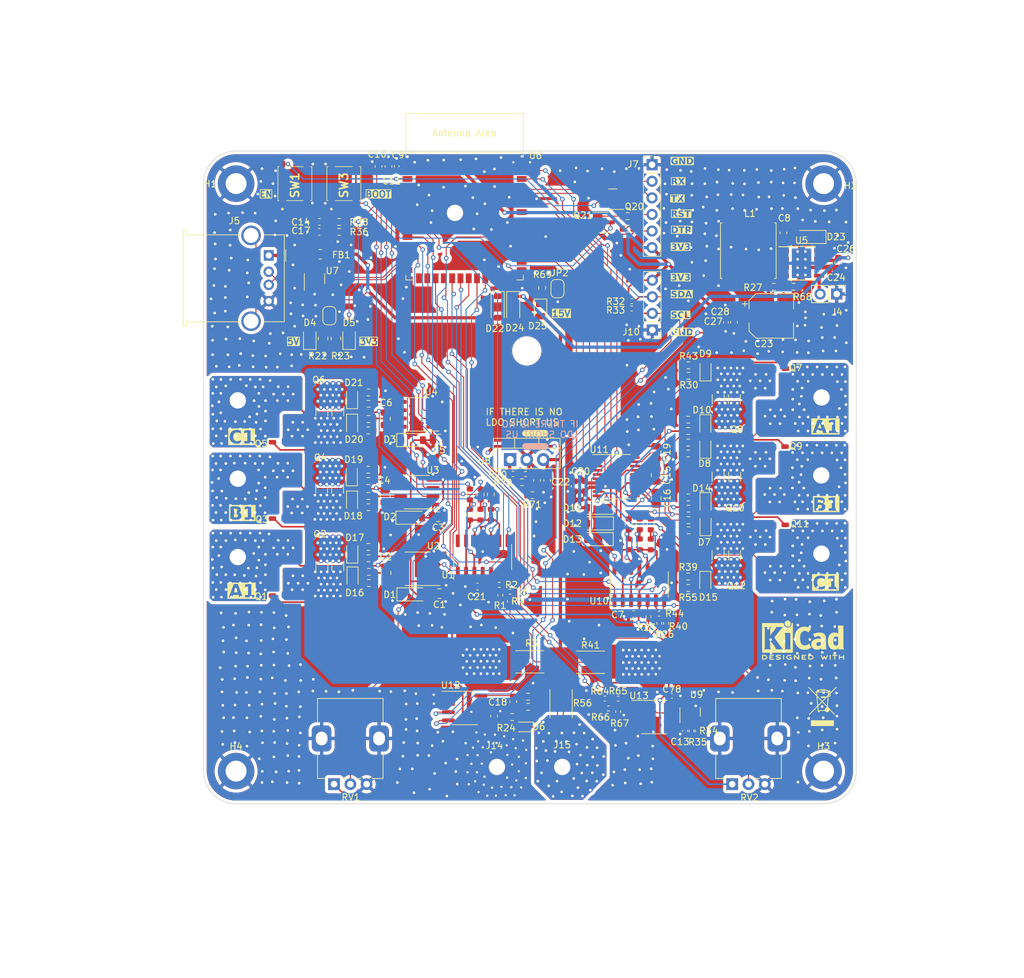
<source format=kicad_pcb>
(kicad_pcb (version 20221018) (generator pcbnew)
  (layers (0 "F.Cu" signal) (1 "In1.Cu" power) (2 "In2.Cu" power) (31 "B.Cu" signal) (34 "B.Paste" user) (35 "F.Paste" user) (36 "B.SilkS" user "B.Silkscreen") (37 "F.SilkS" user "F.Silkscreen") (38 "B.Mask" user) (39 "F.Mask" user) (44 "Edge.Cuts" user))
  (net 0 "")
  (net 1 "GND")
  (net 2 "+15V")
  (net 3 "/ESC_V1/HB1")
  (net 4 "/ESC_V1/A1")
  (net 5 "/ESC_V1/HB2")
  (net 6 "/ESC_V1/B1")
  (net 7 "/ESC_V1/HB3")
  (net 8 "/ESC_V1/C1")
  (net 9 "+3V3")
  (net 10 "unconnected-(J5-Shield-Pad5)")
  (net 11 "/MCU/2V5_RAW")
  (net 12 "/MCU/ESP_EN")
  (net 13 "/MCU/ESP_BOOT")
  (net 14 "/ESC_V2/HB1")
  (net 15 "/ESC_V2/A1")
  (net 16 "/ESC_V2/HB2")
  (net 17 "/ESC_V2/B1")
  (net 18 "/ESC_V2/HB3")
  (net 19 "/ESC_V2/C1")
  (net 20 "Net-(U12-IN+)")
  (net 21 "Net-(U12-IN-)")
  (net 22 "Net-(D4-K)")
  (net 23 "+5V")
  (net 24 "Net-(D5-K)")
  (net 25 "Net-(D6-A)")
  (net 26 "VBUS")
  (net 27 "D+")
  (net 28 "D-")
  (net 29 "SCL")
  (net 30 "SDA")
  (net 31 "Net-(JP1-B)")
  (net 32 "ESC2_VCC")
  (net 33 "/ESC_V1/gate_H1")
  (net 34 "/ESC_V1/gate_L1")
  (net 35 "/ESC_V1/gate_H2")
  (net 36 "/ESC_V1/gate_L2")
  (net 37 "/ESC_V1/gate_H3")
  (net 38 "/ESC_V1/gate_L3")
  (net 39 "/ESC_V2/gate_H1")
  (net 40 "/ESC_V2/gate_L1")
  (net 41 "/ESC_V2/gate_H2")
  (net 42 "/ESC_V2/gate_L2")
  (net 43 "/ESC_V2/gate_H3")
  (net 44 "/ESC_V2/gate_L3")
  (net 45 "/ESC_V1/HO1")
  (net 46 "/ESC_V1/LO1")
  (net 47 "/ESC_V1/HO2")
  (net 48 "Net-(U1D-+)")
  (net 49 "Net-(U1C-+)")
  (net 50 "Net-(U1B-+)")
  (net 51 "/ESC_V1/LO2")
  (net 52 "/ESC_V1/star2")
  (net 53 "/ESC_V1/HO3")
  (net 54 "/ESC_V1/LO3")
  (net 55 "+VDC")
  (net 56 "/ESC_V2/HO1")
  (net 57 "/ESC_V2/LO1")
  (net 58 "/ESC_V2/HO2")
  (net 59 "Net-(U10D-+)")
  (net 60 "Net-(U10C-+)")
  (net 61 "Net-(U10B-+)")
  (net 62 "/ESC_V2/LO2")
  (net 63 "/ESC_V2/star2")
  (net 64 "/ESC_V2/HO3")
  (net 65 "/ESC_V2/LO3")
  (net 66 "VDC")
  (net 67 "Net-(U1B--)")
  (net 68 "Net-(U1A-+)")
  (net 69 "current")
  (net 75 "Net-(U10B--)")
  (net 76 "Net-(U10A-+)")
  (net 77 "/MCU/RST")
  (net 78 "/MCU/DTR")
  (net 79 "Net-(Q20-B)")
  (net 80 "Net-(Q21-B)")
  (net 81 "ESC1_VCC")
  (net 82 "Net-(D23-K)")
  (net 83 "Net-(U5-BOOT)")
  (net 84 "Net-(D22-K)")
  (net 85 "Net-(U5-VSENSE)")
  (net 88 "Net-(J4-Pin_2)")
  (net 89 "/MCU/RX")
  (net 90 "/MCU/TX")
  (net 91 "/MCU/GPIO_12")
  (net 92 "/MCU/GPIO_04")
  (net 93 "/MCU/GPIO_05")
  (net 94 "/MCU/GPIO_06")
  (net 95 "/MCU/GPIO_07")
  (net 96 "/MCU/GPIO_08")
  (net 97 "/MCU/GPIO_15")
  (net 98 "/MCU/GPIO_16")
  (net 99 "/MCU/GPIO_17")
  (net 100 "/MCU/GPIO_18")
  (net 101 "/MCU/GPIO_11")
  (net 102 "/MCU/GPIO_13")
  (net 103 "/MCU/GPIO_14")
  (net 104 "/MCU/GPIO_21")
  (net 105 "/MCU/GPIO_47")
  (net 106 "/MCU/GPIO_48")
  (net 107 "/MCU/GPIO_35")
  (net 108 "/MCU/GPIO_36")
  (net 109 "/MCU/GPIO_37")
  (net 110 "/MCU/GPIO_38")
  (net 111 "/MCU/GPIO_39")
  (net 112 "/MCU/GPIO_40")
  (net 113 "/MCU/GPIO_41")
  (net 114 "/MCU/GPIO_42")
  (net 115 "Net-(D7-K)")
  (net 116 "Net-(D8-K)")
  (net 117 "Net-(D9-K)")
  (net 118 "Net-(D10-K)")
  (net 119 "Net-(D14-K)")
  (net 120 "Net-(D15-K)")
  (net 121 "Net-(D16-K)")
  (net 122 "Net-(D17-K)")
  (net 123 "Net-(D18-K)")
  (net 124 "Net-(D19-K)")
  (net 125 "Net-(D20-K)")
  (net 126 "Net-(D21-K)")
  (net 127 "REF_2v5")
  (net 128 "Net-(U13A-+)")
  (net 129 "Net-(U13A--)")
  (net 130 "Net-(D25-K)")
  (net 131 "Net-(JP2-B)")
  (net 132 "VCC")
  (net 133 "Net-(U8-ADJ)")
  (net 134 "Net-(R20-Pad2)")
  (net 135 "Net-(R70-Pad1)")
  (footprint "Capacitor_SMD:C_0805_2012Metric" (layer "F.Cu") (at 86.15 117.8 180)
    (fp_text reference "C1")
    (fp_text value "10u@50V")
  )
  (footprint "Capacitor_SMD:C_0805_2012Metric" (layer "F.Cu") (at 86.1 94.13 180)
    (fp_text reference "C5")
    (fp_text value "10u@50V")
  )
  (footprint "Resistor_SMD:R_0603_1608Metric" (layer "F.Cu") (at 140.4 70.8)
    (fp_text reference "R68")
    (fp_text value "6.2k")
  )
  (footprint "Capacitor_SMD:C_0402_1005Metric" (layer "F.Cu") (at 79.6 52.34 -90)
    (fp_text reference "C9")
    (fp_text value "1u")
  )
  (footprint "Resistor_SMD:R_0603_1608Metric" (layer "F.Cu") (at 124.3 84.4325)
    (fp_text reference "R30")
    (fp_text value "22")
  )
  (footprint "LED_SMD:LED_0805_2012Metric" (layer "F.Cu") (at 101.64 74.37 -90)
    (fp_text reference "D25")
    (fp_text value "green")
  )
  (footprint "Capacitor_SMD:C_0805_2012Metric" (layer "F.Cu") (at 77.97 114.64 90)
    (fp_text reference "C2")
    (fp_text value "10u")
  )
  (footprint "Resistor_SMD:R_0402_1005Metric" (layer "F.Cu") (at 113.53 135.89 90)
    (fp_text reference "R67")
    (fp_text value "75k")
  )
  (footprint "Connector_PinHeader_2.54mm:PinHeader_1x06_P2.54mm_Vertical" (layer "F.Cu") (at 118.72 52.1)
    (fp_text reference "J7")
    (fp_text value "Conn_01x06")
  )
  (footprint "Package_TO_SOT_THT:TO-220-3_Vertical" (layer "F.Cu") (at 96.98 97.28)
    (fp_text reference "U8")
    (fp_text value "LM317_TO-220")
  )
  (footprint "Resistor_SMD:R_0603_1608Metric" (layer "F.Cu") (at 116.845 110.2675 90)
    (fp_text reference "R52" hide)
    (fp_text value "10K")
  )
  (footprint "MountingHole:MountingHole_2.5mm_Pad_TopBottom" (layer "F.Cu") (at 144.688621 87.755)
    (fp_text reference "J11" hide)
    (fp_text value "A")
  )
  (footprint "Resistor_SMD:R_0603_1608Metric" (layer "F.Cu") (at 124.26 115.18)
    (fp_text reference "R39")
    (fp_text value "22")
  )
  (footprint "Resistor_SMD:R_0603_1608Metric" (layer "F.Cu") (at 75.28 110.66 180)
    (fp_text reference "R5" hide)
    (fp_text value "56")
  )
  (footprint "Capacitor_SMD:C_0805_2012Metric" (layer "F.Cu") (at 85.96 106.02 180)
    (fp_text reference "C3")
    (fp_text value "10u@50V")
  )
  (footprint "Package_SO:TSSOP-20_4.4x6.5mm_P0.65mm" (layer "F.Cu") (at 113.23 99.89)
    (fp_text reference "U11")
    (fp_text value "DRV8300N")
  )
  (footprint "Resistor_SMD:R_0603_1608Metric" (layer "F.Cu") (at 115.145 107.1925 90)
    (fp_text reference "R47" hide)
    (fp_text value "75k")
  )
  (footprint "Capacitor_SMD:C_0603_1608Metric" (layer "F.Cu") (at 78.34 52.38 90)
    (fp_text reference "C11")
    (fp_text value "10u")
  )
  (footprint "Resistor_SMD:R_0603_1608Metric" (layer "F.Cu") (at 75.29 112.39)
    (fp_text reference "R59" hide)
    (fp_text value "56")
  )
  (footprint "Diode_SMD:D_SOD-323" (layer "F.Cu") (at 126.91 83.61 90)
    (fp_text reference "D9")
    (fp_text value "1N5819WS")
  )
  (footprint "Diode_SMD:D_SOD-123" (layer "F.Cu") (at 110.4375 107.05 180)
    (fp_text reference "D12")
    (fp_text value "B5819W_SL")
  )
  (footprint "Resistor_SMD:R_0603_1608Metric" (layer "F.Cu") (at 118.525 110.2775 90)
    (fp_text reference "R53" hide)
    (fp_text value "10K")
  )
  (footprint "Capacitor_SMD:C_0603_1608Metric" (layer "F.Cu") (at 131.28 76.24 -90)
    (fp_text reference "C28")
    (fp_text value "10u")
  )
  (footprint "Resistor_SMD:R_0603_1608Metric" (layer "F.Cu") (at 124.26 91.17)
    (fp_text reference "R31" hide)
    (fp_text value "22")
  )
  (footprint "Capacitor_SMD:C_0805_2012Metric" (layer "F.Cu") (at 119.34 99.68 -90)
    (fp_text reference "C15")
    (fp_text value "10u")
  )
  (footprint "Package_TO_SOT_SMD:SOT-23" (layer "F.Cu") (at 124.55 135.9325 90)
    (fp_text reference "U9")
    (fp_text value "CJ431")
  )
  (footprint "Capacitor_SMD:C_0402_1005Metric" (layer "F.Cu") (at 123.78 138.84 90)
    (fp_text reference "C13")
    (fp_text value "1u")
  )
  (footprint "Resistor_SMD:R_0603_1608Metric" (layer "F.Cu") (at 124.26 92.9)
    (fp_text reference "R45" hide)
    (fp_text value "22")
  )
  (footprint "MountingHole:MountingHole_3.2mm_M3_DIN965_Pad_TopBottom" (layer "F.Cu") (at 145 145)
    (fp_text reference "H3")
    (fp_text value "hole")
  )
  (footprint "Capacitor_SMD:C_0603_1608Metric" (layer "F.Cu") (at 102.65 100.48 -90)
    (fp_text reference "C29" hide)
    (fp_text value "10u")
  )
  (footprint "Resistor_SMD:R_0603_1608Metric" (layer "F.Cu") (at 116.84 107.195 90)
    (fp_text reference "R48" hide)
    (fp_text value "75k")
  )
  (footprint "Symbol:KiCad-Logo2_5mm_SilkScreen" (layer "F.Cu") (at 141.85 124.92)
    (fp_text reference "FID2" hide)
    (fp_text value "Fiducial" hide)
  )
  (footprint "LED_SMD:LED_0603_1608Metric" (layer "F.Cu") (at 99.05 138.23 180)
    (fp_text reference "D6")
    (fp_text value "red")
  )
  (footprint "Capacitor_SMD:C_1206_3216Metric" (layer "F.Cu") (at 131.37 111.955 -90)
    (fp_text reference "C70" hide)
    (fp_text value "10u")
  )
  (footprint "Capacitor_SMD:C_0603_1608Metric" (layer "F.Cu") (at 147.24 67.125 -90)
    (fp_text reference "C26")
    (fp_text value "10u")
  )
  (footprint "Z_mycustom_footprint_lib:DFN-8_(5x6)" (layer "F.Cu") (at 138.958621 90.755 -90)
    (fp_text reference "Q8")
    (fp_text value "HYG025N06LS1C2")
  )
  (footprint "Jumper:SolderJumper-2_P1.3mm_Bridged_RoundedPad1.0x1.5mm" (layer "F.Cu") (at 69.29 75.23 -90)
    (fp_text reference "JP1" hide)
    (fp_text value "Jumper_2_Bridged")
  )
  (footprint "Resistor_SMD:R_0603_1608Metric" (layer "F.Cu") (at 118.52 107.205 90)
    (fp_text reference "R49" hide)
    (fp_text value "75k")
  )
  (footprint "Resistor_SMD:R_2512_6332Metric" (layer "F.Cu") (at 109.3 128.32)
    (fp_text reference "R41")
    (fp_text value "1m")
  )
  (footprint "Z_mycustom_footprint_lib:DFN-8_(5x6)" (layer "F.Cu") (at 60.798621 87.205 90)
    (fp_text reference "Q6")
    (fp_text value "HYG025N06LS1C2")
  )
  (footprint "Capacitor_SMD:C_0603_1608Metric" (layer "F.Cu") (at 91.98 116.72)
    (fp_text reference "C21")
    (fp_text value "100n")
  )
  (footprint "Diode_SMD:D_SOD-323" (layer "F.Cu") (at 72.76 103.71 -90)
    (fp_text reference "D18")
    (fp_text value "1N5819WS")
  )
  (footprint "Resistor_SMD:R_0603_1608Metric" (layer "F.Cu") (at 75.34 114.47 180)
    (fp_text reference "R42" hide)
    (fp_text value "56")
  )
  (footprint "Resistor_SMD:R_0603_1608Metric" (layer "F.Cu") (at 137.375 70.81 180)
    (fp_text reference "R27")
    (fp_text value "10K")
  )
  (footprint "Resistor_SMD:R_0805_2012Metric" (layer "F.Cu") (at 68.32 78.715 90)
    (fp_text reference "R22")
    (fp_text value "1k")
  )
  (footprint "Diode_SMD:D_SOD-323" (layer "F.Cu") (at 72.72 99.68 90)
    (fp_text reference "D19")
    (fp_text value "1N5819WS")
  )
  (footprint "Z_mycustom_footprint_lib:DFN-8_(5x6)" (layer "F.Cu") (at 66.018621 116.205 -90)
    (fp_text reference "Q1")
    (fp_text value "HYG025N06LS1C2")
  )
  (footprint "Resistor_SMD:R_0603_1608Metric" (layer "F.Cu") (at 75.255 100.57)
    (fp_text reference "R61" hide)
    (fp_text value "56")
  )
  (footprint "Resistor_SMD:R_0603_1608Metric" (layer "F.Cu") (at 124.31 106.5525)
    (fp_text reference "R54" hide)
    (fp_text value "22")
  )
  (footprint "Resistor_SMD:R_0603_1608Metric" (layer "F.Cu") (at 75.265 102.84 180)
    (fp_text reference "R7" hide)
    (fp_text value "56")
  )
  (footprint "Diode_SMD:D_SOD-323" (layer "F.Cu") (at 72.77 87.86 90)
    (fp_text reference "D21")
    (fp_text value "1N5819WS")
  )
  (footprint "Z_mycustom_footprint_lib:DFN-8_(5x6)" (layer "F.Cu") (at 66.018621 92.705 -90)
    (fp_text reference "Q5")
    (fp_text value "HYG025N06LS1C2")
  )
  (footprint "Connector_PinHeader_2.54mm:PinHeader_1x02_P2.54mm_Vertical" (layer "F.Cu") (at 147.01 71.91 -90)
    (fp_text reference "J4")
    (fp_text value "Conn_01x02")
  )
  (footprint "Connector_PinHeader_2.54mm:PinHeader_1x04_P2.54mm_Vertical" (layer "F.Cu") (at 118.76 77.42 180)
    (fp_text reference "J10")
    (fp_text value "Conn_01x04")
  )
  (footprint "Diode_SMD:D_SOD-123" (layer "F.Cu") (at 81.96 94.29)
    (fp_text reference "D3")
    (fp_text value "B5819W_SL")
  )
  (footprint "Z_mycustom_footprint_lib:DFN-8_(5x6)" (layer "F.Cu") (at 60.798621 110.705 90)
    (fp_text reference "Q2")
    (fp_text value "HYG025N06LS1C2")
  )
  (footprint "Resistor_SMD:R_0402_1005Metric" (layer "F.Cu") (at 96.96 117.51 180)
    (fp_text reference "R6")
    (fp_text value "75k")
  )
  (footprint "Potentiometer_THT:Potentiometer_Alps_RK09K_Single_Vertical" (layer "F.Cu") (at 131 147 90)
    (fp_text reference "RV2")
    (fp_text value "R_Potentiometer_MountingPin")
  )
  (footprint "MountingHole:MountingHole_3.2mm_M3_DIN965_Pad_TopBottom" (layer "F.Cu") (at 145 55)
    (fp_text reference "H2")
    (fp_text value "hole")
  )
  (footprint "Resistor_SMD:R_0603_1608Metric" (layer "F.Cu") (at 75.28 91.07 180)
    (fp_text reference "R12" hide)
    (fp_text value "56")
  )
  (footprint "Diode_SMD:D_SOD-123" (layer "F.Cu") (at 143 63.17 180)
    (fp_text reference "D23")
    (fp_text value "B5819W_SL")
  )
  (footprint "Resistor_SMD:R_0603_1608Metric" (layer "F.Cu") (at 70.79 62.39 180)
    (fp_text reference "R36")
    (fp_text value "10k")
  )
  (footprint "Diode_SMD:D_SOD-123" (layer "F.Cu") (at 110.4125 109.47 180)
    (fp_text reference "D13")
    (fp_text value "B5819W_SL")
  )
  (footprint "Diode_SMD:D_SOD-323" (layer "F.Cu") (at 126.88 95.46 90)
    (fp_text reference "D8")
    (fp_text value "1N5819WS")
  )
  (footprint "Capacitor_SMD:CP_Elec_6.3x5.4" (layer "F.Cu") (at 136.99 75.26)
    (fp_text reference "C23")
    (fp_text value "100u")
  )
  (footprint "Resistor_SMD:R_2512_6332Metric" (layer "F.Cu") (at 100 128.26 180)
    (fp_text reference "R3")
    (fp_text value "1m")
  )
  (footprint "" (layer "F.Cu") (at 99.53 80.62)
    (fp_text reference "")
    (fp_text value "")
  )
  (footprint "Resistor_SMD:R_0603_1608Metric" (layer "F.Cu") (at 75.25 98.82 180)
    (fp_text reference "R8" hide)
    (fp_text value "56")
  )
  (footprint "Diode_SMD:D_SOD-323" (layer "F.Cu") (at 126.92 107.3225 90)
    (fp_text reference "D7")
    (fp_text value "1N5819WS")
  )
  (footprint "Connector_USB:USB_A_Molex_67643_Horizontal" (layer "F.Cu") (at 60 66 -90)
    (fp_text reference "J5")
    (fp_text value "USB_A")
  )
  (footprint "Resistor_SMD:R_0603_1608Metric" (layer "F.Cu") (at 115.15 110.265 90)
    (fp_text reference "R51" hide)
    (fp_text value "10K")
  )
  (footprint "Z_mycustom_footprint_lib:DFN-8_(5x6)" (layer "F.Cu") (at 133.688621 85.255 90)
    (fp_text reference "Q7")
    (fp_text value "HYG025N06LS1C2")
  )
  (footprint "Package_SO:TI_SO-PowerPAD-8_ThermalVias" (layer "F.Cu") (at 141.62 67.195)
    (fp_text reference "U5")
    (fp_text value "TPS5430DDA")
  )
  (footprint "Resistor_SMD:R_0402_1005Metric" (layer "F.Cu") (at 96.95 118.98 -90)
    (fp_text reference "R4")
    (fp_text value "1k")
  )
  (footprint "Resistor_SMD:R_0603_1608Metric" (layer "F.Cu") (at 75.28 86.99 180)
    (fp_text reference "R16" hide)
    (fp_text value "56")
  )
  (footprint "Capacitor_SMD:C_1206_3216Metric" (layer "F.Cu") (at 128.85 88.035 -90)
    (fp_text reference "C67" hide)
    (fp_text value "10u")
  )
  (footprint "Capacitor_SMD:C_0402_1005Metric" (layer "F.Cu") (at 130.04 76.255 90)
    (fp_text reference "C27")
    (fp_text value "1u")
  )
  (footprint "Capacitor_SMD:C_1206_3216Metric" (layer "F.Cu") (at 128.83 111.93 -90)
    (fp_text reference "C71" hide)
    (fp_text value "10u")
  )
  (footprint "Resistor_SMD:R_0402_1005Metric" (layer "F.Cu") (at 118.18 121.36 -90)
    (fp_text reference "R25")
    (fp_text value "1k")
  )
  (footprint "SamacSys_Parts:PTS526SK15SMTR2LFS" (layer "F.Cu") (at 64 55 90)
    (fp_text reference "SW1")
    (fp_text value "MCU_RESET" hide)
  )
  (footprint "Capacitor_SMD:C_1206_3216Metric" (layer "F.Cu") (at 128.83 99.89 -90)
    (fp_text reference "C69" hide)
    (fp_text value "10u")
  )
  (footprint "Resistor_SMD:R_0603_1608Metric" (layer "F.Cu") (at 124.26 116.94)
    (fp_text reference "R55")
    (fp_text value "22")
  )
  (footprint "Capacitor_SMD:C_0805_2012Metric" (layer "F.Cu") (at 77.88 91.02 90)
    (fp_text reference "C6")
    (fp_text value "10u")
  )
  (footprint "Resistor_SMD:R_0402_1005Metric" (layer "F.Cu") (at 111.48 133.9)
    (fp_text reference "R64")
    (fp_text value "1k")
  )
  (footprint "Capacitor_SMD:C_0402_1005Metric" (layer "F.Cu") (at 121.77 133.48 180)
    (fp_text reference "C78")
    (fp_text value "1u")
  )
  (footprint "Package_SO:SOIC-8_3.9x4.9mm_P1.27mm" (layer "F.Cu") (at 82.674975 102.26 180)
    (fp_text reference "U3")
    (fp_text value "LM5109BMA")
  )
  (footprint "Resistor_SMD:R_0402_1005Metric" (layer "F.Cu") (at 112.05 135.4)
    (fp_text reference "R66")
    (fp_text value "1k")
  )
  (footprint "Capacitor_SMD:C_0805_2012Metric" (layer "F.Cu") (at 77.84 102.87 90)
    (fp_text reference "C4")
    (fp_text value "10u")
  )
  (footprint "Resistor_SMD:R_0603_1608Metric" (layer "F.Cu") (at 124.29 104.7925)
    (fp_text reference "R50" hide)
    (fp_text value "22")
  )
  (footprint "Resistor_SMD:R_0603_1608Metric" (layer "F.Cu") (at 124.26 96.3425)
    (fp_text reference "R29" hide)
    (fp_text value "22")
  )
  (footprint "Capacitor_SMD:C_1206_3216Metric" (layer "F.Cu") (at 131.37 99.915 -90)
    (fp_text reference "C68" hide)
    (fp_text value "10u")
  )
  (footprint "Z_mycustom_footprint_lib:DFN-8_(5x6)" (layer "F.Cu") (at 66.018621 104.405 -90)
    (fp_text reference "Q3")
    (fp_text value "HYG025N06LS1C2")
  )
  (footprint "Capacitor_SMD:C_0603_1608Metric" (layer "F.Cu") (at 101.1 100.48 -90)
    (fp_text reference "C12" hide)
    (fp_text value "10u")
  )
  (footprint "LED_SMD:LED_0805_2012Metric" (layer "F.Cu") (at 66.285 78.7225 90)
    (fp_text reference "D4")
    (fp_text value "green")
  )
  (footprint "SamacSys_Parts:PTS526SK15SMTR2LFS" (layer "F.Cu") (at 71.5 55 90)
    (fp_text reference "SW3")
    (fp_text value "MCU_RESET" hide)
  )
  (footprint "LED_SMD:LED_0805_2012Metric" (layer "F.Cu") (at 72.31 78.7125 90)
    (fp_text reference "D5")
    (fp_text value "green")
  )
  (footprint "Diode_SMD:D_SOD-323" (layer "F.Cu") (at 72.77 91.93 -90)
    (fp_text reference "D20")
    (fp_text value "1N5819WS")
  )
  (footprint "Diode_SMD:D_SOD-123" (layer "F.Cu") (at 81.99 117.92)
    (fp_text reference "D1")
    (fp_text value "B5819W_SL")
  )
  (footprint "Resistor_SMD:R_0402_1005Metric" (layer "F.Cu") (at 113.52 133.9)
    (fp_text reference "R65")
    (fp_text value "75k")
  )
  (footprint "Package_SO:SOIC-8_3.9x4.9mm_P1.27mm" (layer "F.Cu") (at 82.635 90.345 180)
    (fp_text reference "U4")
    (fp_text value "LM5109BMA")
  )
  (footprint "Capacitor_SMD:C_1206_3216Metric" (layer "F.Cu") (at 70.55 101.7 90)
    (fp_text reference "C75" hide)
    (fp_text value "10u")
  )
  (footprint "Capacitor_SMD:C_0603_1608Metric" (layer "F.Cu") (at 106.84 101.375 -90)
    (fp_text reference "C22")
    (fp_text value "10u")
  )
  (footprint "Capacitor_SMD:C_0603_1608Metric" (layer "F.Cu") (at 97.45 134.35 -90)
    (fp_text reference "C25" hide)
    (fp_text value "100n")
  )
  (footprint "Resistor_SMD:R_0603_1608Metric" (layer "F.Cu") (at 75.29 88.73)
    (fp_text reference "R63" hide)
    (fp_text value "56")
  )
  (footprint "Z_mycustom_footprint_lib:DFN-8_(5x6)" (layer "F.Cu") (at 138.94 114.69 -90)
    (fp_text reference "Q12")
    (fp_text value "HYG025N06LS1C2")
  )
  (footprint "Capacitor_SMD:C_0402_1005Metric" (layer "F.Cu") (at 145.96 67.21 90)
    (fp_text reference "C24")
    (fp_text value "1u")
  )
  (footprint "Resistor_SMD:R_0603_1608Metric" (layer "F.Cu") (at 70.79 60.87)
    (fp_text reference "R38")
    (fp_text value "10k")
  )
  (footprint "Potentiometer_THT:Potentiometer_Alps_RK09K_Single_Vertical" (layer "F.Cu") (at 70 147 90)
    (fp_text reference "RV1")
    (fp_text value "R_Potentiometer_MountingPin")
  )
  (footprint "MountingHole:MountingHole_3.2mm_M3_DIN965_Pad_TopBottom" (layer "F.Cu") (at 55 55)
    (fp_text reference "H1")
    (fp_text value "hole")
  )
  (footprint "MountingHole:MountingHole_2.5mm_Pad_TopBottom" (layer "F.Cu") (at 55.258621 112.205 180)
    (fp_text reference "J1" hide)
    (fp_text value "A")
  )
  (footprint "Z_mycustom_footprint_lib:DFN-8_(5x6)" (layer "F.Cu") (at 133.64 97.2 90)
    (fp_text reference "Q9")
    (fp_text value "HYG025N06LS1C2")
  )
  (footprint "Capacitor_SMD:C_0805_2012Metric" (layer "F.Cu") (at 119.36 103.19 -90)
    (fp_text reference "C16")
    (fp_text value "10u")
  )
  (footprint "Diode_SMD:D_SOD-323" (layer "F.Cu") (at 126.91 103.9525 -90)
    (fp_text reference "D14")
    (fp_text value "1N5819WS")
  )
  (footprint "Resistor_SMD:R_0603_1608Metric" (layer "F.Cu") (at 100.36 102.74 180)
    (fp_text reference "R71")
    (fp_text value "10k")
  )
  (footprint "Diode_SMD:D_SOD-123" (layer "F.Cu") (at 81.844975 106.18)
    (fp_text reference "D2")
    (fp_text value "B5819W_SL")
  )
  (footprint "Resistor_SMD:R_0603_1608Metric" (layer "F.Cu") (at 101.88 70.995 -90)
    (fp_text reference "R69")
    (fp_text value "10K")
  )
  (footprint "Package_SO:SOIC-8_3.9x4.9mm_P1.27mm" (layer "F.Cu") (at 90.01 135.33)
    (fp_text reference "U12")
    (fp_text value "INA219AxD")
  )
  (footprint "Resistor_SMD:R_0402_1005Metric" (layer "F.Cu") (at 124.78 138.85 90)
    (fp_text reference "R35")
    (fp_text value "2k")
  )
  (footprint "Resistor_SMD:R_0805_2012Metric" (layer "F.Cu") (at 70.3 78.7125 90)
    (fp_text reference "R23")
    (fp_text value "1k")
  )
  (footprint "Package_SO:SOIC-8_3.9x4.9mm_P1.27mm" (layer "F.Cu") (at 82.815 114.005 180)
    (fp_text reference "U2")
    (fp_text value "LM5109BMA")
  )
  (footprint "Resistor_SMD:R_0603_1608Metric" (layer "F.Cu") (at 90.81 105.71 90)
    (fp_text reference "R15" hide)
    (fp_text value "10K")
  )
  (footprint "Resistor_SMD:R_0603_1608Metric" (layer "F.Cu") (at 99.73 133.605 180)
    (fp_text reference "R57" hide)
    (fp_text value "5R1")
  )
  (footprint "Resistor_SMD:R_0603_1608Metric" (layer "F.Cu") (at 98.79 100.75 180)
    (fp_text reference "R70")
    (fp_text value "10k")
  )
  (footprint "Z_mycustom_footprint_lib:DFN-8_(5x6)" (layer "F.Cu") (at 60.798621 98.905 90)
    (fp_text reference "Q4")
    (fp_text value "HYG025N06LS1C2")
  )
  (footprint "Capacitor_SMD:C_0805_2012Metric" (layer "F.Cu") (at 119.34 96.19 -90)
    (fp_text reference "C19")
    (fp_text value "10u")
  )
  (footprint "MountingHole:MountingHole_2.5mm_Pad_TopBottom" (layer "F.Cu") (at 55.258621 100.205 180)
    (fp_text reference "J2" hide)
    (fp_text value "B")
  )
  (footprint "Capacitor_SMD:C_0603_1608Metric" (layer "F.Cu") (at 67.75 60.85 180)
    (fp_text reference "C17")
    (fp_text value "100n")
  )
  (footprint "Resistor_SMD:R_0402_1005Metric" (layer "F.Cu") (at 99.34 99.48 180)
    (fp_text reference "R21" hide)
    (fp_text value "2k")
  )
  (footprint "Resistor_SMD:R_0603_1608Metric" (layer "F.Cu") (at 114.9725 59.99 180)
    (fp_text reference "R19" hide)
    (fp_text value "10k")
  )
  (footprint "Resistor_SMD:R_0603_1608Metric" (layer "F.Cu") (at 94.04 105.71 90)
    (fp_text reference "R14" hide)
    (fp_text value "10K")
  )
  (footprint "MountingHole:MountingHole_2.5mm_Pad_TopBottom" (layer "F.Cu") (at 144.64 99.7)
    (fp_text reference "J12" hide)
    (fp_text value "B")
  )
  (footprint "MountingHole:MountingHole_2.5mm_Pad_TopBottom" (layer "F.Cu") (at 144.67 111.69)
    (fp_text reference "J13" hide)
    (fp_text value "C")
  )
  (footprint "Resistor_SMD:R_0402_1005Metric" (layer "F.Cu") (at 115.61 73.01)
    (fp_text reference "R32")
    (fp_text value "5k1")
  )
  (footprint "Resistor_SMD:R_0402_1005Metric" (layer "F.Cu") (at 95.47 118.06 -90)
    (fp_text reference "R1")
    (fp_text value "1k")
  )
  (footprint "Capacitor_SMD:C_1206_3216Metric" (layer "F.Cu") (at 68.14 89.845 90)
    (fp_text reference "C72" hide)
    (fp_text value "10u")
  )
  (footprint "Capacitor_SMD:C_0603_1608Metric" (layer "F.Cu") (at 76.81 52.38 90)
    (fp_text reference "C10")
    (fp_text value "10u")
  )
  (footprint "Resistor_SMD:R_0402_1005Metric" (layer "F.Cu") (at 115.6 74.12)
    (fp_text reference "R33")
    (fp_text value "5k1")
  )
  (footprint "Resistor_SMD:R_0603_1608Metric" (layer "F.Cu") (at 75.27 92.81)
    (fp_text reference "R62" hide)
    (fp_text value "56")
  )
  (footprint "Capacitor_SMD:C_1206_3216Metric" (layer "F.Cu") (at 68.11 101.675 90)
    (fp_text reference "C74" hide)
    (fp_text value "10u")
  )
  (footprint "Fiducial:Fiducial_0.5mm_Mask1mm" (layer "F.Cu") (at 59 51.5)
    (fp_text reference "FID1" hide)
    (fp_text value "Fiducial")
  )
  (footprint "Package_TO_SOT_SMD:SOT-23-6" (layer "F.Cu") (at 67.01 69.56 90)
    (fp_text reference "U7")
    (fp_text value "SRV05-4")
  )
  (footprint "Resistor_SMD:R_0402_1005Metric" (layer "F.Cu") (at 119.81 120.88 180)
    (fp_text reference "R44")
    (fp_text value "75k")
  )
  (footprint "Resistor_SMD:R_0805_2012Metric" (layer "F.Cu") (at 67.9 65.82 180)
    (fp_text reference "FB1")
    (fp_text value "FerriteBead_Small")
  )
  (footprint "Package_SO:SOIC-14_3.9x8.7mm_P1.27mm" (layer "F.Cu") (at 92.775 112.19 90)
    (fp_text reference "U1")
    (fp_text value "LM324")
  )
  (footprint "Package_TO_SOT_SMD:SOT-23" (layer "F.Cu") (at 111.3325 60.93)
    (fp_text reference "Q21")
    (fp_text value "MMBT5551L")
  )
  (footprint "Diode_SMD:D_SOD-123" (layer "F.Cu") (at 110.43 104.65 180)
    (fp_text reference "D11")
    (fp_text value "B5819W_SL")
  )
  (footprint "Capacitor_SMD:C_1206_3216Metric" (layer "F.Cu") (at 68.14 113.565 90)
    (fp_text reference "C76" hide)
    (fp_text value "10u")
  )
  (footprint "Package_SO:SOIC-14_3.9x8.7mm_P1.27mm" (layer "F.Cu") (at 116.77 116.43 90)
    (fp_text reference "U10")
    (fp_text value "LM324")
  )
  (footprint "Resistor_SMD:R_0603_1608Metric" (layer "F.Cu") (at 124.32 108.1125)
    (fp_text reference "R28" hide)
    (fp_text value "22")
  )
  (footprint "Diode_SMD:D_SOD-123" (layer "F.Cu") (at 97.45 73.9 -90)
    (fp_text reference "D24")
    (fp_text value "B5819W_SL")
  )
  (footprint "Resistor_SMD:R_0603_1608Metric" (layer "F.Cu") (at 97.29 136.71)
    (fp_text reference "R24")
    (fp_text value "1k")
  )
  (footprint "Diode_SMD:D_SOD-323" (layer "F.Cu") (at 72.8 111.52 90)
    (fp_text reference "D17")
    (fp_text value "1N5819WS")
  )
  (footprint "Resistor_SMD:R_0402_1005Metric" (layer "F.Cu") (at 97.41 99.48)
    (fp_text reference "R20")
    (fp_text value "470")
  )
  (footprint "Capacitor_SMD:C_0603_1608Metric" (layer "F.Cu") (at 115.88 120.96)
    (fp_text reference "C7")
    (fp_text value "100n")
  )
  (footprint "Resistor_SMD:R_0402_1005Metric" (layer "F.Cu") (at 95.33 116.47 180)
    (fp_text reference "R2")
    (fp_text value "75k")
  )
  (footprint "Z_mycustom_footprint_lib:DFN-8_(5x6)" (layer "F.Cu") (at 133.67 109.19 90)
    (fp_text reference "Q11")
    (fp_text value "HYG025N06LS1C2")
  )
  (footprint "Package_TO_SOT_SMD:SOT-23" (layer "F.Cu") (at 112.7075 57.38 180)
    (fp_text reference "Q20")
    (fp_text value "MMBT5551L")
  )
  (footprint "Resistor_SMD:R_0603_1608Metric" (layer "F.Cu") (at 114.995 61.9 180)
    (fp_text reference "R18" hide)
    (fp_text value "10k")
  )
  (footprint "Inductor_SMD:L_Changjiang_FNR8040S" (layer "F.Cu") (at 133.47 65.28 90)
    (fp_text reference "L1")
    (fp_text value "75u")
  )
  (footprint "Resistor_SMD:R_2512_6332Metric" (layer "F.Cu") (at 104.78 134.6725 -90)
    (fp_text reference "R56")
    (fp_text value "1m")
  )
  (footprint "Resistor_SMD:R_0603_1608Metric" (layer "F.Cu") (at 90.81 102.605 90)
    (fp_text reference "R11" hide)
    (fp_text value "75k")
  )
  (footprint "Capacitor_SMD:C_1206_3216Metric" (layer "F.Cu") (at 70.58 113.59 90)
    (fp_text reference "C77" hide)
    (fp_text value "10u")
  )
  (footprint "Jumper:SolderJumper-2_P1.3mm_Bridged_RoundedPad1.0x1.5mm" (layer "F.Cu") (at 104.23 71.09 90)
    (fp_text reference "JP2")
    (fp_text value "Jumper_2_Bridged")
  )
  (footprint "Resistor_SMD:R_0402_1005Metric" (layer "F.Cu") (at 120.88 122.37 90)
    (fp_text reference "R40")
    (fp_text value "75k")
  )
  (footprint "Resistor_SMD:R_0603_1608Metric" (layer "F.Cu") (at 92.46 102.625 90)
    (fp_text reference "R9" hide)
    (fp_text value "75k")
  )
  (footprint "Resistor_SMD:R_0603_1608Metric" (layer "F.Cu") (at 92.435 105.71 90)
    (fp_text reference "R13" hide)
    (fp_text value "10K")
  )
  (footprint "Capacitor_SMD:C_0603_1608Metric" (layer "F.Cu") (at 67.735 62.39)
    (fp_text reference "C14")
    (fp_text value "100n")
  )
  (footprint "Resistor_SMD:R_0402_1005Metric" (layer "F.Cu") (at 119.83 122.37 -90)
    (fp_text reference "R26")
    (fp_text value "1k")
  )
  (footprint "Resistor_SMD:R_0603_1608Metric" (layer "F.Cu") (at 124.27 94.68)
    (fp_text reference "R46" hide)
    (fp_text value "22")
  )
  (footprint "Diode_SMD:D_SOD-123" (layer "F.Cu") (at 95.07 73.89 -90)
    (fp_text reference "D22")
    (fp_text value "B5819W_SL")
  )
  (footprint "Capacitor_SMD:C_0603_1608Metric" (layer "F.Cu") (at 138.85 62.55 -90)
    (fp_text reference "C8")
    (fp_text value "100n")
  )
  (footprint "Capacitor_SMD:C_1206_3216Metric" (layer "F.Cu") (at 70.58 89.87 90)
    (fp_text reference "C73" hide)
    (fp_text value "10u")
  )
  (footprint "Resistor_SMD:R_0603_1608Metric" (layer "F.Cu") (at 75.27 104.57)
    (fp_text reference "R60" hide)
    (fp_text value "56")
  )
  (footprint "Diode_SMD:D_SOD-323" (layer "F.Cu") (at 72.84 115.33 -90)
    (fp_text reference "D16")
    (fp_text value "1N5819WS")
  )
  (footprint "Diode_SMD:D_SOD-323" (layer "F.Cu") (at 126.88 116.01 -90)
    (fp_text reference "D15")
    (fp_text value "1N5819WS")
  )
  (footprint "Resistor_SMD:R_0603_1608Metric" (layer "F.Cu") (at 124.29 103.0725)
    (fp_text reference "R37" hide)
    (fp_text value "22")
  )
  (footprint "Capacitor_SMD:C_0603_1608Metric" (layer "F.Cu") (at 108.42 101.345 -90)
    (fp_text reference "C20")
    (fp_text value "10u")
  )
  (footprint "MountingHole:MountingHole_3.2mm_M3_DIN965_Pad_TopBottom" (layer "F.Cu") (at 55 145)
    (fp_text reference "H4")
    (fp_text value "hole")
  )
  (footprint "MountingHole:MountingHole_2.5mm_Pad_TopBottom" (layer "F.Cu") (at 104.96 144.36 90)
    (fp_text reference "J15")
    (fp_text value "A")
  )
  (footprint "Resistor_SMD:R_0603_1608Metric" (layer "F.Cu") (at 94.02 102.615 90)
    (fp_text reference "R10" hide)
    (fp_text value "75k")
  )
  (footprint "Diode_SMD:D_SOD-323" (layer "F.Cu") (at 126.88 92.01 -90)
    (fp_text reference "D10")
    (fp_text value "1N5819WS")
  )
  (footprint "MountingHole:MountingHole_2.5mm_Pad_TopBottom" (layer "F.Cu") (at 55.258621 88.205 180)
    (fp_text reference "J3" hide)
    (fp_text value "C")
  )
  (footprint "Resistor_SMD:R_0603_1608Metric" (layer "F.Cu") (at 75.335 116.19)
    (fp_text reference "R17" hide)
    (fp_text value "56")
  )
  (footprint "Symbol:WEEE-Logo_4.2x6mm_SilkScreen" (layer "F.Cu") (at 144.83 135.07)
    (fp_text reference "FID3" hide)
    (fp_text value "Fiducial" hide)
  )
  (footprint "Capacitor_SMD:C_1206_3216Metric" (layer "F.Cu") (at 131.32 88.03 -90)
    (fp_text reference "C66" hide)
    (fp_text value "10u")
  )
  (footprint "MountingHole:MountingHole_2.5mm_Pad_TopBottom" (layer "F.Cu") (at 94.96 144.36 90)
    (fp_text reference "J14")
    (fp_text value "A")
  )
  (footprint "Resistor_SMD:R_0603_1608Metric" (layer "F.Cu") (at 124.29 82.8225)
    (fp_text reference "R43")
    (fp_text value "22")
  )
  (footprint "Resistor_SMD:R_0603_1608Metric" (layer "F.Cu") (at 99.74 135.155 180)
    (fp_text reference "R58" hide)
    (fp_text value "5R1")
  )
  (footprint "Package_SO:SOIC-8_3.9x4.9mm_P1.27mm" (layer "F.Cu") (at 119.035 136.715)
    (fp_text reference "U13")
    (fp_text value "MCP6002-xSN")
  )
  (footprint "Capacitor_SMD:C_0603_1608Metric" (layer "F.Cu") (at 94.52 136.57 90)
    (fp_text reference "C18")
    (fp_text value "10u")
  )
  (footprint "Z_mycustom_footprint_lib:DFN-8_(5x6)" (layer "F.Cu") (at 138.91 102.7 -90)
    (fp_text reference "Q10")
    (fp_text value "HYG025N06LS1C2")
  )
  (footprint "Resistor_SMD:R_0402_1005Metric" (layer "F.Cu") (at 125.77 138.8475 -90)
    (fp_text reference "R34")
    (fp_text value "470")
  )
  (footprint "Espressif:ESP32-S3-WROOM-1" (layer "F.Cu") (at 90 60)
    (fp_text reference "U6")
    (fp_text value "ESP32-S3-WROOM-1")
  )
  (gr_line (start 99.33 95.25) (end 102.33 95.25) (stroke (width 1)) (layer "B.SilkS"))
  (gr_line (start 99.33 93.25) (end 102.33 93.25) (stroke (width 1)) (layer "F.SilkS"))
  (gr_arc (start 145 50) (mid 148.535534 51.464466) (end 150 55) (stroke (width 0.1)) (layer "Edge.Cuts"))
  (gr_line (start 55 150) (end 145 150) (stroke (width 0.1)) (layer "Edge.Cuts"))
  (gr_line (start 145 50) (end 55 50) (stroke (width 0.1)) (layer "Edge.Cuts"))
  (gr_line (start 150 55) (end 150 145) (stroke (width 0.1)) (layer "Edge.Cuts"))
  (gr_arc (start 55 150) (mid 51.464466 148.535534) (end 50 145) (stroke (width 0.1)) (layer "Edge.Cuts"))
  (gr_line (start 50 55) (end 50 145) (stroke (width 0.1)) (layer "Edge.Cuts"))
  (gr_arc (start 150 145) (mid 148.535534 148.535534) (end 145 150) (stroke (width 0.1)) (layer "Edge.Cuts"))
  (gr_arc (start 50 55) (mid 51.464466 51.464466) (end 55 50) (stroke (width 0.1)) (layer "Edge.Cuts"))
  (gr_text "IF THERE IS NO\nLDO SHORT US" (at 107.56 94.03) (layer "B.SilkS") (effects (font (size 1 1)) (justify left bottom mirror)))
  (gr_text "B1" (at 53.87 106.82) (layer "F.SilkS" knockout) (effects (font (size 2 2) (thickness 0.2) bold) (justify left bottom)))
  (gr_text "C1" (at 143.32 117.46) (layer "F.SilkS" knockout) (effects (font (size 2 2) (thickness 0.2) bold) (justify left bottom)))
  (gr_text "C1" (at 53.87 95.14) (layer "F.SilkS" knockout) (effects (font (size 2 2) (thickness 0.2) bold) (justify left bottom)))
  (gr_text "B1" (at 143.32 105.45) (layer "F.SilkS" knockout) (effects (font (size 2 2) (thickness 0.2) bold) (justify left bottom)))
  (gr_text "A1" (at 53.87 118.72) (layer "F.SilkS" knockout) (effects (font (size 2 2) (thickness 0.2) bold) (justify left bottom)))
  (gr_text "TX" (at 121.6 57.95) (layer "F.SilkS" knockout) (effects (font (size 1 1) (thickness 0.2) bold) (justify left bottom)))
  (gr_text "RX" (at 121.6 55.3) (layer "F.SilkS" knockout) (effects (font (size 1 1) (thickness 0.2) bold) (justify left bottom)))
  (gr_text "5V" (at 62.7 79.8) (layer "F.SilkS" knockout) (effects (font (size 1 1) (thickness 0.2) bold) (justify left bottom)))
  (gr_text "3V3" (at 121.6 65.34) (layer "F.SilkS" knockout) (effects (font (size 1 1) (thickness 0.2) bold) (justify left bottom)))
  (gr_text "SCL" (at 121.6 75.78) (layer "F.SilkS" knockout) (effects (font (size 1 1) (thickness 0.2) bold) (justify left bottom)))
  (gr_text "IF THERE IS NO\nLDO SHORT US" (at 93.15 92.16) (layer "F.SilkS") (effects (font (size 1 1)) (justify left bottom)))
  (gr_text "SDA" (at 121.6 72.6) (layer "F.SilkS" knockout) (effects (font (size 1 1) (thickness 0.2) bold) (justify left bottom)))
  (gr_text "BOOT" (at 74.7 57.21) (layer "F.SilkS" knockout) (effects (font (size 1 1) (thickness 0.2) bold) (justify left bottom)))
  (gr_text "EN" (at 58.47 57.21) (layer "F.SilkS" knockout) (effects (font (size 1 1) (thickness 0.2) bold) (justify left bottom)))
  (gr_text "3V3" (at 121.6 70.01) (layer "F.SilkS" knockout) (effects (font (size 1 1) (thickness 0.2) bold) (justify left bottom)))
  (gr_text "GND" (at 121.6 52.21) (layer "F.SilkS" knockout) (effects (font (size 1 1) (thickness 0.2) bold) (justify left bottom)))
  (gr_text "15V" (at 103.28 75.5) (layer "F.SilkS" knockout) (effects (font (size 1 1) (thickness 0.2) bold) (justify left bottom)))
  (gr_text "DTR" (at 121.6 62.75) (layer "F.SilkS" knockout) (effects (font (size 1 1) (thickness 0.2) bold) (justify left bottom)))
  (gr_text "3V3" (at 73.8 79.8) (layer "F.SilkS" knockout) (effects (font (size 1 1) (thickness 0.2) bold) (justify left bottom)))
  (gr_text "RST" (at 121.6 60.28) (layer "F.SilkS" knockout) (effects (font (size 1 1) (thickness 0.2) bold) (justify left bottom)))
  (gr_text "A1" (at 143.32 93.55) (layer "F.SilkS" knockout) (effects (font (size 2 2) (thickness 0.2) bold) (justify left bottom)))
  (gr_text "GND" (at 121.6 78.4) (layer "F.SilkS" knockout) (effects (font (size 1 1) (thickness 0.2) bold) (justify left bottom)))
  (segment (start 104.23 71.74) (end 104.23 73.06) (width 0.5) (layer "F.Cu") (net 1))
  (segment (start 148.41 67.9) (end 148.42 67.91) (width 0.5) (layer "F.Cu") (net 1))
  (segment (start 144.32 67.83) (end 145.82 67.83) (width 0.5) (layer "F.Cu") (net 1))
  (segment (start 108.42 103.11) (end 108.42 102.12) (width 0.5) (layer "F.Cu") (net 1))
  (segment (start 98.75 50.8345) (end 98.76 50.8245) (width 0.25) (layer "F.Cu") (net 1))
  (segment (start 145.82 67.83) (end 145.96 67.69) (width 0.5) (layer "F.Cu") (net 1))
  (segment (start 87.535 134.695) (end 85.325 134.695) (width 0.25) (layer "F.Cu") (net 1))
  (segment (start 81.25 51.74) (end 81.25 50.9) (width 0.25) (layer "F.Cu") (net 1))
  (segment (start 102.1 101.805) (end 102.65 101.255) (width 0.5) (layer "F.Cu") (net 1))
  (segment (start 141.225 73.825) (end 139.79 75.26) (width 0.5) (layer "F.Cu") (net 1))
  (segment (start 92.775 109.715) (end 92.775 107.965) (width 0.25) (layer "F.Cu") (net 1))
  (segment (start 67.01 70.6975) (end 67.01 71.93) (width 0.25) (layer "F.Cu") (net 1))
  (segment (start 108.46 103.15) (end 108.42 103.11) (width 0.5) (layer "F.Cu") (net 1))
  (segment (start 147.24 67.9) (end 146.17 67.9) (width 0.5) (layer "F.Cu") (net 1))
  (segment (start 85.149975 100.355) (end 86.665 100.355) (width 0.25) (layer "F.Cu") (net 1))
  (segment (start 76.81 51.605) (end 75.875 51.605) (width 0.25) (layer "F.Cu") (net 1))
  (segment (start 91.205 116.72) (end 90.125 116.72) (width 0.25) (layer "F.Cu") (net 1))
  (segment (start 67.01 71.93) (end 67.02 71.94) (width 0.25) (layer "F.Cu") (net 1))
  (segment (start 106.87 102.12) (end 106.84 102.15) (width 0.5) (layer "F.Cu") (net 1))
  (segment (start 85.395 133.425) (end 85.27 133.3) (width 0.25) (layer "F.Cu") (net 1))
  (segment (start 75.875 51.605) (end 75.85 51.63) (width 0.25) (layer "F.Cu") (net 1))
  (segment (start 102.1 102.255) (end 101.1 101.255) (width 0.5) (layer "F.Cu") (net 1))
  (segment (start 102.65 101.255) (end 102.65 102.39) (width 0.5) (layer "F.Cu") (net 1))
  (segment (start 122.25 133.48) (end 123.06 133.48) (width 0.25) (layer "F.Cu") (net 1))
  (segment (start 87.535 133.425) (end 85.395 133.425) (width 0.25) (layer "F.Cu") (net 1))
  (segment (start 87.05 94.13) (end 87.05 95.37) (width 0.25) (layer "F.Cu") (net 1))
  (segment (start 116.56 138.62) (end 116.56 139.63) (width 0.25) (layer "F.Cu") (net 1))
  (segment (start 65.9 60.85) (end 65.88 60.87) (width 0.2) (layer "F.Cu") (net 1))
  (segment (start 68.72 52) (end 68.71 51.99) (width 0.25) (layer "F.Cu") (net 1))
  (segment (start 141.225 70.8) (end 141.225 69.2) (width 0.5) (layer "F.Cu") (net 1))
  (segment (start 92.485 135.965) (end 91.075 135.965) (width 0.25) (layer "F.Cu") (net 1))
  (segment (start 79.6 51.86) (end 79.6 51.15) (width 0.25) (layer "F.Cu") (net 1))
  (segment (start 69.65 58) (end 68.67 58) (width 0.25) (layer "F.Cu") (net 1))
  (segment (start 68.67 58) (end 68.66 58.01) (width 0.25) (layer "F.Cu") (net 1))
  (segment (start 95.455 135.795) (end 95.47 135.81) (width 0.25) (layer "F.Cu") (net 1))
  (segment (start 130.04 76.735) (end 130.04 77.58) (width 0.5) (layer "F.Cu") (net 1))
  (segment (start 107.5 102.12) (end 106.87 102.12) (width 0.5) (layer "F.Cu") (net 1))
  (segment (start 147.24 67.9) (end 147.24 68.92) (width 0.5) (layer "F.Cu") (net 1))
  (segment (start 102.29 103.845) (end 101.185 102.74) (width 0.5) (layer "F.Cu") (net 1))
  (segment (start 87.1 117.8) (end 87.1 119.02) (width 0.25) (layer "F.Cu") (net 1))
  (segment (start 66.75 52.01) (end 66.74 52) (width 0.25) (layer "F.Cu") (net 1))
  (segment (start 111.445 101.515) (end 111.58 101.38) (width 0.5) (layer "F.Cu") (net 1))
  (segment (start 95.565 135.81) (end 96.465 136.71) (width 0.25) (layer "F.Cu") (net 1))
  (segment (start 109.025 101.515) (end 108.42 102.12) (width 0.5) (layer "F.Cu") (net 1))
  (segment (start 116.77 112.48) (end 116.77 113.955) (width 0.25) (layer "F.Cu") (net 1))
  (segment (start 77.065 51.86) (end 76.945 51.74) (width 0.5) (layer "F.Cu") (net 1))
  (segment (start 76.945 51.74) (end 76.81 51.605) (width 0.25) (layer "F.Cu") (net 1))
  (segment (start 131.28 77.015) (end 131.28 77.91) (width 0.5) (layer "F.Cu") (net 1))
  (segment (start 120.84 122.92) (end 120.88 122.88) (width 0.15) (layer "F.Cu") (net 1))
  (segment (start 105.84 102.15) (end 106.84 102.15) (width 0.5) (layer "F.Cu") (net 1))
  (segment (start 88.21 117.8) (end 88.24 117.77) (width 0.25) (layer "F.Cu") (net 1))
  (segment (start 86.665 100.355) (end 86.68 100.34) (width 0.25) (layer "F.Cu") (net 1))
  (segment (start 114.74 120.96) (end 115.105 120.96) (width 0.25) (layer "F.Cu") (net 1))
  (segment (start 101.185 102.74) (end 101.65 102.74) (width 0.5) (layer "F.Cu") (net 1))
  (segment (start 78.34 51.605) (end 78.34 50.9) (width 0.25) (layer "F.Cu") (net 1))
  (segment (start 98.75 51.74) (end 98.75 50.8345) (width 0.25) (layer "F.Cu") (net 1))
  (segment (start 94.35 135.965) (end 94.52 135.795) (width 0.25) (layer "F.Cu") (net 1))
  (segment (start 91.075 135.965) (end 91.04 135.93) (width 0.25) (layer "F.Cu") (net 1))
  (segment (start 123.78 139.32) (end 123.03 139.32) (width 0.25) (layer "F.Cu") (net 1))
  (segment (start 85.29 112.1) (end 85.29 111.3) (width 0.25) (layer "F.Cu") (net 1))
  (segment (start 97.47 117.51) (end 97.47 116.97) (width 0.15) (layer "F.Cu") (net 1))
  (segment (start 147.24 68.92) (end 147.2 68.96) (width 0.5) (layer "F.Cu") (net 1))
  (segment (start 141.35 66.925) (end 141.62 67.195) (width 0.5) (layer "F.Cu") (net 1))
  (segment (start 86.91 106.02) (end 86.91 107) (width 0.25) (layer "F.Cu") (net 1))
  (segment (start 142.285 67.83) (end 142.22 67.895) (width 0.5) (layer "F.Cu") (net 1))
  (segment (start 87.05 94.13) (end 87.05 92.9) (width 0.25) (layer "F.Cu") (net 1))
  (segment (start 100.02 51.74) (end 100.03 51.73) (width 0.25) (layer "F.Cu") (net 1))
  (segment (start 102.1 102.29) (end 102.1 101.805) (width 0.5) (layer "F.Cu") (net 1))
  (segment (start 94.52 135.795) (end 95.455 135.795) (width 0.25) (layer "F.Cu") (net 1))
  (segment (start 123.03 139.32) (end 123.02 139.31) (width 0.25) (layer "F.Cu") (net 1))
  (segment (start 102.65 101.255) (end 101.1 101.255) (width 0.5) (layer "F.Cu") (net 1))
  (segment (start 101.1 101.255) (end 101.1 102.655) (width 0.5) (layer "F.Cu") (net 1))
  (segment (start 120.84 123.69) (end 120.84 122.92) (width 0.15) (layer "F.Cu") (net 1))
  (segment (start 102.29 103.89) (end 102.29 103.845) (width 0.5) (layer "F.Cu") (net 1))
  (segment (start 141.225 69.2) (end 141.02 68.995) (width 0.5) (layer "F.Cu") (net 1))
  (segment (start 66.975 60.85) (end 65.9 60.85) (width 0.2) (layer "F.Cu") (net 1))
  (segment (start 97.47 116.97) (end 97.22 116.72) (width 0.15) (layer "F.Cu") (net 1))
  (segment (start 84.04 112.1) (end 85.29 112.1) (width 0.25) (layer "F.Cu") (net 1))
  (segment (start 85.325 134.695) (end 85.29 134.66) (width 0.25) (layer "F.Cu") (net 1))
  (segment (start 85.11 88.44) (end 85.11 87.57) (width 0.25) (layer "F.Cu") (net 1))
  (segment (start 92.775 109.715) (end 92.775 111.355) (width 0.25) (layer "F.Cu") (net 1))
  (segment (start 141.225 70.8) (end 141.225 73.825) (width 0.5) (layer "F.Cu") (net 1))
  (segment (start 98.75 51.74) (end 100.02 51.74) (width 0.25) (layer "F.Cu") (net 1))
  (segment (start 82.34 51.74) (end 82.35 51.73) (width 0.25) (layer "F.Cu") (net 1))
  (segment (start 146.17 67.9) (end 145.96 67.69) (width 0.5) (layer "F.Cu") (net 1))
  (segment (start 66.74 52) (end 65.85 52) (width 0.25) (layer "F.Cu") (net 1))
  (segment (start 92.485 135.965) (end 94.35 135.965) (width 0.25) (layer "F.Cu") (net 1))
  (segment (start 102.1 102.29) (end 102.1 102.255) (width 0.5) (layer "F.Cu") (net 1))
  (segment (start 97.48 51.74) (end 97.47 51.73) (width 0.25) (layer "F.Cu") (net 1))
  (segment (start 141.35 63.17) (end 141.35 66.925) (width 0.5) (layer "F.Cu") (net 1))
  (segment (start 70.8 74.58) (end 69.29 74.58) (width 0.25) (layer "F.Cu") (net 1))
  (segment (start 102.65 102.39) (end 103.25 102.99) (width 0.5) (layer "F.Cu") (net 1))
  (segment (start 116.56 139.63) (end 116.55 139.64) (width 0.25) (layer "F.Cu") (net 1))
  (segment (start 98.75 51.74) (end 97.48 51.74) (width 0.25) (layer "F.Cu") (net 1))
  (segment (start 85.149975 100.355) (end 85.149975 99.520025) (width 0.25) (layer "F.Cu") (net 1))
  (segment (start 101.65 102.74) (end 102.1 102.29) (width 0.5) (layer "F.Cu") (net 1))
  (segment (start 147.24 67.9) (end 148.41 67.9) (width 0.5) (layer "F.Cu") (net 1))
  (segment (start 131.28 77.91) (end 131.25 77.94) (width 0.5) (layer "F.Cu") (net 1))
  (segment (start 81.25 50.9) (end 81.26 50.89) (width 0.25) (layer "F.Cu") (net 1))
  (segment (start 69.65 52) (end 68.72 52) (width 0.25) (layer "F.Cu") (net 1))
  (segment (start 110.3675 101.515) (end 109.025 101.515) (width 0.5) (layer "F.Cu") (net 1))
  (segment (start 144.32 67.83) (end 142.285 67.83) (width 0.5) (layer "F.Cu") (net 1))
  (segment (start 66.96 62.39) (end 65.92 62.39) (width 0.2) (layer "F.Cu") (net 1))
  (segment (start 87.05 92.9) (end 87.06 92.89) (width 0.25) (layer "F.Cu") (net 1))
  (segment (start 65.85 58) (end 66.66 58) (width 0.25) (layer "F.Cu") (net 1))
  (segment (start 66.66 58) (end 66.68 57.98) (width 0.25) (layer "F.Cu") (net 1))
  (segment (start 110.3675 101.515) (end 111.445 101.515) (width 0.5) (layer "F.Cu") (net 1))
  (segment (start 81.25 51.74) (end 82.34 51.74) (width 0.25) (layer "F.Cu") (net 1))
  (segment (start 92.775 111.355) (end 92.765 111.365) (width 0.25) (layer "F.Cu") (net 1))
  (segment (start 116.77 115.52) (end 116.77 113.955) (width 0.25) (layer "F.Cu") (net 1))
  (segment (start 70.84 74.62) (end 70.8 74.58) (width 0.25) (layer "F.Cu") (net 1))
  (segment (start 104.23 73.06) (end 104.27 73.1) (width 0.5) (layer "F.Cu") (net 1))
  (segment (start 81.13 51.86) (end 77.065 51.86) (width 0.5) (layer "F.Cu") (net 1))
  (segment (start 108.42 102.12) (end 107.5 102.12) (width 0.5) (layer "F.Cu") (net 1))
  (segment (start 86.91 106.02) (end 86.91 105.05) (width 0.25) (layer "F.Cu") (net 1))
  (segment (start 130.04 77.58) (end 129.99 77.63) (width 0.5) (layer "F.Cu") (net 1))
  (segment (start 87.1 117.8) (end 87.1 116.62) (width 0.25) (layer "F.Cu") (net 1))
  (segment (start 95.47 135.81) (end 95.565 135.81) (width 0.25) (layer "F.Cu") (net 1))
  (segment (start 92.775 107.965) (end 92.9 107.84) (width 0.25) (layer "F.Cu") (net 1))
  (segment (start 87.1 116.62) (end 87.18 116.54) (width 0.25) (layer "F.Cu") (net 1))
  (segment (start 85.149975 99.520025) (end 85.15 99.52) (width 0.25) (layer "F.Cu") (net 1))
  (segment (start 114.41 121.29) (end 114.74 120.96) (width 0.25) (layer "F.Cu") (net 1))
  (segment (start 124.565 135.01) (end 124.55 134.995) (width 0.25) (layer "F.Cu") (net 1))
  (segment (start 101.1 102.655) (end 101.185 102.74) (width 0.5) (layer "F.Cu") (net 1))
  (segment (start 113.53 136.4) (end 114.4 136.4) (width 0.15) (layer "F.Cu") (net 1))
  (segment (start 85.11 88.44) (end 86.58 88.44) (width 0.25) (layer "F.Cu") (net 1))
  (segment (start 87.1 117.8) (end 88.21 117.8) (width 0.25) (layer "F.Cu") (net 1))
  (segment (start 81.25 51.74) (end 81.13 51.86) (width 0.5) (layer "F.Cu") (net 1))
  (segment (start 125.41 135.01) (end 124.565 135.01) (width 0.25) (layer "F.Cu") (net 1))
  (via (at 64.855441 128.683613) (size 0.7) (drill 0.4) (layers "F.Cu" "B.Cu") (net 1))
  (via (at 128.638158 59.09029) (size 0.7) (drill 0.4) (layers "F.Cu" "B.Cu") (net 1))
  (via (at 57.904349 59.529703) (size 0.7) (drill 0.4) (layers "F.Cu" "B.Cu") (net 1))
  (via (at 92.94 147.08) (size 0.65) (drill 0.35) (layers "F.Cu" "B.Cu") (net 1))
  (via (at 131.78 88.63) (size 0.7) (drill 0.4) (layers "F.Cu" "B.Cu") (net 1))
  (via (at 98.3 145.02) (size 0.65) (drill 0.35) (layers "F.Cu" "B.Cu") (net 1))
  (via (at 116.55 123.28) (size 0.7) (drill 0.4) (layers "F.Cu" "B.Cu") (net 1))
  (via (at 122.809836 54.796332) (size 0.7) (drill 0.4) (layers "F.Cu" "B.Cu") (net 1))
  (via (at 142.894197 124.847765) (size 0.7) (drill 0.4) (layers "F.Cu" "B.Cu") (net 1))
  (via (at 140.981871 136.846165) (size 0.7) (drill 0.4) (layers "F.Cu" "B.Cu") (net 1))
  (via (at 80.834485 132.694154) (size 0.7) (drill 0.4) (layers "F.Cu" "B.Cu") (net 1))
  (via (at 129.94 92.32) (size 0.7) (drill 0.4) (layers "F.Cu" "B.Cu") (net 1))
  (via (at 94.11 62.03) (size 0.7) (drill 0.4) (layers "F.Cu" "B.Cu") (net 1))
  (via (at 98.67 147.5) (size 0.65) (drill 0.35) (layers "F.Cu" "B.Cu") (net 1))
  (via (at 68.868621 97.355) (size 0.7) (drill 0.4) (layers "F.Cu" "B.Cu") (net 1))
  (via (at 128.525 113.505) (size 0.7) (drill 0.4) (layers "F.Cu" "B.Cu") (net 1))
  (via (at 68.71 51.99) (size 0.7) (drill 0.4) (layers "F.Cu" "B.Cu") (net 1))
  (via (at 56.651911 141.168085) (size 0.7) (drill 0.4) (layers "F.Cu" "B.Cu") (net 1))
  (via (at 97.29 143.99) (size 0.65) (drill 0.35) (layers "F.Cu" "B.Cu") (net 1))
  (via (at 84.550713 56.762704) (size 0.7) (drill 0.4) (layers "F.Cu" "B.Cu") (net 1))
  (via (at 130.834635 64.726424) (size 0.7) (drill 0.4) (layers "F.Cu" "B.Cu") (net 1))
  (via (at 80.547436 142.716544) (size 0.7) (drill 0.4) (layers "F.Cu" "B.Cu") (net 1))
  (via (at 59.610422 83.136754) (size 0.7) (drill 0.4) (layers "F.Cu" "B.Cu") (net 1))
  (via (at 67.212047 75.312277) (size 0.7) (drill 0.4) (layers "F.Cu" "B.Cu") (net 1))
  (via (at 129.92 104.26) (size 0.7) (drill 0.4) (layers "F.Cu" "B.Cu") (net 1))
  (via (at 55.703546 81.043926) (size 0.7) (drill 0.4) (layers "F.Cu" "B.Cu") (net 1))
  (via (at 122.667958 64.847415) (size 0.7) (drill 0.4) (layers "F.Cu" "B.Cu") (net 1))
  (via (at 146.705549 122.857181) (size 0.7) (drill 0.4) (layers "F.Cu" "B.Cu") (net 1))
  (via (at 88.867747 146.983802) (size 0.7) (drill 0.4) (layers "F.Cu" "B.Cu") (net 1))
  (via (at 129.41 101.52) (size 0.7) (drill 0.4) (layers "F.Cu" "B.Cu") (net 1))
  (via (at 132.23 101.52) (size 0.7) (drill 0.4) (layers "F.Cu" "B.Cu") (net 1))
  (via (at 62.192 77.864) (size 0.7) (drill 0.4) (layers "F.Cu" "B.Cu") (net 1))
  (via (at 82.813303 142.578613) (size 0.7) (drill 0.4) (layers "F.Cu" "B.Cu") (net 1))
  (via (at 60.984899 134.637153) (size 0.7) (drill 0.4) (layers "F.Cu" "B.Cu") (net 1))
  (via (at 104.27 73.1) (size 0.7) (drill 0.4) (layers "F.Cu" "B.Cu") (net 1))
  (via (at 147.057932 76.737784) (size 0.7) (drill 0.4) (layers "F.Cu" "B.Cu") (net 1))
  (via (at 113.89 109.69) (size 0.7) (drill 0.4) (layers "F.Cu" "B.Cu") (net 1))
  (via (at 118.85376 143.107657) (size 0.7) (drill 0.4) (layers "F.Cu" "B.Cu") (net 1))
  (via (at 142.23 75.56) (size 0.7) (drill 0.4) (layers "F.Cu" "B.Cu") (net 1))
  (via (at 148.47 74.4) (size 0.7) (drill 0.4) (layers "F.Cu" "B.Cu") (net 1))
  (via (at 123.082574 52.971059) (size 0.7) (drill 0.4) (layers "F.Cu" "B.Cu") (net 1))
  (via (at 106.24 99.26) (size 0.7) (drill 0.4) (layers "F.Cu" "B.Cu") (net 1))
  (via (at 97.04867 64.579702) (size 0.7) (drill 0.4) (layers "F.Cu" "B.Cu") (net 1))
  (via (at 126.84157 52.670861) (size 0.7) (drill 0.4) (layers "F.Cu" "B.Cu") (net 1))
  (via (at 53.073595 122.97609) (size 0.7) (drill 0.4) (layers "F.Cu" "B.Cu") (net 1))
  (via (at 116.973976 146.946388) (size 0.7) (drill 0.4) (layers "F.Cu" "B.Cu") (net 1))
  (via (at 88.24 117.77) (size 0.7) (drill 0.4) (layers "F.Cu" "B.Cu") (net 1))
  (via (at 118.817236 141.168301) (size 0.7) (drill 0.4) (layers "F.Cu" "B.Cu") (net 1))
  (via (at 66.824069 130.93726) (size 0.7) (drill 0.4) (layers "F.Cu" "B.Cu") (net 1))
  (via (at 99.4 143.8) (size 0.65) (drill 0.35) (layers "F.Cu" "B.Cu") (net 1))
  (via (at 96.52 146) (size 0.65) (drill 0.35) (layers "F.Cu" "B.Cu") (net 1))
  (via (at 78.660515 108.821104) (size 0.7) (drill 0.4) (layers "F.Cu" "B.Cu") (net 1))
  (via (at 86.81 51.39) (size 0.7) (drill 0.4) (layers "F.Cu" "B.Cu") (net 1))
  (via (at 131.76 102.44) (size 0.7) (drill 0.4) (layers "F.Cu" "B.Cu") (net 1))
  (via (at 86.58 88.44) (size 0.7) (drill 0.4) (layers "F.Cu" "B.Cu") (net 1))
  (via (at 106.04 122.04) (size 0.7) (drill 0.4) (layers "F.Cu" "B.Cu") (net 1))
  (via (at 130.31 103.34) (size 0.7) (drill 0.4) (layers "F.Cu" "B.Cu") (net 1))
  (via (at 82.96 55.21) (size 0.7) (drill 0.4) (layers "F.Cu" "B.Cu") (net 1))
  (via (at 125.41 135.01) (size 0.7) (drill 0.4) (layers "F.Cu" "B.Cu") (net 1))
  (via (at 78.715076 132.815283) (size 0.7) (drill 0.4) (layers "F.Cu" "B.Cu") (net 1))
  (via (at 92.08 140.44) (size 0.65) (drill 0.35) (layers "F.Cu" "B.Cu") (net 1))
  (via (at 70.668621 101.045) (size 0.7) (drill 0.4) (layers "F.Cu" "B.Cu") (net 1))
  (via (at 131.78 92.32) (size 0.7) (drill 0.4) (layers "F.Cu" "B.Cu") (net 1))
  (via (at 67.993621 85.6) (size 0.7) (drill 0.4) (layers "F.Cu" "B.Cu") (net 1))
  (via (at 81.26 50.89) (size 0.7) (drill 0.4) (layers "F.Cu" "B.Cu") (net 1))
  (via (at 70.728621 112.795) (size 0.7) (drill 0.4) (layers "F.Cu" "B.Cu") (net 1))
  (via (at 141.047744 58.829462) (size 0.7) (drill 0.4) (layers "F.Cu" "B.Cu") (net 1))
  (via (at 67.928621 99.175) (size 0.7) (drill 0.4) (layers "F.Cu" "B.Cu") (net 1))
  (via (at 131.265 115.325) (size 0.7) (drill 0.4) (layers "F.Cu" "B.Cu") (net 1))
  (via (at 124.974591 59.066851) (size 0.7) (drill 0.4) (layers "F.Cu" "B.Cu") (net 1))
  (via (at 139.064452 121.097052) (size 0.7) (drill 0.4) (layers "F.Cu" "B.Cu") (net 1))
  (via (at 82.72764 138.825944) (size 0.7) (drill 0.4) (layers "F.Cu" "B.Cu") (net 1))
  (via (at 125.129845 132.930703) (size 0.7) (drill 0.4) (layers "F.Cu" "B.Cu") (net 1))
  (via (at 138.773891 78.885689) (size 0.7) (drill 0.4) (layers "F.Cu" "B.Cu") (net 1))
  (via (at 85.029787 141.099472) (size 0.7) (drill 0.4) (layers "F.Cu" "B.Cu") (net 1))
  (via (at 68.503621 88.34) (size 0.7) (drill 0.4) (layers "F.Cu" "B.Cu") (net 1))
  (via (at 129.04 90.5) (size 0.7) (drill 0.4) (layers "F.Cu" "B.Cu") (net 1))
  (via (at 131.775 114.425) (size 0.7) (drill 0.4) (layers "F.Cu" "B.Cu") (net 1))
  (via (at 52.563581 129.147391) (size 0.7) (drill 0.4) (layers "F.Cu" "B.Cu") (net 1))
  (via (at 144.936497 124.925411) (size 0.7) (drill 0.4) (layers "F.Cu" "B.Cu") (net 1))
  (via (at 102.29 103.89) (size 0.7) (drill 0.4) (layers "F.Cu" "B.Cu") (net 1))
  (via (at 130.33 89.58) (size 0.7) (drill 0.4) (layers "F.Cu" "B.Cu") (net 1))
  (via (at 140.543957 54.881639) (size 0.7) (drill 0.4) (layers "F.Cu" "B.Cu") (net 1))
  (via (at 100.5 131.52) (size 0.7) (drill 0.4) (layers "F.Cu" "B.Cu") (net 1))
  (via (at 70.733621 85.6) (size 0.7) (drill 0.4) (layers "F.Cu" "B.Cu") (net 1))
  (via (at 93.1 139.4) (size 0.65) (drill 0.35) (layers "F.Cu" "B.Cu") (net 1))
  (via (at 62.78703 136.89328) (size 0.7) (drill 0.4) (layers "F.Cu" "B.Cu") (net 1))
  (via (at 86.926251 120.979167) (size 0.7) (drill 0.4) (layers "F.Cu" "B.Cu") (net 1))
  (via (at 124.824287 67.048806) (size 0.7) (drill 0.4) (layers "F.Cu" "B.Cu") (net 1))
  (via (at 81.05887 134.715932) (size 0.7) (drill 0.4) (layers "F.Cu" "B.Cu") (net 1))
  (via (at 61.061813 60.698473) (size 0.7) (drill 0.4) (layers "F.Cu" "B.Cu") (net 1))
  (via (at 102.66 94.2) (size 0.7) (drill 0.4) (layers "F.Cu" "B.Cu") (net 1))
  (via (at 142.893301 122.8727) (size 0.7) (drill 0.4) (layers "F.Cu" "B.Cu") (net 1))
  (via (at 128.88659 52.860367) (size 0.7) (drill 0.4) (layers "F.Cu" "B.Cu") (net 1))
  (via (at 81.034289 138.611744) (size 0.7) (drill 0.4) (layers "F.Cu" "B.Cu") (net 1))
  (via (at 91.81 139.07) (size 0.65) (drill 0.35) (layers "F.Cu" "B.Cu") (net 1))
  (via (at 56.707646 68.677146) (size 0.7) (drill 0.4) (layers "F.Cu" "B.Cu") (net 1))
  (via (at 86.78 55.56) (size 0.7) (drill 0.4) (layers "F.Cu" "B.Cu") (net 1))
  (via (at 121.94 97.26) (size 0.7) (drill 0.4) (layers "F.Cu" "B.Cu") (net 1))
  (via (at 100.947019 106.785703) (size 0.7) (drill 0.4) (layers "F.Cu" "B.Cu") (net 1))
  (via (at 90.13 55.38) (size 0.7) (drill 0.4) (layers "F.Cu" "B.Cu") (net 1))
  (via (at 97.65 148.71) (size 0.65) (drill 0.35) (layers "F.Cu" "B.Cu") (net 1))
  (via (at 56.931376 70.20623) (size 0.7) (drill 0.4) (layers "F.Cu" "B.Cu") (net 1))
  (via (at 120.925847 56.621469) (size 0.7) (drill 0.4) (layers "F.Cu" "B.Cu") (net 1))
  (via (at 128.819203 56.69833) (size 0.7) (drill 0.4) (layers "F.Cu" "B.Cu") (net 1))
  (via (at 68.503621 86.52) (size 0.7) (drill 0.4) (layers "F.Cu" "B.Cu") (net 1))
  (via (at 69.768621 101.045) (size 0.7) (drill 0.4) (layers "F.Cu" "B.Cu") (net 1))
  (via (at 95.65 147.4) (size 0.65) (drill 0.35) (layers "F.Cu" "B.Cu") (net 1))
  (via (at 82.550389 133.138753) (size 0.7) (drill 0.4) (layers "F.Cu" "B.Cu") (net 1))
  (via (at 58.839798 122.570726) (size 0.7) (drill 0.4) (layers "F.Cu" "B.Cu") (net 1))
  (via (at 108.98 57.22) (size 0.7) (drill 0.4) (layers "F.Cu" "B.Cu") (net 1))
  (via (at 82.35 51.73) (size 0.7) (drill 0.4) (layers "F.Cu" "B.Cu") (net 1))
  (via (at 96.840783 57.098687) (size 0.7) (drill 0.4) (layers "F.Cu" "B.Cu") (net 1))
  (via (at 92.64 143.85) (size 0.65) (drill 0.35) (layers "F.Cu" "B.Cu") (net 1))
  (via (at 82.95 108.76) (size 0.7) (drill 0.4) (layers "F.Cu" "B.Cu") (net 1))
  (via (at 78.953537 118.877528) (size 0.7) (drill 0.4) (layers "F.Cu" "B.Cu") (net 1))
  (via (at 60.897262 140.616896) (size 0.7) (drill 0.4) (layers "F.Cu" "B.Cu") (net 1))
  (via (at 54.1 62.1) (size 0.7) (drill 0.4) (layers "F.Cu" "B.Cu") (net 1))
  (via (at 144.787125 138.686212) (size 0.7) (drill 0.4) (layers "F.Cu" "B.Cu") (net 1))
  (via (at 56.8 66.7) (size 0.7) (drill 0.4) (layers "F.Cu" "B.Cu") (net 1))
  (via (at 92.14 148.21) (size 0.65) (drill 0.35) (layers "F.Cu" "B.Cu") (net 1))
  (via (at 88.21 138.99) (size 0.7) (drill 0.4) (layers "F.Cu" "B.Cu") (net 1))
  (via (at 73.87 71.28) (size 0.7) (drill 0.4) (layers "F.Cu" "B.Cu") (net 1))
  (via (at 122.975465 56.959788) (size 0.7) (drill 0.4) (layers "F.Cu" "B.Cu") (net 1))
  (via (at 53.746518 81.220835) (size 0.7) (drill 0.4) (layers "F.Cu" "B.Cu") (net 1))
  (via (at 62.926417 142.615942) (size 0.7) (drill 0.4) (layers "F.Cu" "B.Cu") (net 1))
  (via (at 91.29 141.4) (size 0.65) (drill 0.35) (layers "F.Cu" "B.Cu") (net 1))
  (via (at 132.851547 52.960979) (size 0.7) (drill 0.4) (layers "F.Cu" "B.Cu") (net 1))
  (via (at 116.77 112.48) (size 0.7) (drill 0.4) (layers "F.Cu" "B.Cu") (net 1))
  (via (at 109.15 112.99) (size 0.7) (drill 0.4) (layers "F.Cu" "B.Cu") (net 1))
  (via (at 126.656934 132.617092) (size 0.7) (drill 0.4) (layers "F.Cu" "B.Cu") (net 1))
  (via (at 120.13 109.19) (size 0.7) (drill 0.4) (layers "F.Cu" "B.Cu") (net 1))
  (via (at 63.97 71.006) (size 0.7) (drill 0.4) (layers "F.Cu" "B.Cu") (net 1))
  (via (at 131.25 101.52) (size 0.7) (drill 0.4) (layers "F.Cu" "B.Cu") (net 1))
  (via (at 102.1 102.29) (size 0.7) (drill 0.4) (layers "F.Cu" "B.Cu") (net 1))
  (via (at 120.853777 60.966672) (size 0.7) (drill 0.4) (layers "F.Cu" "B.Cu") (net 1))
  (via (at 124.849939 55.012339) (size 0.7) (drill 0.4) (layers "F.Cu" "B.Cu") (net 1))
  (via (at 116.626776 142.620935) (size 0.7) (drill 0.4) (layers "F.Cu" "B.Cu") (net 1))
  (via (at 116.895162 78.849285) (size 0.7) (drill 0.4) (layers "F.Cu" "B.Cu") (net 1))
  (via (at 102.890333 68.670543) (size 0.7) (drill 0.4) (layers "F.Cu" "B.Cu") (net 1))
  (via (at 67.458621 100.095) (size 0.7) (drill 0.4) (layers "F.Cu" "B.Cu") (net 1))
  (via (at 51.164967 72.648453) (size 0.7) (drill 0.4) (layers "F.Cu" "B.Cu") (net 1))
  (via (at 78.34 50.9) (size 0.7) (drill 0.4) (layers "F.Cu" "B.Cu") (net 1))
  (via (at 59.008214 145.031059) (size 0.7) (drill 0.4) (layers "F.Cu" "B.Cu") (net 1))
  (via (at 111.12517 136.819913) (size 0.7) (drill 0.4) (layers "F.Cu" "B.Cu") (net 1))
  (via (at 63.518996 81.208757) (size 0.7) (drill 0.4) (layers "F.Cu" "B.Cu") (net 1))
  (via (at 112.938145 53.161256) (size 0.7) (drill 0.4) (layers "F.Cu" "B.Cu") (net 1))
  (via (at 60.25 77.97) (size 0.7) (drill 0.4) (layers "F.Cu" "B.Cu") (net 1))
  (via (at 69.438621 110.025) (size 0.7) (drill 0.4) (layers "F.Cu" "B.Cu") (net 1))
  (via (at 70.728621 109.105) (size 0.7) (drill 0.4) (layers "F.Cu" "B.Cu") (net 1))
  (via (at 85.29 134.66) (size 0.65) (drill 0.35) (layers "F.Cu" "B.Cu") (net 1))
  (via (at 78.96152 106.669171) (size 0.7) (drill 0.4) (layers "F.Cu" "B.Cu") (net 1))
  (via (at 89.4 51.34) (size 0.7) (drill 0.4) (layers "F.Cu" "B.Cu") (net 1))
  (via (at 58.893109 120.676134) (size 0.7) (drill 0.4) (layers "F.Cu" "B.Cu") (net 1))
  (via (at 65.25 75.26) (size 0.7) (drill 0.4) (layers "F.Cu" "B.Cu") (net 1))
  (via (at 62.552028 131.110452) (size 0.7) (drill 0.4) (layers "F.Cu" "B.Cu") (net 1))
  (via (at 70.73343 132.852203) (size 0.7) (drill 0.4) (layers "F.Cu" "B.Cu") (net 1))
  (via (at 129.99 77.63) (size 0.7) (drill 0.4) (layers "F.Cu" "B.Cu") (net 1))
  (via (at 95.47 135.81) (size 0.65) (drill 0.35) (layers "F.Cu" "B.Cu") (net 1))
  (via (at 86.68 100.34) (size 0.7) (drill 0.4) (layers "F.Cu" "B.Cu") (net 1))
  (via (at 100.03 51.73) (size 0.65) (drill 0.35) (layers "F.Cu" "B.Cu") (net 1))
  (via (at 144.562072 121.165882) (size 0.7) (drill 0.4) (layers "F.Cu" "B.Cu") (net 1))
  (via (at 75.146 79.642) (size 0.7) (drill 0.4) (layers "F.Cu" "B.Cu") (net 1))
  (via (at 120.53552 58.789401) (size 0.7) (drill 0.4) (layers "F.Cu" "B.Cu") (net 1))
  (via (at 78.602149 94.82617) (size 0.7) (drill 0.4) (layers "F.Cu" "B.Cu") (net 1))
  (via (at 67.523621 88.34) (size 0.7) (drill 0.4) (layers "F.Cu" "B.Cu") (net 1))
  (via (at 51.969879 82.972992) (size 0.7) (drill 0.4) (layers "F.Cu" "B.Cu") (net 1))
  (via (at 61.759561 81.066741) (size 0.7) (drill 0.4) (layers "F.Cu" "B.Cu") (net 1))
  (via (at 135.056792 65.149056) (size 0.7) (drill 0.4) (layers "F.Cu" "B.Cu") (net 1))
  (via (at 145.861507 60.863263) (size 0.7) (drill 0.4) (layers "F.Cu" "B.Cu") (net 1))
  (via (at 54.256074 66.403546) (size 0.7) (drill 0.4) (layers "F.Cu" "B.Cu") (net 1))
  (via (at 142.820526 138.905799) (size 0.7) (drill 0.4) (layers "F.Cu" "B.Cu") (net 1))
  (via (at 87.1 143.77) (size 0.7) (drill 0.4) (layers "F.Cu" "B.Cu") (net 1))
  (via (at 60.545467 146.632241) (size 0.7) (drill 0.4) (layers "F.Cu" "B.Cu") (net 1))
  (via (at 82.656612 136.946604) (size 0.7) (drill 0.4) (layers "F.Cu" "B.Cu") (net 1))
  (via (at 146.682028 78.574411) (size 0.7) (drill 0.4) (layers "F.Cu" "B.Cu") (net 1))
  (via (at 57.006875 134.916934) (size 0.7) (drill 0.4) (layers "F.Cu" "B.Cu") (net 1))
  (via (at 116.664811 88.830096) (size 0.7) (drill 0.4) (layers "F.Cu" "B.Cu") (net 1))
  (via (at 129.935 116.245) (size 0.7) (drill 0.4) (layers "F.Cu" "B.Cu") (net 1))
  (via (at 129.04 92.32) (size 0.7) (drill 0.4) (layers "F.Cu" "B.Cu") (net 1))
  (via (at 88.859029 143.14812) (size 0.7) (drill 0.4) (layers "F.Cu" "B.Cu") (net 1))
  (via (at 63.114206 128.845059) (size 0.7) (drill 0.4) (layers "F.Cu" "B.Cu") (net 1))
  (via (at 58.959605 146.739541) (size 0.7) (drill 0.4) (layers "F.Cu" "B.Cu") (net 1))
  (via (at 126.988594 61.064928) (size 0.7) (drill 0.4) (layers "F.Cu" "B.Cu") (net 1))
  (via (at 132.783917 80.595047) (size 0.7) (drill 0.4) (layers "F.Cu" "B.Cu") (net 1))
  (via (at 54.775098 130.859694) (size 0.7) (drill 0.4) (layers "F.Cu" "B.Cu") (net 1))
  (via (at 136.960596 126.914498) (size 0.7) (drill 0.4) (layers "F.Cu" "B.Cu") (net 1))
  (via (at 56.9121 126.916371) (size 0.7) (drill 0.4) (layers "F.Cu" "B.Cu") (net 1))
  (via (at 105.78 114.81) (size 0.7) (drill 0.4) (layers "F.Cu" "B.Cu") (net 1))
  (via (at 144.710663 122.773869) (size 0.7) (drill 0.4) (layers "F.Cu" "B.Cu") (net 1))
  (via (at 126.932085 66.799412) (size 0.7) (drill 0.4) (layers "F.Cu" "B.Cu") (net 1))
  (via (at 131.76 104.26) (size 0.7) (drill 0.4) (layers "F.Cu" "B.Cu") (net 1))
  (via (at 91.56 99.95) (size 0.7) (drill 0.4) (layers "F.Cu" "B.Cu") (net 1))
  (via (at 69.768621 97.355) (size 0.7) (drill 0.4) (layers "F.Cu" "B.Cu") (net 1))
  (via (at 62.7121 124.856536) (size 0.7) (drill 0.4) (layers "F.Cu" "B.Cu") (net 1))
  (via (at 141.046508 133.015868) (size 0.7) (drill 0.4) (layers "F.Cu" "B.Cu") (net 1))
  (via (at 128.51 103.34) (size 0.7) (drill 0.4) (layers "F.Cu" "B.Cu") (net 1))
  (via (at 67.523621 86.52) (size 0.7) (drill 0.4) (layers "F.Cu" "B.Cu") (net 1))
  (via (at 77.63 110.94) (size 0.7) (drill 0.4) (layers "F.Cu" "B.Cu") (net 1))
  (via (at 122.575806 63.041512) (size 0.7) (drill 0.4) (layers "F.Cu" "B.Cu") (net 1))
  (via (at 140.684198 57.146011) (size 0.7) (drill 0.4) (layers "F.Cu" "B.Cu") (net 1))
  (via (at 116.719265 52.671057) (size 0.7) (drill 0.4) (layers "F.Cu" "B.Cu") (net 1))
  (via (at 69.378621 100.095) (size 0.7) (drill 0.4) (layers "F.Cu" "B.Cu") (net 1))
  (via (at 135.058952 57.059943) (size 0.7) (drill 0.4) (layers "F.Cu" "B.Cu") (net 1))
  (via (at 92.9 107.84) (size 0.7) (drill 0.4) (layers "F.Cu" "B.Cu") (net 1))
  (via (at 66.53 81.15) (size 0.7) (drill 0.4) (layers "F.Cu" "B.Cu") (net 1))
  (via (at 118.681841 146.690016) (size 0.7) (drill 0.4) (layers "F.Cu" "B.Cu") (net 1))
  (via (at 66.75 52.01) (size 0.7) (drill 0.4) (layers "F.Cu" "B.Cu") (net 1))
  (via (at 146.757299 140.706213) (size 0.7) (drill 0.4) (layers "F.Cu" "B.Cu") (net 1))
  (via (at 94.89 140.69) (size 0.65) (drill 0.35) (layers "F.Cu" "B.Cu") (net 1))
  (via (at 142.880587 119.055231) (size 0.7) (drill 0.4) (layers "F.Cu" "B.Cu") (net 1))
  (via (at 63.97 76.848) (size 0.7) (drill 0.4) (layers "F.Cu" "B.Cu") (net 1))
  (via (at 61.324528 83.115194) (size 0.7) (drill 0.4) (layers "F.Cu" "B.Cu") (net 1))
  (via (at 129.035 112.555) (size 0.7) (drill 0.4) (layers "F.Cu" "B.Cu") (net 1))
  (via (at 56.586708 125.040954) (size 0.7) (drill 0.4) (layers "F.Cu" "B.Cu") (net 1))
  (via (at 61.057641 53.024861) (size 0.7) (drill 0.4) (layers "F.Cu" "B.Cu") (net 1))
  (via (at 58.770279 127.038735) (size 0.7) (drill 0.4) (layers "F.Cu" "B.Cu") (net 1))
  (via (at 60.740957 126.749597) (size 0.7) (drill 0.4) (layers "F.Cu" "B.Cu") (net 1))
  (via (at 60.888073 133.105038) (size 0.7) (drill 0.4) (layers "F.Cu" "B.Cu") (net 1))
  (via (at 75.572758 73.795836) (size 0.7) (drill 0.4) (layers "F.Cu" "B.Cu") (net 1))
  (via (at 130.835 114.425) (size 0.7) (drill 0.4) (layers "F.Cu" "B.Cu") (net 1))
  (via (at 145.09513 118.903246) (size 0.7) (drill 0.4) (layers "F.Cu" "B.Cu") (net 1))
  (via (at 129.02 104.26) (size 0.7) (drill 0.4) (layers "F.Cu" "B.Cu") (net 1))
  (via (at 131.05905 132.956625) (size 0.7) (drill 0.4) (layers "F.Cu" "B.Cu") (net 1))
  (via (at 69.443621 86.52) (size 0.7) (drill 0.4) (layers "F.Cu" "B.Cu") (net 1))
  (via (at 124.834793 60.860374) (size 0.7) (drill 0.4) (layers "F.Cu" "B.Cu") (net 1))
  (via (at 120.697795 55.024009) (size 0.7) (drill 0.4) (layers "F.Cu" "B.Cu") (net 1))
  (via (at 136.903222 79.047989) (size 0.7) (drill 0.4) (layers "F.Cu" "B.Cu") (net 1))
  (via (at 142.728145 136.921934) (size 0.7) (drill 0.4) (layers "F.Cu" "B.Cu") (net 1))
  (via (at 142.603128 132.994005) (size 0.7) (drill 0.4) (layers "F.Cu" "B.Cu") (net 1))
  (via (at 68.868621 99.175) (size 0.7) (drill 0.4) (layers "F.Cu" "B.Cu") (net 1))
  (via (at 69.438621 111.845) (size 0.7) (drill 0.4) (layers "F.Cu" "B.Cu") (net 1))
  (via (at 108.28 114.88) (size 0.7) (drill 0.4) (layers "F.Cu" "B.Cu") (net 1))
  (via (at 54.824316 134.879414) (size 0.7) (drill 0.4) (layers "F.Cu" "B.Cu") (net 1))
  (via (at 129.425 113.505) (size 0.7) (drill 0.4) (layers "F.Cu" "B.Cu") (net 1))
  (via (at 56.974905 120.635289) (size 0.7) (drill 0.4) (layers "F.Cu" "B.Cu") (net 1))
  (via (at 84.692294 120.849918) (size 0.7) (drill 0.4) (layers "F.Cu" "B.Cu") (net 1))
  (via (at 141.112817 139.068726) (size 0.7) (drill 0.4) (layers "F.Cu" "B.Cu") (net 1))
  (via (at 58.863131 128.78864) (size 0.7) (drill 0.4) (layers "F.Cu" "B.Cu") (net 1))
  (via (at 142.839329 127.156703) (size 0.7) (drill 0.4) (layers "F.Cu" "B.Cu") (net 1))
  (via (at 123.06 133.48) (size 0.7) (drill 0.4) (layers "F.Cu" "B.Cu") (net 1))
  (via (at 131.052671 58.825583) (size 0.7) (drill 0.4) (layers "F.Cu" "B.Cu") (net 1))
  (via (at 59.52 81.41) (size 0.7) (drill 0.4) (layers "F.Cu" "B.Cu") (net 1))
  (via (at 101.087731 104.859463) (size 0.7) (drill 0.4) (layers "F.Cu" "B.Cu") (net 1))
  (via (at 140.95458 80.849133) (size 0.7) (drill 0.4) (layers "F.Cu" "B.Cu") (net 1))
  (via (at 65.88 60.87) (size 0.65) (drill 0.35) (layers "F.Cu" "B.Cu") (net 1))
  (via (at 146.787222 124.914233) (size 0.7) (drill 0.4) (layers "F.Cu" "B.Cu") (net 1))
  (via (at 114.824217 76.628202) (size 0.7) (drill 0.4) (layers "F.Cu" "B.Cu") (net 1))
  (via (at 140.923917 121.049885) (size 0.7) (drill 0.4) (layers "F.Cu" "B.Cu") (net 1))
  (via (at 97.41 123.85) (size 0.7) (drill 0.4) (layers "F.Cu" "B.Cu") (net 1))
  (via (at 146.984266 133.035276) (size 0.7) (drill 0.4) (layers "F.Cu" "B.Cu") (net 1))
  (via (at 53.357046 72.449866) (size 0.7) (drill 0.4) (layers "F.Cu" "B.Cu") (net 1))
  (via (at 109.01 136.33) (size 0.7) (drill 0.4) (layers "F.Cu" "B.Cu") (net 1))
  (via (at 142.841285 120.952222) (size 0.7) (drill 0.4) (layers "F.Cu" "B.Cu") (net 1))
  (via (at 63.97 64.402) (size 0.7) (drill 0.4) (layers "F.Cu" "B.Cu") (net 1))
  (via (at 119.034864 86.916027) (size 0.7) (drill 0.4) (layers "F.Cu" "B.Cu") (net 1))
  (via (at 120.795516 84.701843) (size 0.7) (drill 0.4) (layers "F.Cu" "B.Cu") (net 1))
  (via (at 139.105494 118.653506) (size 0.7) (drill 0.4) (layers "F.Cu" "B.Cu") (net 1))
  (via (at 84.849199 60.95736) (size 0.7) (drill 0.4) (layers "F.Cu" "B.Cu") (net 1))
  (via (at 131.07872 54.968534) (size 0.7) (drill 0.4) (layers "F.Cu" "B.Cu") (net 1))
  (via (at 129.035 116.245) (size 0.7) (drill 0.4) (layers "F.Cu" "B.Cu") (net 1))
  (via (at 116.77 115.52) (size 0.7) (drill 0.4) (layers "F.Cu" "B.Cu") (net 1))
  (via (at 55.010183 124.585864) (size 0.7) (drill 0.4) (layers "F.Cu" "B.Cu") (net 1))
  (via (at 129.94 88.63) (size 0.7) (drill 0.4) (layers "F.Cu" "B.Cu") (net 1))
  (via (at 138.796345 54.882404) (size 0.7) (drill 0.4) (layers "F.Cu" "B.Cu") (net 1))
  (via (at 107.08142 52.589148) (size 0.7) (drill 0.4) (layers "F.Cu" "B.Cu") (net 1))
  (via (at 84.38 51.41) (size 0.7) (drill 0.4) (layers "F.Cu" "B.Cu") (net 1))
  (via (at 70.668621 97.355) (size 0.7) (drill 0.4) (layers "F.Cu" "B.Cu") (net 1))
  (via (at 104.63718 53.010273) (size 0.7) (drill 0.4) (layers "F.Cu" "B.Cu") (net 1))
  (via (at 130.325 115.325) (size 0.7) (drill 0.4) (layers "F.Cu" "B.Cu") (net 1))
  (via (at 53.720429 76.948727) (size 0.7) (drill 0.4) (layers "F.Cu" "B.Cu") (net 1))
  (via (at 85.9 139.04) (size 0.7) (drill 0.4) (layers "F.Cu" "B.Cu") (net 1))
  (via (at 71.238621 111.845) (size 0.7) (drill 0.4) (layers "F.Cu" "B.Cu") (net 1))
  (via (at 138.684785 132.739557) (size 0.7) (drill 0.4) (layers "F.Cu" "B.Cu") (net 1))
  (via (at 69.443621 88.34) (size 0.7) (drill 0.4) (layers "F.Cu" "B.Cu") (net 1))
  (via (at 108.66 132.65) (size 0.7) (drill 0.4) (layers "F.Cu" "B.Cu") (net 1))
  (via (at 142.71026 79.097573) (size 0.7) (drill 0.4) (layers "F.Cu" "B.Cu") (net 1))
  (via (at 75.197105 75.814704) (size 0.7) (drill 0.4) (layers "F.Cu" "B.Cu") (net 1))
  (via (at 72.352 68.466) (size 0.7) (drill 0.4) (layers "F.Cu" "B.Cu") (net 1))
  (via (at 94.8 148.76) (size 0.65) (drill 0.35) (layers "F.Cu" "B.Cu") (net 1))
  (via (at 147.128325 62.975536) (size 0.7) (drill 0.4) (layers "F.Cu" "B.Cu") (net 1))
  (via (at 146.786932 128.799161) (size 0.7) (drill 0.4) (layers "F.Cu" "B.Cu") (net 1))
  (via (at 118.55707 88.660146) (size 0.7) (drill 0.4) (layers "F.Cu" "B.Cu") (net 1))
  (via (at 115.15 95) (size 0.7) (drill 0.4) (layers "F.Cu" "B.Cu") (net 1))
  (via (at 90.125 116.72) (size 0.7) (drill 0.4) (layers "F.Cu" "B.Cu") (net 1))
  (via (at 53.942277 68.257953) (size 0.7) (drill 0.4) (layers "F.Cu" "B.Cu") (net 1))
  (via (at 114.792262 52.710791) (size 0.7) (drill 0.4) (layers "F.Cu" "B.Cu") (net 1))
  (via (at 114.735859 140.723733) (size 0.7) (drill 0.4) (layers "F.Cu" "B.Cu") (net 1))
  (via (at 69.828621 109.105) (size 0.7) (drill 0.4) (layers "F.Cu" "B.Cu") (net 1))
  (via (at 126.812236 55.023604) (size 0.7) (drill 0.4) (layers "F.Cu" "B.Cu") (net 1))
  (via (at 100.643479 108.978465) (size 0.7) (drill 0.4) (layers "F.Cu" "B.Cu") (net 1))
  (via (at 124.29 72.96) (size 0.7) (drill 0.4) (layers "F.Cu" "B.Cu") (net 1))
  (via (at 81.99 144.65) (size 0.7) (drill 0.4) (layers "F.Cu" "B.Cu") (net 1))
  (via (at 91.75 51.2) (size 0.7) (drill 0.4) (layers "F.Cu" "B.Cu") (net 1))
  (via (at 128.9169 65.011947) (size 0.7) (drill 0.4) (layers "F.Cu" "B.Cu") (net 1))
  (via (at 67.458621 98.275) (size 0.7) (drill 0.4) (layers "F.Cu" "B.Cu") (net 1))
  (via (at 130.325 113.505) (size 0.7) (drill 0.4) (layers "F.Cu" "B.Cu") (net 1))
  (via (at 53.359435 70.742016) (size 0.7) (drill 0.4) (layers "F.Cu" "B.Cu") (net 1))
  (via (at 60.647392 124.735175) (size 0.7) (drill 0.4) (layers "F.Cu" "B.Cu") (net 1))
  (via (at 138.958405 52.788288) (size 0.7) (drill 0.4) (layers "F.Cu" "B.Cu") (net 1))
  (via (at 90.65 147.02) (size 0.65) (drill 0.35) (layers "F.Cu" "B.Cu") (net 1))
  (via (at 140.795312 118.690382) (size 0.7) (drill 0.4) (layers "F.Cu" "B.Cu") (net 1))
  (via (at 82.810731 120.713413) (size 0.7) (drill 0.4) (layers "F.Cu" "B.Cu") (net 1))
  (via (at 68.492047 81.202277) (size 0.7) (drill 0.4) (layers "F.Cu" "B.Cu") (net 1))
  (via (at 82.75777 134.65517) (size 0.7) (drill 0.4) (layers "F.Cu" "B.Cu") (net 1))
  (via (at 124.594525 62.573584) (size 0.7) (drill 0.4) (layers "F.Cu" "B.Cu") (net 1))
  (via (at 53.106108 126.749732) (size 0.7) (drill 0.4) (layers "F.Cu" "B.Cu") (net 1))
  (via (at 54.920189 120.840146) (size 0.7) (drill 0.4) (layers "F.Cu" "B.Cu") (net 1))
  (via (at 132.245 113.505) (size 0.7) (drill 0.4) (layers "F.Cu" "B.Cu") (net 1))
  (via (at 85.41 145.36) (size 0.7) (drill 0.4) (layers "F.Cu" "B.Cu") (net 1))
  (via (at 103.25 102.99) (size 0.7) (drill 0.4) (layers "F.Cu" "B.Cu") (net 1))
  (via (at 142.15 76.69) (size 0.7) (drill 0.4) (layers "F.Cu" "B.Cu") (net 1))
  (via (at 63.716 67.45) (size 0.7) (drill 0.4) (layers "F.Cu" "B.Cu") (net 1))
  (via (at 94.04 142.11) (size 0.65) (drill 0.35) (layers "F.Cu" "B.Cu") (net 1))
  (via (at 70.785593 81.226203) (size 0.7) (drill 0.4) (layers "F.Cu" "B.Cu") (net 1))
  (via (at 70.343621 88.34) (size 0.7) (drill 0.4) (layers "F.Cu" "B.Cu") (net 1))
  (via (at 60.795177 128.76195) (size 0.7) (drill 0.4) (layers "F.Cu" "B.Cu") (net 1))
  (via (at 60.799178 120.712257) (size 0.7) (drill 0.4) (layers "F.Cu" "B.Cu") (net 1))
  (via (at 94.59 55.44) (size 0.7) (drill 0.4) (layers "F.Cu" "B.Cu") (net 1))
  (via (at 137.064851 132.614198) (size 0.7) (drill 0.4) (layers "F.Cu" "B.Cu") (net 1))
  (via (at 58.33 56.6) (size 0.7) (drill 0.4) (layers "F.Cu" "B.Cu") (net 1))
  (via (at 126.804412 62.680328) (size 0.7) (drill 0.4) (layers "F.Cu" "B.Cu") (net 1))
  (via (at 136.6522 57.0197) (size 0.7) (drill 0.4) (layers "F.Cu" "B.Cu") (net 1))
  (via (at 113.119857 141.05845) (size 0.7) (drill 0.4) (layers "F.Cu" "B.Cu") (net 1))
  (via (at 70.338621 111.845) (size 0.7) (drill 0.4) (layers "F.Cu" "B.Cu") (net 1))
  (via (at 64.850624 135.123397) (size 0.7) (drill 0.4) (layers "F.Cu" "B.Cu") (net 1))
  (via (at 106.74 111.34) (size 0.7) (drill 0.4) (layers "F.Cu" "B.Cu") (net 1))
  (via (at 76.99298 132.746115) (size 0.7) (drill 0.4) (layers "F.Cu" "B.Cu") (net 1))
  (via (at 91.04 135.93) (size 0.65) (drill 0.35) (layers "F.Cu" "B.Cu") (net 1))
  (via (at 56.6528 136.834689) (size 0.7) (drill 0.4) (layers "F.Cu" "B.Cu") (net 1))
  (via (at 128.90312 70.631854) (size 0.7) (drill 0.4) (layers "F.Cu" "B.Cu") (net 1))
  (via (at 131.78 90.5) (size 0.7) (drill 0.4) (layers "F.Cu" "B.Cu") (net 1))
  (via (at 67.993621 89.29) (size 0.7) (drill 0.4) (layers "F.Cu" "B.Cu") (net 1))
  (via (at 67.988621 112.795) (size 0.7) (drill 0.4) (layers "F.Cu" "B.Cu") (net 1))
  (via (at 64.658001 141.04153) (size 0.7) (drill 0.4) (layers "F.Cu" "B.Cu") (net 1))
  (via (at 120.970301 52.85445) (size 0.7) (drill 0.4) (layers "F.Cu" "B.Cu") (net 1))
  (via (at 60.646982 54.999551) (size 0.7) (drill 0.4) (layers "F.Cu" "B.Cu") (net 1))
  (via (at 52.841035 132.858671) (size 0.7) (drill 0.4) (layers "F.Cu" "B.Cu") (net 1))
  (via (at 70.668621 99.175) (size 0.7) (drill 0.4) (layers "F.Cu" "B.Cu") (net 1))
  (via (at 72.880522 132.619134) (size 0.7) (drill 0.4) (layers "F.Cu" "B.Cu") (net 1))
  (via (at 86.531416 122.976347) (size 0.7) (drill 0.4) (layers "F.Cu" "B.Cu") (net 1))
  (via (at 82.976695 122.712551) (size 0.7) (drill 0.4) (layers "F.Cu" "B.Cu") (net 1))
  (via (at 52.966157 134.931837) (size 0.7) (drill 0.4) (layers "F.Cu" "B.Cu") (net 1))
  (via (at 129.935 114.425) (size 0.7) (drill 0.4) (layers "F.Cu" "B.Cu") (net 1))
  (via (at 55.98353 59.442514) (size 0.7) (drill 0.4) (layers "F.Cu" "B.Cu") (net 1))
  (via (at 93.11 58.09) (size 0.7) (drill 0.4) (layers "F.Cu" "B.Cu") (net 1))
  (via (at 94.21 147.53) (size 0.65) (drill 0.35) (layers "F.Cu" "B.Cu") (net 1))
  (via (at 144.744067 128.805517) (size 0.7) (drill 0.4) (layers "F.Cu" "B.Cu") (net 1))
  (via (at 128.89936 132.866947) (size 0.7) (drill 0.4) (layers "F.Cu" "B.Cu") (net 1))
  (via (at 69.833621 85.6) (size 0.7) (drill 0.4) (layers "F.Cu" "B.Cu") (net 1))
  (via (at 112.873364 145.121772) (size 0.7) (drill 0.4) (layers "F.Cu" "B.Cu") (net 1))
  (via (at 62.797375 140.777809) (size 0.7) (drill 0.4) (layers "F.Cu" "B.Cu") (net 1))
  (via (at 129.02 102.44) (size 0.7) (drill 0.4) (layers "F.Cu" "B.Cu") (net 1))
  (via (at 106.885573 54.735549) (size 0.7) (drill 0.4) (layers "F.Cu" "B.Cu") (net 1))
  (via (at 51.852427 66.544494) (size 0.7) (drill 0.4) (layers "F.Cu" "B.Cu") (net 1))
  (via (at 58.77669 130.898393) (size 0.7) (drill 0.4) (layers "F.Cu" "B.Cu") (net 1))
  (via (at 137.052879 120.658759) (size 0.7) (drill 0.4) (layers "F.Cu" "B.Cu") (net 1))
  (via (at 61.123349 145.108388) (size 0.7) (drill 0.4) (layers "F.Cu" "B.Cu") (net 1))
  (via (at 128.626679 80.890063) (size 0.7) (drill 0.4) (layers "F.Cu" "B.Cu") (net 1))
  (via (at 129.04 88.63) (size 0.7) (drill 0.4) (layers "F.Cu" "B.Cu") (net 1))
  (via (at 62.793006 62.949158) (size 0.7) (drill 0.4) (layers "F.Cu" "B.Cu") (net 1))
  (via (at 70.278621 100.095) (size 0.7) (drill 0.4) (layers "F.Cu" "B.Cu") (net 1))
  (via (at 129.92 100.57) (size 0.7) (drill 0.4) (layers "F.Cu" "B.Cu") (net 1))
  (via (at 68.933621 85.6) (size 0.7) (drill 0.4) (layers "F.Cu" "B.Cu") (net 1))
  (via (at 91.93 59.62) (size 0.7) (drill 0.4) (layers "F.Cu" "B.Cu") (net 1))
  (via (at 106.96 107.35) (size 0.7) (drill 0.4) (layers "F.Cu" "B.Cu") (net 1))
  (via (at 51.6 70.6) (size 0.7) (drill 0.4) (layers "F.Cu" "B.Cu") (net 1))
  (via (at 99.44 141.74) (size 0.65) (drill 0.35) (layers "F.Cu" "B.Cu") (net 1))
  (via (at 146.98166 120.657401) (size 0.7) (drill 0.4) (layers "F.Cu" "B.Cu") (net 1))
  (via (at 62.658015 121.167573) (size 0.7) (drill 0.4) (layers "F.Cu" "B.Cu") (net 1))
  (via (at 118.600405 144.641008) (size 0.7) (drill 0.4) (layers "F.Cu" "B.Cu") (net 1))
  (via (at 63.516607 82.916607) (size 0.7) (drill 0.4) (layers "F.Cu" "B.Cu") (net 1))
  (via (at 53.092883 136.824459) (size 0.7) (drill 0.4) (layers "F.Cu" "B.Cu") (net 1))
  (via (at 53.452517 78.807741) (size 0.7) (drill 0.4) (layers "F.Cu" "B.Cu") (net 1))
  (via (at 60.968979 56.909231) (size 0.7) (drill 0.4) (layers "F.Cu" "B.Cu") (net 1))
  (via (at 51.694483 68.031582) (size 0.7) (drill 0.4) (layers "F.Cu" "B.Cu") (net 1))
  (via (at 138.735267 80.775735) (size 0.7) (drill 0.4) (layers "F.Cu" "B.Cu") (net 1))
  (via (at 60.843745 123.051102) (size 0.7) (drill 0.4) (layers "F.Cu" "B.Cu") (net 1))
  (via (at 82.75 58.22) (size 0.7) (drill 0.4) (layers "F.Cu" "B.Cu") (net 1))
  (via (at 137.128793 118.943677) (size 0.7) (drill 0.4) (layers "F.Cu" "B.Cu") (net 1))
  (via (at 77.8 98.46) (size 0.7) (drill 0.4) (layers "F.Cu" "B.Cu") (net 1))
  (via (at 113.044438 138.709417) (size 0.7) (drill 0.4) (layers "F.Cu" "B.Cu") (net 1))
  (via (at 132.23 103.34) (size 0.7) (drill 0.4) (layers "F.Cu" "B.Cu") (net 1))
  (via (at 59.033932 140.660432) (size 0.7) (drill 0.4) (layers "F.Cu" "B.Cu") (net 1))
  (via (at 130.84 90.5) (size 0.7) (drill 0.4) (layers "F.Cu" "B.Cu") (net 1))
  (via (at 105.84 102.15) (size 0.7) (drill 0.4) (layers "F.Cu" "B.Cu") (net 1))
  (via (at 90.46 142.54) (size 0.65) (drill 0.35) (layers "F.Cu" "B.Cu") (net 1))
  (via (at 134.890589 81.041779) (size 0.7) (drill 0.4) (layers "F.Cu" "B.Cu") (net 1))
  (via (at 90.16 140.72) (size 0.65) (drill 0.35) (layers "F.Cu" "B.Cu") (net 1))
  (via (at 73.559154 76.101192) (size 0.7) (drill 0.4) (layers "F.Cu" "B.Cu") (net 1))
  (via (at 90.45 145.18) (size 0.65) (drill 0.35) (layers "F.Cu" "B.Cu") (net 1))
  (via (at 142.998887 59.054264) (size 0.7) (drill 0.4) (layers "F.Cu" "B.Cu") (net 1))
  (via (at 77.88 86.73) (size 0.7) (drill 0.4) (layers "F.Cu" "B.Cu") (net 1))
  (via (at 119.51 132.89) (size 0.7) (drill 0.4) (layers "F.Cu" "B.Cu") (net 1))
  (via (at 71.243621 86.52) (size 0.7) (drill 0.4) (layers "F.Cu" "B.Cu") (net 1))
  (via (at 95.212 67.704) (size 0.7) (drill 0.4) (layers "F.Cu" "B.Cu") (net 1))
  (via (at 143.731143 60.784802) (size 0.7) (drill 0.4) (layers "F.Cu" "B.Cu") (net 1))
  (via (at 91.4 118.03) (size 0.7) (drill 0.4) (layers "F.Cu" "B.Cu") (net 1))
  (via (at 69.812 72.022) (size 0.7) (drill 0.4) (layers "F.Cu" "B.Cu") (net 1))
  (via (at 54.705771 138.833823) (size 0.7) (drill 0.4) (layers "F.Cu" "B.Cu") (net 1))
  (via (at 100.780068 68.685043) (size 0.7) (drill 0.4) (layers "F.Cu" "B.Cu") (net 1))
  (via (at 115.081779 143.012395) (size 0.7) (drill 0.4) (layers "F.Cu" "B.Cu") (net 1))
  (via (at 87.1 119.02) (size 0.7) (drill 0.4) (layers "F.Cu" "B.Cu") (net 1))
  (via (at 127.104484 64.578478) (size 0.7) (drill 0.4) (layers "F.Cu" "B.Cu") (net 1))
  (via (at 89.35 119.55) (size 0.7) (drill 0.4) (layers "F.Cu" "B.Cu") (net 1))
  (via (at 91.62 146.57) (size 0.65) (drill 0.35) (layers "F.Cu" "B.Cu") (net 1))
  (via (at 146.965088 118.671274) (size 0.7) (drill 0.4) (layers "F.Cu" "B.Cu") (net 1))
  (via (at 60.785467 142.82727) (size 0.7) (drill 0.4) (layers "F.Cu" "B.Cu") (net 1))
  (via (at 148.76 64.02) (size 0.7) (drill 0.4) (layers "F.Cu" "B.Cu") (net 1))
  (via (at 57.7 79.1) (size 0.7) (drill 0.4) (layers "F.Cu" "B.Cu") (net 1))
  (via (at 53.947025 83.065346) (size 0.7) (drill 0.4) (layers "F.Cu" "B.Cu") (net 1))
  (via (at 85.016533 122.665611) (size 0.7) (drill 0.4) (layers "F.Cu" "B.Cu") (net 1))
  (via (at 113.33 64.1) (size 0.7) (drill 0.4) (layers "F.Cu" "B.Cu") (net 1))
  (via (at 131.27 89.58) (size 0.7) (drill 0.4) (layers "F.Cu" "B.Cu") (net 1))
  (via (at 138.943221 125.099865) (size 0.7) (drill 0.4) (layers "F.Cu" "B.Cu") (net 1))
  (via (at 144.60292 130.92881) (size 0.7) (drill 0.4) (layers "F.Cu" "B.Cu") (net 1))
  (via (at 116.637716 92.730844) (size 0.7) (drill 0.4) (layers "F.Cu" "B.Cu") (net 1))
  (via (at 136.59831 80.690095) (size 0.7) (drill 0.4) (layers "F.Cu" "B.Cu") (net 1))
  (via (at 130.835 112.555) (size 0.7) (drill 0.4) (layers "F.Cu" "B.Cu") (net 1))
  (via (at 51.337671 76.842891) (size 0.7) (drill 0.4) (layers "F.Cu" "B.Cu") (net 1))
  (via (at 56.578073 132.950563) (size 0.7) (drill 0.4) (layers "F.Cu" "B.Cu") (net 1))
  (via (at 121.68 89.52) (size 0.7) (drill 0.4) (layers "F.Cu" "B.Cu") (net 1))
  (via (at 108.31 124.73) (size 0.7) (drill 0.4) (layers "F.Cu" "B.Cu") (net 1))
  (via (at 145.040124 75.009982) (size 0.7) (drill 0.4) (layers "F.Cu" "B.Cu") (net 1))
  (via (at 134.918942 79.085466) (size 0.7) (drill 0.4) (layers "F.Cu" "B.Cu") (net 1))
  (via (at 51.8 59.7) (size 0.7) (drill 0.4) (layers "F.Cu" "B.Cu") (net 1))
  (via (at 110.592091 122.628037) (size 0.7) (drill 0.4) (layers "F.Cu" "B.Cu") (net 1))
  (via (at 140.614685 52.604344) (size 0.7) (drill 0.4) (layers "F.Cu" "B.Cu") (net 1))
  (via (at 136.962071 64.950357) (size 0.7) (drill 0.4) (layers "F.Cu" "B.Cu") (net 1))
  (via (at 52.959337 140.895829) (size 0.7) (drill 0.4) (layers "F.Cu" "B.Cu") (net 1))
  (via (at 114.4 136.4) (size 0.7) (drill 0.4) (layers "F.Cu" "B.Cu") (net 1))
  (via (at 124.691362 64.774883) (size 0.7) (drill 0.4) (layers "F.Cu" "B.Cu") (net 1))
  (via (at 140.711373 78.917668) (size 0.7) (drill 0.4) (layers "F.Cu" "B.Cu") (net 1))
  (via (at 128.53 91.4) (size 0.7) (drill 0.4) (layers "F.Cu" "B.Cu") (net 1))
  (via (at 140.969851 126.966068) (size 0.7) (drill 0.4) (layers "F.Cu" "B.Cu") (net 1))
  (via (at 55.083455 132.942098) (size 0.7) (drill 0.4) (layers "F.Cu" "B.Cu") (net 1))
  (via (at 108.837044 53.075453) (size 0.7) (drill 0.4) (layers "F.Cu" "B.Cu") (net 1))
  (via (at 93.05 145.86) (size 0.65) (drill 0.35) (layers "F.Cu" "B.Cu") (net 1))
  (via (at 142.665525 80.908796) (size 0.7) (drill 0.4) (layers "F.Cu" "B.Cu") (net 1))
  (via (at 140.727809 131.148201) (size 0.7) (drill 0.4) (layers "F.Cu" "B.Cu") (net 1))
  (via (at 144.684495 77.04089) (size 0.7) (drill 0.4) (layers "F.Cu" "B.Cu") (net 1))
  (via (at 80.923736 121.007771) (size 0.7) (drill 0.4) (layers "F.Cu" "B.Cu") (net 1))
  (via (at 115.093228 79.016262) (size 0.7) (drill 0.4) (layers "F.Cu" "B.Cu") (net 1))
  (via (at 146.709521 126.95274) (size 0.7) (drill 0.4) (layers "F.Cu" "B.Cu") (net 1))
  (via (at 94.57386 52.757079) (size 0.7) (drill 0.4) (layers "F.Cu" "B.Cu") (net 1))
  (via (at 93.03762 53.163501) (size 0.7) (drill 0.4) (layers "F.Cu" "B.Cu") (net 1))
  (via (at 51.790422 64.226754) (size 0.7) (drill 0.4) (layers "F.Cu" "B.Cu") (net 1))
  (via (at 128.91438 60.76849) (size 0.7) (drill 0.4) (layers "F.Cu" "B.Cu") (net 1))
  (via (at 144.771473 135.113781) (size 0.7) (drill 0.4) (layers "F.Cu" "B.Cu") (net 1))
  (via (at 58.633651 132.867775) (size 0.7) (drill 0.4) (layers "F.Cu" "B.Cu") (net 1))
  (via (at 67.993621 87.42) (size 0.7) (drill 0.4) (layers "F.Cu" "B.Cu") (net 1))
  (via (at 121.71 116.14) (size 0.7) (drill 0.4) (layers "F.Cu" "B.Cu") (net 1))
  (via (at 55.476109 82.841616) (size 0.7) (drill 0.4) (layers "F.Cu" "B.Cu") (net 1))
  (via (at 110.86 111.23) (size 0.7) (drill 0.4) (layers "F.Cu" "B.Cu") (net 1))
  (via (at 146.659276 64.880661) (size 0.7) (drill 0.4) (layers "F.Cu" "B.Cu") (net 1))
  (via (at 142.68275 141.144019) (size 0.7) (drill 0.4) (layers "F.Cu" "B.Cu") (net 1))
  (via (at 130.84 88.63) (size 0.7) (drill 0.4) (layers "F.Cu" "B.Cu") (net 1))
  (via (at 56.931575 122.640349) (size 0.7) (drill 0.4) (layers "F.Cu" "B.Cu") (net 1))
  (via (at 94.782668 123.007339) (size 0.7) (drill 0.4) (layers "F.Cu" "B.Cu") (net 1))
  (via (at 64.591829 132.854584) (size 0.7) (drill 0.4) (layers "F.Cu" "B.Cu") (net 1))
  (via (at 54.931053 128.923945) (size 0.7) (drill 0.4) (layers "F.Cu" "B.Cu") (net 1))
  (via (at 69.828621 112.795) (size 0.7) (drill 0.4) (layers "F.Cu" "B.Cu") (net 1))
  (via (at 75.85 51.63) (size 0.7) (drill 0.4) (layers "F.Cu" "B.Cu") (net 1))
  (via (at 52.876188 130.956889) (size 0.7) (drill 0.4) (layers "F.Cu" "B.Cu") (net 1))
  (via (at 80.679359 140.616557) (size 0.7) (drill 0.4) (layers "F.Cu" "B.Cu") (net 1))
  (via (at 133.084737 79.16143) (size 0.7) (drill 0.4) (layers "F.Cu" "B.Cu") (net 1))
  (via (at 84.53 142.62) (size 0.7) (drill 0.4) (layers "F.Cu" "B.Cu") (net 1))
  (via (at 62.703336 135.055562) (size 0.7) (drill 0.4) (layers "F.Cu" "B.Cu") (net 1))
  (via (at 68.933621 87.42) (size 0.7) (drill 0.4) (layers "F.Cu" "B.Cu") (net 1))
  (via (at 55.58353 78.742514) (size 0.7) (drill 0.4) (layers "F.Cu" "B.Cu") (net 1))
  (via (at 54.079165 64.446518) (size 0.7) (drill 0.4) (layers "F.Cu" "B.Cu") (net 1))
  (via (at 63.023605 122.911083) (size 0.7) (drill 0.4) (layers "F.Cu" "B.Cu") (net 1))
  (via (at 67.518621 111.845) (size 0.7) (drill 0.4) (layers "F.Cu" "B.Cu") (net 1))
  (via (at 147.2 68.96) (size 0.7) (drill 0.4) (layers "F.Cu" "B.Cu") (net 1))
  (via (at 143.093589 134.626657) (size 0.7) (drill 0.4) (layers "F.Cu" "B.Cu") (net 1))
  (via (at 105.87 105.31) (size 0.7) (drill 0.4) (layers "F.Cu" "B.Cu") (net 1))
  (via (at 128.683079 54.760164) (size 0.7) (drill 0.4) (layers "F.Cu" "B.Cu") (net 1))
  (via (at 85.11 87.57) (size 0.7) (drill 0.4) (layers "F.Cu" "B.Cu") (net 1))
  (via (at 64.893581 131.111801) (size 0.7) (drill 0.4) (layers "F.Cu" "B.Cu") (net 1))
  (via (at 131.27 91.4) (size 0.7) (drill 0.4) (layers "F.Cu" "B.Cu") (net 1))
  (via (at 142.931702 128.899821) (size 0.7) (drill 0.4) (layers "F.Cu" "B.Cu") (net 1))
  (via (at 70.728621 110.925) (size 0.7) (drill 0.4) (layers "F.Cu" "B.Cu") (net 1))
  (via (at 52.990243 125.027567) (size 0.7) (drill 0.4) (layers "F.Cu" "B.Cu") (net 1))
  (via (at 62.914915 126.966398) (size 0.7) (drill 0.4) (layers "F.Cu" "B.Cu") (net 1))
  (via (at 113.93 65.99) (size 0.7) (drill 0.4) (layers "F.Cu" "B.Cu") (net 1))
  (via (at 132.909681 59.097621) (size 0.7) (drill 0.4) (layers "F.Cu" "B.Cu") (net 1))
  (via (at 92.02 95.34) (size 0.7) (drill 0.4) (layers "F.Cu" "B.Cu") (net 1))
  (via (at 64.630545 144.888797) (size 0.7) (drill 0.4) (layers "F.Cu" "B.Cu") (net 1))
  (via (at 60.846983 137.079172) (size 0.7) (drill 0.4) (layers "F.Cu" "B.Cu") (net 1))
  (via (at 87.18 116.54) (size 0.7) (drill 0.4) (layers "F.Cu" "B.Cu") (net 1))
  (via (at 80.795536 80.82113) (size 0.7) (drill 0.4) (layers "F.Cu" "B.Cu") (net 1))
  (via (at 91.27 57.15) (size 0.7) (drill 0.4) (layers "F.Cu" "B.Cu") (net 1))
  (via (at 72.64 81.54) (size 0.7) (drill 0.4) (layers "F.Cu" "B.Cu") (net 1))
  (via (at 69.833621 89.29) (size 0.7) (drill 0.4) (layers "F.Cu" "B.Cu") (net 1))
  (via (at 70.574 63.894) (size 0.7) (drill 0.4) (layers "F.Cu" "B.Cu") (net 1))
  (via (at 114.923275 92.977508) (size 0.7) (drill 0.4) (layers "F.Cu" "B.Cu") (net 1))
  (via (at 129.43 89.58) (size 0.7) (drill 0.4) (layers "F.Cu" "B.Cu") (net 1))
  (via (at 62.926543 138.761545) (size 0.7) (drill 0.4) (layers "F.Cu" "B.Cu") (net 1))
  (via (at 132.888873 55.044059) (size 0.7) (drill 0.4) (layers "F.Cu" "B.Cu") (net 1))
  (via (at 82.25 148.3) (size 0.7) (drill 0.4) (layers "F.Cu" "B.Cu") (net 1))
  (via (at 131.775 116.245) (size 0.7) (drill 0.4) (layers "F.Cu" "B.Cu") (net 1))
  (via (at 116.825282 144.781501) (size 0.7) (drill 0.4) (layers "F.Cu" "B.Cu") (net 1))
  (via (at 92.572956 122.616836) (size 0.7) (drill 0.4) (layers "F.Cu" "B.Cu") (net 1))
  (via (at 68.438621 98.275) (size 0.7) (drill 0.4) (layers "F.Cu" "B.Cu") (net 1))
  (via (at 85.27 133.3) (size 0.65) (drill 0.35) (layers "F.Cu" "B.Cu") (net 1))
  (via (at 136.819337 128.787637) (size 0.7) (drill 0.4) (layers "F.Cu" "B.Cu") (net 1))
  (via (at 136.538774 131.001888) (size 0.7) (drill 0.4) (layers "F.Cu" "B.Cu") (net 1))
  (via (at 97.47 51.73) (size 0.65) (drill 0.35) (layers "F.Cu" "B.Cu") (net 1))
  (via (at 112.674025 147.162984) (size 0.7) (drill 0.4) (layers "F.Cu" "B.Cu") (net 1))
  (via (at 66.774945 132.714795) (size 0.7) (drill 0.4) (layers "F.Cu" "B.Cu") (net 1))
  (via (at 116.704085 76.855078) (size 0.7) (drill 0.4) (layers "F.Cu" "B.Cu") (net 1))
  (via (at 146.683941 75.044502) (size 0.7) (drill 0.4) (layers "F.Cu" "B.Cu") (net 1))
  (via (at 97.83 141.47) (size 0.65) (drill 0.35) (layers "F.Cu" "B.Cu") (net 1))
  (via (at 57.081698 139.005478) (size 0.7) (drill 0.4) (layers "F.Cu" "B.Cu") (net 1))
  (via (at 71.178621 100.095) (size 0.7) (drill 0.4) (layers "F.Cu" "B.Cu") (net 1))
  (via (at 58.861859 124.985368) (size 0.7) (drill 0.4) (layers "F.Cu" "B.Cu") (net 1))
  (via (at 68.774905 132.781418) (size 0.7) (drill 0.4) (layers "F.Cu" "B.Cu") (net 1))
  (via (at 87.28 148.82) (size 0.7) (drill 0.4) (layers "F.Cu" "B.Cu") (net 1))
  (via (at 67.928621 101.045) (size 0.7) (drill 0.4) (layers "F.Cu" "B.Cu") (net 1))
  (via (at 116.55 139.64) (size 0.7) (drill 0.4) (layers "F.Cu" "B.Cu") (net 1))
  (via (at 54.810842 140.629245) (size 0.7) (drill 0.4) (layers "F.Cu" "B.Cu") (net 1))
  (via (at 138.865753 126.663571) (size 0.7) (drill 0.4) (layers "F.Cu" "B.Cu") (net 1))
  (via (at 138.688023 58.808225) (size 0.7) (drill 0.4) (layers "F.Cu" "B.Cu") (net 1))
  (via (at 100 118.72) (size 0.7) (drill 0.4) (layers "F.Cu" "B.Cu") (net 1))
  (via (at 124.797588 56.789393) (size 0.7) (drill 0.4) (layers "F.Cu" "B.Cu") (net 1))
  (via (at 85.024754 59.14017) (size 0.7) (drill 0.4) (layers "F.Cu" "B.Cu") (net 1))
  (via (at 63.050066 145.014322) (size 0.7) (drill 0.4) (layers "F.Cu" "B.Cu") (net 1))
  (via (at 136.536493 123.11093) (size 0.7) (drill 0.4) (layers "F.Cu" "B.Cu") (net 1))
  (via (at 82.82 140.7) (size 0.7) (drill 0.4) (layers "F.Cu" "B.Cu") (net 1))
  (via (at 130.31 101.52) (size 0.7) (drill 0.4) (layers "F.Cu" "B.Cu") (net 1))
  (via (at 68.498621 110.025) (size 0.7) (drill 0.4) (layers "F.Cu" "B.Cu") (net 1))
  (via (at 111.070779 52.719678) (size 0.7) (drill 0.4) (layers "F.Cu" "B.Cu") (net 1))
  (via (at 122.89 70.63) (size 0.7) (drill 0.4) (layers "F.Cu" "B.Cu") (net 1))
  (via (at 84.65 147.77) (size 0.7) (drill 0.4) (layers "F.Cu" "B.Cu") (net 1))
  (via (at 84.38 96.52) (size 0.7) (drill 0.4) (layers "F.Cu" "B.Cu") (net 1))
  (via (at 58.961179 134.740609) (size 0.7) (drill 0.4) (layers "F.Cu" "B.Cu") (net 1))
  (via (at 136.979341 52.994745) (size 0.7) (drill 0.4) (layers "F.Cu" "B.Cu") (net 1))
  (via (at 114.41 121.29) (size 0.7) (drill 0.4) (layers "F.Cu" "B.Cu") (net 1))
  (via (at 51.4 79) (size 0.7) (drill 0.4) (layers "F.Cu" "B.Cu") (net 1))
  (via (at 90.920914 122.899646) (size 0.7) (drill 0.4) (layers "F.Cu" "B.Cu") (net 1))
  (via (at 58.79166 136.603164) (size 0.7) (drill 0.4) (layers "F.Cu" "B.Cu") (net 1))
  (via (at 114.884699 82.825852) (size 0.7) (drill 0.4) (layers "F.Cu" "B.Cu") (net 1))
  (via (at 96.3 148.7) (size 0.65) (drill 0.35) (layers "F.Cu" "B.Cu") (net 1))
  (via (at 121.73 100.31) (size 0.7) (drill 0.4) (layers "F.Cu" "B.Cu") (net 1))
  (via (at 64.986 81.166) (size 0.7) (drill 0.4) (layers "F.Cu" "B.Cu") (net 1))
  (via (at 129.92 102.44) (size 0.7) (drill 0.4) (layers "F.Cu" "B.Cu") (net 1))
  (via (at 69.833621 87.42) (size 0.7) (drill 0.4) (layers "F.Cu" "B.Cu") (net 1))
  (via (at 146.929046 130.73126) (size 0.7) (drill 0.4) (layers "F.Cu" "B.Cu") (net 1))
  (via (at 130.884589 80.88313) (size 0.7) (drill 0.4) (layers "F.Cu" "B.Cu") (net 1))
  (via (at 51.4 81.2) (size 0.7) (drill 0.4) (layers "F.Cu" "B.Cu") (net 1))
  (via (at 121.22 86.49) (size 0.7) (drill 0.4) (layers "F.Cu" "B.Cu") (net 1))
  (via (at 68.933621 89.29) (size 0.7) (drill 0.4) (layers "F.Cu" "B.Cu") (net 1))
  (via (at 85.15 99.52) (size 0.7) (drill 0.4) (layers "F.Cu" "B.Cu") (net 1))
  (via (at 133.114327 65.026445) (size 0.7) (drill 0.4) (layers "F.Cu" "B.Cu") (net 1))
  (via (at 129.41 103.34) (size 0.7) (drill 0.4) (layers "F.Cu" "B.Cu") (net 1))
  (via (at 96.44 141.05) (size 0.65) (drill 0.35) (layers "F.Cu" "B.Cu") (net 1))
  (via (at 88.53 59.48) (size 3) (drill 2.5) (layers "F.Cu" "B.Cu") (net 1))
  (via (at 80.545382 72.611797) (size 0.7) (drill 0.4) (layers "F.Cu" "B.Cu") (net 1))
  (via (at 108.46 103.15) (size 0.7) (drill 0.4) (layers "F.Cu" "B.Cu") (net 1))
  (via (at 123.02 139.31) (size 0.7) (drill 0.4) (layers "F.Cu" "B.Cu") (net 1))
  (via (at 114.546094 144.766602) (size 0.7) (drill 0.4) (layers "F.Cu" "B.Cu") (net 1))
  (via (at 91.05 143.88) (size 0.65) (drill 0.35) (layers "F.Cu" "B.Cu") (net 1))
  (via (at 139.123035 128.657078) (size 0.7) (drill 0.4) (layers "F.Cu" "B.Cu") (net 1))
  (via (at 115.31 68.12) (size 0.7) (drill 0.4) (layers "F.Cu" "B.Cu") (net 1))
  (via (at 126.550486 58.584033) (size 0.7) (drill 0.4) (layers "F.Cu" "B.Cu") (net 1))
  (via (at 120.794706 71.119202) (size 0.7) (drill 0.4) (layers "F.Cu" "B.Cu") (net 1))
  (via (at 94.66 139.41) (size 0.65) (drill 0.35) (layers "F.Cu" "B.Cu") (net 1))
  (via (at 130.82 100.57) (size 0.7) (drill 0.4) (layers "F.Cu" "B.Cu") (net 1))
  (via (at 97.44 140.1) (size 0.65) (drill 0.35) (layers "F.Cu" "B.Cu") (net 1))
  (via (at 66.68 57.98) (size 0.7) (drill 0.4) (layers "F.Cu" "B.Cu") (net 1))
  (via (at 53.351275 74.537535) (size 0.7) (drill 0.4) (layers "F.Cu" "B.Cu") (net 1))
  (via (at 96.07 139.66) (size 0.65) (drill 0.35) (layers "F.Cu" "B.Cu") (net 1))
  (via (at 93.48 148.76) (size 0.65) (drill 0.35) (layers "F.Cu" "B.Cu") (net 1))
  (via (at 71.238621 110.025) (size 0.7) (drill 0.4) (layers "F.Cu" "B.Cu") (net 1))
  (via (at 64.692149 136.675529) (size 0.7) (drill 0.4) (layers "F.Cu" "B.Cu") (net 1))
  (via (at 51.713324 74.824023) (size 0.7) (drill 0.4) (layers "F.Cu" "B.Cu") (net 1))
  (via (at 67.988621 109.105) (size 0.7) (drill 0.4) (layers "F.Cu" "B.Cu") (net 1))
  (via (at 70.733621 87.42) (size 0.7) (drill 0.4) (layers "F.Cu" "B.Cu") (net 1))
  (via (at 136.985315 54.763145) (size 0.7) (drill 0.4) (layers "F.Cu" "B.Cu") (net 1))
  (via (at 146.895422 80.621906) (size 0.7) (drill 0.4) (layers "F.Cu" "B.Cu") (net 1))
  (via (at 81.078562 70.860385) (size 0.7) (drill 0.4) (layers "F.Cu" "B.Cu") (net 1))
  (via (at 70.343621 86.52) (size 0.7) (drill 0.4) (layers "F.Cu" "B.Cu") (net 1))
  (via (at 114.858788 91.144539) (size 0.7) (drill 0.4) (layers "F.Cu" "B.Cu") (net 1))
  (via (at 130.82 104.26) (size 0.7) (drill 0.4) (layers "F.Cu" "B.Cu") (net 1))
  (via (at 144.922966 80.629221) (size 0.7) (drill 0.4) (layers "F.Cu" "B.Cu") (net 1))
  (via (at 145.129251 59.132725) (size 0.7) (drill 0.4) (layers "F.Cu" "B.Cu") (net 1))
  (via (at 58.559929 143.113662) (size 0.7) (drill 0.4) (layers "F.Cu" "B.Cu") (net 1))
  (via (at 85.28 107.9) (size 0.7) (drill 0.4) (layers "F.Cu" "B.Cu") (net 1))
  (via (at 145.014471 132.976149) (size 0.7) (drill 0.4) (layers "F.Cu" "B.Cu") (net 1))
  (via (at 129.43 91.4) (size 0.7) (drill 0.4) (layers "F.Cu" "B.Cu") (net 1))
  (via (at 129.035 114.425) (size 0.7) (drill 0.4) (layers "F.Cu" "B.Cu") (net 1))
  (via (at 77.41 105.41) (size 0.7) (drill 0.4) (layers "F.Cu" "B.Cu") (net 1))
  (via (at 147.051176 134.975124) (size 0.7) (drill 0.4) (layers "F.Cu" "B.Cu") (net 1))
  (via (at 68.498621 111.845) (size 0.7) (drill 0.4) (layers "F.Cu" "B.Cu") (net 1))
  (via (at 68.928621 110.925) (size 0.7) (drill 0.4) (layers "F.Cu" "B.Cu") (net 1))
  (via (at 91.9 145.18) (size 0.65) (drill 0.35) (layers "F.Cu" "B.Cu") (net 1))
  (via (at 137.027233 58.827562) (size 0.7) (drill 0.4) (layers "F.Cu" "B.Cu") (net 1))
  (via (at 132.644459 56.728769) (size 0.7) (drill 0.4) (layers "F.Cu" "B.Cu") (net 1))
  (via (at 98.76 50.8245) (size 0.65) (drill 0.35) (layers "F.Cu" "B.Cu") (net 1))
  (via (at 71.243621 88.34) (size 0.7) (drill 0.4) (layers "F.Cu" "B.Cu") (net 1))
  (via (at 67.518621 110.025) (size 0.7) (drill 0.4) (layers "F.Cu" "B.Cu") (net 1))
  (via (at 116.575165 90.715156) (size 0.7) (drill 0.4) (layers "F.Cu" "B.Cu") (net 1))
  (via (at 140.97 76.8) (size 0.7) (drill 0.4) (layers "F.Cu" "B.Cu") (net 1))
  (via (at 131.775 112.555) (size 0.7) (drill 0.4) (layers "F.Cu" "B.Cu") (net 1))
  (via (at 97.93 146.43) (size 0.65) (drill 0.35) (layers "F.Cu" "B.Cu") (net 1))
  (via (at 128.525 115.325) (size 0.7) (drill 0.4) (layers "F.Cu" "B.Cu") (net 1))
  (via (at 118.997593 92.616999) (size 0.7) (drill 0.4) (layers "F.Cu" "B.Cu") (net 1))
  (via (at 142.21 74.64) (size 0.7) (drill 0.4) (layers "F.Cu" "B.Cu") (net 1))
  (via (at 55.01367 126.85772) (size 0.7) (drill 0.4) (layers "F.Cu" "B.Cu") (net 1))
  (via (at 81.021739 137.081108) (size 0.7) (drill 0.4) (layers "F.Cu" "B.Cu") (net 1))
  (via (at 79.6 51.15) (size 0.7) (drill 0.4) (layers "F.Cu" "B.Cu") (net 1))
  (via (at 129.425 115.325) (size 0.7) (drill 0.4) (layers "F.Cu" "B.Cu") (net 1))
  (via (at 130.835 116.245) (size 0.7) (drill 0.4) (layers "F.Cu" "B.Cu") (net 1))
  (via (at 144.858244 140.926001) (size 0.7) (drill 0.4) (layers "F.Cu" "B.Cu") (net 1))
  (via (at 130.535632 52.935477) (size 0.7) (drill 0.4) (layers "F.Cu" "B.Cu") (net 1))
  (via (at 69.828621 110.925) (size 0.7) (drill 0.4) (layers "F.Cu" "B.Cu") (net 1))
  (via (at 98.96 140.31) (size 0.65) (drill 0.35) (layers "F.Cu" "B.Cu") (net 1))
  (via (at 65.92 62.39) (size 0.65) (drill 0.35) (layers "F.Cu" "B.Cu") (net 1))
  (via (at 58.792711 54.658666) (size 0.7) (drill 0.4) (layers "F.Cu" "B.Cu") (net 1))
  (via (at 139.040885 131.090232) (size 0.7) (drill 0.4) (layers "F.Cu" "B.Cu") (net 1))
  (via (at 53.852517 59.507741) (size 0.7) (drill 0.4) (layers "F.Cu" "B.Cu") (net 1))
  (via (at 93.68 140.51) (size 0.65) (drill 0.35) (layers "F.Cu" "B.Cu") (net 1))
  (via (at 56.756715 128.930836) (size 0.7) (drill 0.4) (layers "F.Cu" "B.Cu") (net 1))
  (via (at 134.981566 132.713569) (size 0.7) (drill 0.4) (layers "F.Cu" "B.Cu") (net 1))
  (via (at 79.71 146.75) (size 0.7) (drill 0.4) (layers "F.Cu" "B.Cu") (net 1))
  (via (at 68.438621 100.095) (size 0.7) (drill 0.4) (layers "F.Cu" "B.Cu") (net 1))
  (via (at 87.06 92.89) (size 0.7) (drill 0.4) (layers "F.Cu" "B.Cu") (net 1))
  (via (at 70.84 74.62) (size 0.7) (drill 0.4) (layers "F.Cu" "B.Cu") (net 1))
  (via (at 132.25 91.4) (size 0.7) (drill 0.4) (layers "F.Cu" "B.Cu") (net 1))
  (via (at 140.694153 129.10256) (size 0.7) (drill 0.4) (layers "F.Cu" "B.Cu") (net 1))
  (via (at 88.670497 145.062577) (size 0.7) (drill 0.4) (layers "F.Cu" "B.Cu") (net 1))
  (via (at 105.68 93.67) (size 0.7) (drill 0.4) (layers "F.Cu" "B.Cu") (net 1))
  (via (at 56.709957 72.342272) (size 0.7) (drill 0.4) (layers "F.Cu" "B.Cu") (net 1))
  (via (at 147.060773 138.572437) (size 0.7) (drill 0.4) (layers "F.Cu" "B.Cu") (net 1))
  (via (at 62.706417 133.112323) (size 0.7) (drill 0.4) (layers "F.Cu" "B.Cu") (net 1))
  (via (at 51.7 62.5) (size 0.7) (drill 0.4) (layers "F.Cu" "B.Cu") (net 1))
  (via (at 141.78 60.56) (size 0.7) (drill 0.4) (layers "F.Cu" "B.Cu") (net 1))
  (via (at 148.42 67.91) (size 0.7) (drill 0.4) (layers "F.Cu" "B.Cu") (net 1))
  (via (at 130.844561 56.675061) (size 0.7) (drill 0.4) (layers "F.Cu" "B.Cu") (net 1))
  (via (at 63.395593 74.946203) (size 0.7) (drill 0.4) (layers "F.Cu" "B.Cu") (net 1))
  (via (at 57.557953 81.357723) (size 0.7) (drill 0.4) (layers "F.Cu" "B.Cu") (net 1))
  (via (at 141.22 73.21) (size 0.7) (drill 0.4) (layers "F.Cu" "B.Cu") (net 1))
  (via (at 128.578435 62.974831) (size 0.7) (drill 0.4) (layers "F.Cu" "B.Cu") (net 1))
  (via (at 65.2 73.57) (size 0.7) (drill 0.4) (layers "F.Cu" "B.Cu") (net 1))
  (via (at 93.67 119.11) (size 0.7) (drill 0.4) (layers "F.Cu" "B.Cu") (net 1))
  (via (at 126.97 74.94) (size 0.7) (drill 0.4) (layers "F.Cu" "B.Cu") (net 1))
  (via (at 131.25 77.94) (size 0.7) (drill 0.4) (layers "F.Cu" "B.Cu") (net 1))
  (via (at 134.734281 58.937109) (size 0.7) (drill 0.4) (layers "F.Cu" "B.Cu") (net 1))
  (via (at 96.56 60.96) (size 0.7) (drill 0.4) (layers "F.Cu" "B.Cu") (net 1))
  (via (at 126.639354 69.084959) (size 0.7) (drill 0.4) (layers "F.Cu" "B.Cu") (net 1))
  (via (at 68.928621 112.795) (size 0.7) (drill 0.4) (layers "F.Cu" "B.Cu") (net 1))
  (via (at 132.25 89.58) (size 0.7) (drill 0.4) (layers "F.Cu" "B.Cu") (net 1))
  (via (at 97.22 116.72) (size 0.7) (drill 0.4) (layers "F.Cu" "B.Cu") (net 1))
  (via (at 79.87 78.75) (size 0.7) (drill 0.4) (layers "F.Cu" "B.Cu") (net 1))
  (via (at 87.05 95.37) (size 0.7) (drill 0.4) (layers "F.Cu" "B.Cu") (net 1))
  (via (at 97.16 147.46) (size 0.65) (drill 0.35) (layers "F.Cu" "B.Cu") (net 1))
  (via (at 140.593776 124.794212) (size 0.7) (drill 0.4) (layers "F.Cu" "B.Cu") (net 1))
  (via (at 64.667967 146.852825) (size 0.7) (drill 0.4) (layers "F.Cu" "B.Cu") (net 1))
  (via (at 121.015937 111.031769) (size 0.7) (drill 0.4) (layers "F.Cu" "B.Cu") (net 1))
  (via (at 67.988621 110.925) (size 0.7) (drill 0.4) (layers "F.Cu" "B.Cu") (net 1))
  (via (at 120.84 123.69) (size 0.7) (drill 0.4) (layers "F.Cu" "B.Cu") (net 1))
  (via (at 79.42 64.63) (size 0.7) (drill 0.4) (layers "F.Cu" "B.Cu") (net 1))
  (via (at 73.19 73.69) (size 0.7) (drill 0.4) (layers "F.Cu" "B.Cu") (net 1))
  (via (at 84.04 112.1) (size 0.7) (drill 0.4) (layers "F.Cu" "B.Cu") (net 1))
  (via (at 134.884637 130.65604) (size 0.7) (drill 0.4) (layers "F.Cu" "B.Cu") (net 1))
  (via (at 125.86 80.01) (size 0.7) (drill 0.4) (layers "F.Cu" "B.Cu") (net 1))
  (via (at 110.85 114.64) (size 0.7) (drill 0.4) (layers "F.Cu" "B.Cu") (net 1))
  (via (at 68.928621 109.105) (size 0.7) (drill 0.4) (layers "F.Cu" "B.Cu") (net 1))
  (via (at 128.51 101.52) (size 0.7) (drill 0.4) (layers "F.Cu" "B.Cu") (net 1))
  (via (at 134.781612 52.835479) (size 0.7) (drill 0.4) (layers "F.Cu" "B.Cu") (net 1))
  (via (at 98.31 142.81) (size 0.65) (drill 0.35) (layers "F.Cu" "B.Cu") (net 1))
  (via (at 135.018945 54.831293) (size 0.7) (drill 0.4) (layers "F.Cu" "B.Cu") (net 1))
  (via (at 52.831939 138.931349) (size 0.7) (drill 0.4) (layers "F.Cu" "B.Cu") (net 1))
  (via (at 114.618765 146.804406) (size 0.7) (drill 0.4) (layers "F.Cu" "B.Cu") (net 1))
  (via (at 146.956807 59.039093) (size 0.7) (drill 0.4) (layers "F.Cu" "B.Cu") (net 1))
  (via (at 127.08434 57.034446) (size 0.7) (drill 0.4) (layers "F.Cu" "B.Cu") (net 1))
  (via (at 105.77 118.65) (size 0.7) (drill 0.4) (layers "F.Cu" "B.Cu") (net 1))
  (via (at 80.09 144.67) (size 0.7) (drill 0.4) (layers "F.Cu" "B.Cu") (net 1))
  (via (at 129.935 112.555) (size 0.7) (drill 0.4) (layers "F.Cu" "B.Cu") (net 1))
  (via (at 75.08772 62.896865) (size 0.7) (drill 0.4) (layers "F.Cu" "B.Cu") (net 1))
  (via (at 70.733621 89.29) (size 0.7) (drill 0.4) (layers "F.Cu" "B.Cu") (net 1))
  (via (at 144.798062 78.575704) (size 0.7) (drill 0.4) (layers "F.Cu" "B.Cu") (net 1))
  (via (at 69.378621 98.275) (size 0.7) (drill 0.4) (layers "F.Cu" "B.Cu") (net 1))
  (via (at 142.795592 130.746142) (size 0.7) (drill 0.4) (layers "F.Cu" "B.Cu") (net 1))
  (via (at 67.02 71.94) (size 0.7) (drill 0.4) (layers "F.Cu" "B.Cu") (net 1))
  (via (at 62.80616 146.751251) (size 0.7) (drill 0.4) (layers "F.Cu" "B.Cu") (net 1))
  (via (at 71.082 70.498) (size 0.7) (drill 0.4) (layers "F.Cu" "B.Cu") (net 1))
  (via (at 56.728609 130.657988) (size 0.7) (drill 0.4) (layers "F.Cu" "B.Cu") (net 1))
  (via (at 141.069826 146.67611) (size 0.7) (drill 0.4) (layers "F.Cu" "B.Cu") (net 1))
  (via (at 70.338621 110.025) (size 0.7) (drill 0.4) (layers "F.Cu" "B.Cu") (net 1))
  (via (at 64.616745 142.750543) (size 0.7) (drill 0.4) (layers "F.Cu" "B.Cu") (net 1))
  (via (at 52.714418 120.752301) (size 0.7) (drill 0.4) (layers "F.Cu" "B.Cu") (net 1))
  (via (at 67.162047 73.622277) (size 0.7) (drill 0.4) (layers "F.Cu" "B.Cu") (net 1))
  (via (at 120.561947 62.594058) (size 0.7) (drill 0.4) (layers "F.Cu" "B.Cu") (net 1))
  (via (at 139.083369 123.149625) (size 0.7) (drill 0.4) (layers "F.Cu" "B.Cu") (net 1))
  (via (at 102.43 63.11) (size 0.7) (drill 0.4) (layers "F.Cu" "B.Cu") (net 1))
  (via (at 144.80543 126.823017) (size 0.7) (drill 0.4) (layers "F.Cu" "B.Cu") (net 1))
  (via (at 130.84 92.32) (size 0.7) (drill 0.4) (layers "F.Cu" "B.Cu") (net 1))
  (via (at 63.345593 73.256203) (size 0.7) (drill 0.4) (layers "F.Cu" "B.Cu") (net 1))
  (via (at 93.029695 66.675227) (size 0.7) (drill 0.4) (layers "F.Cu" "B.Cu") (net 1))
  (via (at 128.53 89.58) (size 0.7) (drill 0.4) (layers "F.Cu" "B.Cu") (net 1))
  (via (at 74.602047 81.592277) (size 0.7) (drill 0.4) (layers "F.Cu" "B.Cu") (net 1))
  (via (at 138.895586 56.80425) (size 0.7) (drill 0.4) (layers "F.Cu" "B.Cu") (net 1))
  (via (at 118.926685 138.990841) (size 0.7) (drill 0.4) (layers "F.Cu" "B.Cu") (net 1))
  (via (at 69.768621 99.175) (size 0.7) (drill 0.4) (layers "F.Cu" "B.Cu") (net 1))
  (via (at 123.026761 60.752814) (size 0.7) (drill 0.4) (layers "F.Cu" "B.Cu") (net 1))
  (via (at 68.868621 101.045) (size 0.7) (drill 0.4) (layers "F.Cu" "B.Cu") (net 1))
  (via (at 70.278621 98.275) (size 0.7) (drill 0.4) (layers "F.Cu" "B.Cu") (net 1))
  (via (at 58.973524 52.698477) (size 0.7) (drill 0.4) (layers "F.Cu" "B.Cu") (net 1))
  (via (at 85.29 111.3) (size 0.7) (drill 0.4) (layers "F.Cu" "B.Cu") (net 1))
  (via (at 92.79 141.36) (size 0.65) (drill 0.35) (layers "F.Cu" "B.Cu") (net 1))
  (via (at 57.612151 83.063035) (size 0.7) (drill 0.4) (layers "F.Cu" "B.Cu") (net 1))
  (via (at 118.635369 90.682637) (size 0.7) (drill 0.4) (layers "F.Cu" "B.Cu") (net 1))
  (via (at 131.265 113.505) (size 0.7) (drill 0.4) (layers "F.Cu" "B.Cu") (net 1))
  (via (at 101.03 57.32) (size 0.7) (drill 0.4) (layers "F.Cu" "B.Cu") (net 1))
  (via (at 131.76 100.57) (size 0.7) (drill 0.4) (layers "F.Cu" "B.Cu") (net 1))
  (via (at 60.092056 79.457088) (size 0.7) (drill 0.4) (layers "F.Cu" "B.Cu") (net 1))
  (via (at 67.928621 97.355) (size 0.7) (drill 0.4) (layers "F.Cu" "B.Cu") (net 1))
  (via (at 148.48 79.37) (size 0.7) (drill 0.4) (layers "F.Cu" "B.Cu") (net 1))
  (via (at 129.94 73.6) (size 0.7) (drill 0.4) (layers "F.Cu" "B.Cu") (net 1))
  (via (at 136.873424 124.864333) (size 0.7) (drill 0.4) (layers "F.Cu" "B.Cu") (net 1))
  (via (at 60.531025 130.712931) (size 0.7) (drill 0.4) (layers "F.Cu" "B.Cu") (net 1))
  (via (at 132.245 115.325) (size 0.7) (drill 0.4) (layers "F.Cu" "B.Cu") (net 1))
  (via (at 54.594502 136.80465) (size 0.7) (drill 0.4) (layers "F.Cu" "B.Cu") (net 1))
  (via (at 124.720474 53.130547) (size 0.7) (drill 0.4) (layers "F.Cu" "B.Cu") (net 1))
  (via (at 141.04526 122.626915) (size 0.7) (drill 0.4) (layers "F.Cu" "B.Cu") (net 1))
  (via (at 99.38 146.05) (size 0.65) (drill 0.35) (layers "F.Cu" "B.Cu") (net 1))
  (via (at 129.94 90.5) (size 0.7) (drill 0.4) (layers "F.Cu" "B.Cu") (net 1))
  (via (at 91.41 61.95) (size 0.7) (drill 0.4) (layers "F.Cu" "B.Cu") (net 1))
  (via (at 111.98 118.52) (size 0.7) (drill 0.4) (layers "F.Cu" "B.Cu") (net 1))
  (via (at 130.82 102.44) (size 0.7) (drill 0.4) (layers "F.Cu" "B.Cu") (net 1))
  (via (at 108.47 60.23) (size 0.7) (drill 0.4) (layers "F.Cu" "B.Cu") (net 1))
  (via (at 95.59 51.01) (size 0.7) (drill 0.4) (layers "F.Cu" "B.Cu") (net 1))
  (via (at 148.43 60.89) (size 0.7) (drill 0.4) (layers "F.Cu" "B.Cu") (net 1))
  (via (at 75.66 66.35) (size 0.7) (drill 0.4) (layers "F.Cu" "B.Cu") (net 1))
  (via (at 58.954813 138.837422) (size 0.7) (drill 0.4) (layers "F.Cu" "B.Cu") (net 1))
  (via (at 71.178621 98.275) (size 0.7) (drill 0.4) (layers "F.Cu" "B.Cu") (net 1))
  (via (at 64.848194 139.153634) (size 0.7) (drill 0.4) (layers "F.Cu" "B.Cu") (net 1))
  (via (at 60.773972 138.906918) (size 0.7) (drill 0.4) (layers "F.Cu" "B.Cu") (net 1))
  (via (at 89.57 97.53) (size 0.7) (drill 0.4) (layers "F.Cu" "B.Cu") (net 1))
  (via (at 122.875791 58.959136) (size 0.7) (drill 0.4) (layers "F.Cu" "B.Cu") (net 1))
  (via (at 72.606 64.402) (size 0.7) (drill 0.4) (layers "F.Cu" "B.Cu") (net 1))
  (via (at 86.68 140.43) (size 0.7) (drill 0.4) (layers "F.Cu" "B.Cu") (net 1))
  (via (at 70.828 66.942) (size 0.7) (drill 0.4) (layers "F.Cu" "B.Cu") (net 1))
  (via (at 86.91 107) (size 0.7) (drill 0.4) (layers "F.Cu" "B.Cu") (net 1))
  (via (at 92 142.55) (size 0.65) (drill 0.35) (layers "F.Cu" "B.Cu") (net 1))
  (via (at 60.956294 62.849265) (size 0.7) (drill 0.4) (layers "F.Cu" "B.Cu") (net 1))
  (via (at 130.33 91.4) (size 0.7) (drill 0.4) (layers "F.Cu" "B.Cu") (net 1))
  (via (at 147.03446 136.579412) (size 0.7) (drill 0.4) (layers "F.Cu" "B.Cu") (net 1))
  (via (at 144.931076 136.813776) (size 0.7) (drill 0.4) (layers "F.Cu" "B.Cu") (net 1))
  (via (at 54.589252 122.629461) (size 0.7) (drill 0.4) (layers "F.Cu" "B.Cu") (net 1))
  (via (at 96.55 142.51) (size 0.65) (drill 0.35) (layers "F.Cu" "B.Cu") (net 1))
  (via (at 98.834976 71.015692) (size 0.7) (drill 0.4) (layers "F.Cu" "B.Cu") (net 1))
  (via (at 111.58 101.38) (size 0.7) (drill 0.4) (layers "F.Cu" "B.Cu") (net 1))
  (via (at 68.66 58.01) (size 0.7) (drill 0.4) (layers "F.Cu" "B.Cu") (net 1))
  (via (at 92.765 111.365) (size 0.7) (drill 0.4) (layers "F.Cu" "B.Cu") (net 1))
  (via (at 129.02 100.57) (size 0.7) (drill 0.4) (layers "F.Cu" "B.Cu") (net 1))
  (via (at 131.25 103.34) (size 0.7) (drill 0.4) (layers "F.Cu" "B.Cu") (net 1))
  (via (at 86.91 105.05) (size 0.7) (drill 0.4) (layers "F.Cu" "B.Cu") (net 1))
  (segment (start 99.52 97.28) (end 99.52 96.79) (width 0.5) (layer "F.Cu") (net 2))
  (segment (start 82.25 94.29) (end 81.75 94.79) (width 0.25) (layer "F.Cu") (net 2))
  (segment (start 84.99 94.29) (end 85.15 94.13) (width 0.25) (layer "F.Cu") (net 2))
  (segment (start 83.494975 106.18) (end 84.85 106.18) (width 0.25) (layer "F.Cu") (net 2))
  (segment (start 110.3675 100.865) (end 108.715 100.865) (width 0.5) (layer "F.Cu") (net 2))
  (segment (start 98.02 95.29) (end 94.48 95.29) (width 0.5) (layer "F.Cu") (net 2))
  (segment (start 99.85 97.61) (end 99.52 97.28) (width 0.5) (layer "F.Cu") (net 2))
  (segment (start 81.75 94.79) (end 81.75 106.17) (width 0.25) (layer "F.Cu") (net 2))
  (segment (start 85.11 92.25) (end 85.11 94.09) (width 0.25) (layer "F.Cu") (net 2))
  (segment (start 81.76 106.18) (end 83.494975 106.18) (width 0.25) (layer "F.Cu") (net 2))
  (segment (start 107.73 104.65) (end 108.78 104.65) (width 0.5) (layer "F.Cu") (net 2))
  (segment (start 83.64 117.92) (end 85.08 117.92) (width 0.25) (layer "F.Cu") (net 2))
  (segment (start 81.75 106.17) (end 81.75 115.83) (width 0.25) (layer "F.Cu") (net 2))
  (segment (start 81.75 106.17) (end 81.76 106.18) (width 0.25) (layer "F.Cu") (net 2))
  (segment (start 85.18 94.16) (end 85.15 94.13) (width 0.5) (layer "F.Cu") (net 2))
  (segment (start 101.15 95.27) (end 99.52 96.9) (width 0.5) (layer "F.Cu") (net 2))
  (segment (start 106.87 100.57) (end 106.84 100.6) (width 0.5) (layer "F.Cu") (net 2))
  (segment (start 85.29 115.91) (end 85.29 117.71) (width 0.25) (layer "F.Cu") (net 2))
  (segment (start 84.85 106.18) (end 85.01 106.02) (width 0.25) (layer "F.Cu") (net 2))
  (segment (start 85.149975 104.165) (end 85.149975 105.880025) (width 0.25) (layer "F.Cu") (net 2))
  (segment (start 99.85 99.48) (end 99.85 97.61) (width 0.5) (layer "F.Cu") (net 2))
  (segment (start 108.78 104.65) (end 108.78 109.4525) (width 0.5) (layer "F.Cu") (net 2))
  (segment (start 101.1 99.705) (end 101.1 98.86) (width 0.5) (layer "F.Cu") (net 2))
  (segment (start 83.61 94.29) (end 82.25 94.29) (width 0.25) (layer "F.Cu") (net 2))
  (segment (start 107.64 99.5) (end 107.64 99.79) (width 0.5) (layer "F.Cu") (net 2))
  (segment (start 85.11 94.09) (end 85.15 94.13) (width 0.25) (layer "F.Cu") (net 2))
  (segment (start 101.1 98.86) (end 99.52 97.28) (width 0.5) (layer "F.Cu") (net 2))
  (segment (start 85.04 95.72) (end 83.61 94.29) (width 0.5) (layer "F.Cu") (net 2))
  (segment (start 85.29 117.71) (end 85.2 117.8) (width 0.25) (layer "F.Cu") (net 2))
  (segment (start 83.61 94.29) (end 84.99 94.29) (width 0.25) (layer "F.Cu") (net 2))
  (segment (start 103.75 95.27) (end 101.15 95.27) (width 0.5) (layer "F.Cu") (net 2))
  (segment (start 108.715 100.865) (end 108.42 100.57) (width 0.5) (layer "F.Cu") (net 2))
  (segment (start 85.18 95.72) (end 85.18 94.16) (width 0.5) (layer "F.Cu") (net 2))
  (segment (start 85.08 117.92) (end 85.2 117.8) (width 0.25) (layer "F.Cu") (net 2))
  (segment (start 99.52 96.79) (end 98.02 95.29) (width 0.5) (layer "F.Cu") (net 2))
  (segment (start 81.75 117.05) (end 82.62 117.92) (width 0.25) (layer "F.Cu") (net 2))
  (segment (start 81.75 115.83) (end 81.75 117.05) (width 0.25) (layer "F.Cu") (net 2))
  (segment (start 108.42 100.57) (end 106.87 100.57) (width 0.5) (layer "F.Cu") (net 2))
  (segment (start 99.52 96.9) (end 99.52 97.28) (width 0.5) (layer "F.Cu") (net 2))
  (segment (start 85.149975 105.880025) (end 85.01 106.02) (width 0.25) (layer "F.Cu") (net 2))
  (segment (start 85.29 115.91) (end 81.83 115.91) (width 0.25) (layer "F.Cu") (net 2))
  (segment (start 94.48 95.29) (end 93.56 96.21) (width 0.5) (layer "F.Cu") (net 2))
  (segment (start 107.64 99.79) (end 108.42 100.57) (width 0.5) (layer "F.Cu") (net 2))
  (segment (start 82.62 117.92) (end 83.64 117.92) (width 0.25) (layer "F.Cu") (net 2))
  (segment (start 85.18 95.72) (end 85.04 95.72) (width 0.5) (layer "F.Cu") (net 2))
  (segment (start 107.63 104.55) (end 107.73 104.65) (width 0.5) (layer "F.Cu") (net 2))
  (segment (start 81.83 115.91) (end 81.75 115.83) (width 0.25) (layer "F.Cu") (net 2))
  (via (at 103.75 95.27) (size 0.7) (drill 0.4) (layers "F.Cu" "B.Cu") (net 2))
  (via (at 107.63 104.55) (size 0.7) (drill 0.4) (layers "F.Cu" "B.Cu") (net 2))
  (via (at 93.56 96.21) (size 0.7) (drill 0.4) (layers "F.Cu" "B.Cu") (net 2))
  (via (at 85.18 95.72) (size 0.7) (drill 0.4) (layers "F.Cu" "B.Cu") (net 2))
  (via (at 107.64 99.5) (size 0.7) (drill 0.4) (layers "F.Cu" "B.Cu") (net 2))
  (segment (start 107.63 99.51) (end 107.64 99.5) (width 0.5) (layer "B.Cu") (net 2))
  (segment (start 107.63 104.55) (end 107.63 99.51) (width 0.5) (layer "B.Cu") (net 2))
  (segment (start 78.29 115.91) (end 77.97 115.59) (width 0.25) (layer "F.Cu") (net 3))
  (segment (start 80.34 117.92) (end 80.34 115.91) (width 0.25) (layer "F.Cu") (net 3))
  (segment (start 80.34 115.91) (end 78.29 115.91) (width 0.25) (layer "F.Cu") (net 3))
  (segment (start 64.85 113.55) (end 77.83 113.55) (width 0.25) (layer "F.Cu") (net 4))
  (segment (start 78.29 113.37) (end 77.97 113.69) (width 0.25) (layer "F.Cu") (net 4))
  (segment (start 63.08 111.78) (end 64.85 113.55) (width 0.25) (layer "F.Cu") (net 4))
  (segment (start 76.8 113.37) (end 80.34 113.37) (width 0.15) (layer "F.Cu") (net 4))
  (segment (start 77.83 113.55) (end 77.97 113.69) (width 0.25) (layer "F.Cu") (net 4))
  (segment (start 76.73 113.44) (end 76.8 113.37) (width 0.15) (layer "F.Cu") (net 4))
  (segment (start 62.93 111.78) (end 63.08 111.78) (width 0.25) (layer "F.Cu") (net 4))
  (segment (start 92.46 101.8) (end 92.46 100.7) (width 0.15) (layer "F.Cu") (net 4))
  (segment (start 80.34 113.37) (end 78.29 113.37) (width 0.25) (layer "F.Cu") (net 4))
  (via (at 58.18 113.84) (size 0.7) (drill 0.4) (layers "F.Cu" "B.Cu") (net 4))
  (via (at 54.26 118.34) (size 0.7) (drill 0.4) (layers "F.Cu" "B.Cu") (net 4))
  (via (at 56.418621 109.605) (size 0.7) (drill 0.4) (layers "F.Cu" "B.Cu") (net 4))
  (via (at 59.47 117.23) (size 0.7) (drill 0.4) (layers "F.Cu" "B.Cu") (net 4))
  (via (at 60.048621 108.665) (size 0.7) (drill 0.4) (layers "F.Cu" "B.Cu") (net 4))
  (via (at 54.16 108.54) (size 0.7) (drill 0.4) (layers "F.Cu" "B.Cu") (net 4))
  (via (at 52.35 111.98) (size 0.7) (drill 0.4) (layers "F.Cu" "B.Cu") (net 4))
  (via (at 63.738621 110.795) (size 0.7) (drill 0.4) (layers "F.Cu" "B.Cu") (net 4))
  (via (at 76.73 113.44) (size 0.7) (drill 0.4) (layers "F.Cu" "B.Cu") (net 4))
  (via (at 58.47 110.67) (size 0.7) (drill 0.4) (layers "F.Cu" "B.Cu") (net 4))
  (via (at 51.35 112.58) (size 0.7) (drill 0.4) (layers "F.Cu" "B.Cu") (net 4))
  (via (at 57.948621 117.185) (size 0.7) (drill 0.4) (layers "F.Cu" "B.Cu") (net 4))
  (via (at 59.49 113.39) (size 0.7) (drill 0.4) (layers "F.Cu" "B.Cu") (net 4))
  (via (at 57.698621 111.655) (size 0.7) (drill 0.4) (layers "F.Cu" "B.Cu") (net 4))
  (via (at 55.76 118.34) (size 0.7) (drill 0.4) (layers "F.Cu" "B.Cu") (net 4))
  (via (at 52.788621 113.725) (size 0.7) (drill 0.4) (layers "F.Cu" "B.Cu") (net 4))
  (via (at 51.948621 109.685) (size 0.7) (drill 0.4) (layers "F.Cu" "B.Cu") (net 4))
  (via (at 59.49 111.79) (size 0.7) (drill 0.4) (layers "F.Cu" "B.Cu") (net 4))
  (via (at 53.448621 109.685) (size 0.7) (drill 0.4) (layers "F.Cu" "B.Cu") (net 4))
  (via (at 56.258621 115.025) (size 0.7) (drill 0.4) (layers "F.Cu" "B.Cu") (net 4))
  (via (at 62.95 109.65) (size 0.7) (drill 0.4) (layers "F.Cu" "B.Cu") (net 4))
  (via (at 51.44 108.53) (size 0.7) (drill 0.4) (layers "F.Cu" "B.Cu") (net 4))
  (via (at 53.448621 117.185) (size 0.7) (drill 0.4) (layers "F.Cu" "B.Cu") (net 4))
  (via (at 53.418621 114.905) (size 0.7) (drill 0.4) (layers "F.Cu" "B.Cu") (net 4))
  (via (at 51.49 118.36) (size 0.7) (drill 0.4) (layers "F.Cu" "B.Cu") (net 4))
  (via (at 58.48 112.68) (size 0.7) (drill 0.4) (layers "F.Cu" "B.Cu") (net 4))
  (via (at 92.46 100.7) (size 0.7) (drill 0.4) (layers "F.Cu" "B.Cu") (net 4))
  (via (at 55.628621 116.155) (size 0.7) (drill 0.4) (layers "F.Cu" "B.Cu") (net 4))
  (via (at 62.93 111.78) (size 0.7) (drill 0.4) (layers "F.Cu" "B.Cu") (net 4))
  (via (at 54.778621 114.925) (size 0.7) (drill 0.4) (layers "F.Cu" "B.Cu") (net 4))
  (via (at 59.49 114.9) (size 0.7) (drill 0.4) (layers "F.Cu" "B.Cu") (net 4))
  (via (at 56.878621 113.905) (size 0.7) (drill 0.4) (layers "F.Cu" "B.Cu") (net 4))
  (via (at 57.16 108.54) (size 0.7) (drill 0.4) (layers "F.Cu" "B.Cu") (net 4))
  (via (at 51.42 116.1) (size 0.7) (drill 0.4) (layers "F.Cu" "B.Cu") (net 4))
  (via (at 51.948621 117.185) (size 0.7) (drill 0.4) (layers "F.Cu" "B.Cu") (net 4))
  (via (at 62.238621 110.795) (size 0.7) (drill 0.4) (layers "F.Cu" "B.Cu") (net 4))
  (via (at 58.76 118.34) (size 0.7) (drill 0.4) (layers "F.Cu" "B.Cu") (net 4))
  (via (at 55.66 108.54) (size 0.7) (drill 0.4) (layers "F.Cu" "B.Cu") (net 4))
  (via (at 59.11 109.67) (size 0.7) (drill 0.4) (layers "F.Cu" "B.Cu") (net 4))
  (via (at 56.448621 117.185) (size 0.7) (drill 0.4) (layers "F.Cu" "B.Cu") (net 4))
  (via (at 58.06 115.12) (size 0.7) (drill 0.4) (layers "F.Cu" "B.Cu") (net 4))
  (via (at 60.738621 110.795) (size 0.7) (drill 0.4) (layers "F.Cu" "B.Cu") (net 4))
  (via (at 54.878621 109.575) (size 0.7) (drill 0.4) (layers "F.Cu" "B.Cu") (net 4))
  (via (at 61.32 111.78) (size 0.7) (drill 0.4) (layers "F.Cu" "B.Cu") (net 4))
  (via (at 52.65 110.67) (size 0.7) (drill 0.4) (layers "F.Cu" "B.Cu") (net 4))
  (via (at 51.42 110.67) (size 0.7) (drill 0.4) (layers "F.Cu" "B.Cu") (net 4))
  (via (at 54.948621 117.185) (size 0.7) (drill 0.4) (layers "F.Cu" "B.Cu") (net 4))
  (via (at 61.45 109.65) (size 0.7) (drill 0.4) (layers "F.Cu" "B.Cu") (net 4))
  (via (at 57.948621 109.685) (size 0.7) (drill 0.4) (layers "F.Cu" "B.Cu") (net 4))
  (via (at 52.66 108.54) (size 0.7) (drill 0.4) (layers "F.Cu" "B.Cu") (net 4))
  (via (at 58.66 108.54) (size 0.7) (drill 0.4) (layers "F.Cu" "B.Cu") (net 4))
  (via (at 57.26 118.34) (size 0.7) (drill 0.4) (layers "F.Cu" "B.Cu") (net 4))
  (via (at 51.43 113.88) (size 0.7) (drill 0.4) (layers "F.Cu" "B.Cu") (net 4))
  (via (at 58.74 116.14) (size 0.7) (drill 0.4) (layers "F.Cu" "B.Cu") (net 4))
  (via (at 52.76 118.34) (size 0.7) (drill 0.4) (layers "F.Cu" "B.Cu") (net 4))
  (via (at 57.14 116.14) (size 0.7) (drill 0.4) (layers "F.Cu" "B.Cu") (net 4))
  (via (at 52.04 114.89) (size 0.7) (drill 0.4) (layers "F.Cu" "B.Cu") (net 4))
  (via (at 52.65 116.09) (size 0.7) (drill 0.4) (layers "F.Cu" "B.Cu") (net 4))
  (via (at 54.108621 116.155) (size 0.7) (drill 0.4) (layers "F.Cu" "B.Cu") (net 4))
  (segment (start 92.46 101.19) (end 92.46 100.7) (width 0.15) (layer "B.Cu") (net 4))
  (segment (start 90.36 103.29) (end 92.46 101.19) (width 0.15) (layer "B.Cu") (net 4))
  (segment (start 86.88 103.29) (end 90.36 103.29) (width 0.15) (layer "B.Cu") (net 4))
  (segment (start 76.73 113.44) (end 86.88 103.29) (width 0.15) (layer "B.Cu") (net 4))
  (segment (start 80.199975 104.165) (end 80.199975 106.175) (width 0.25) (layer "F.Cu") (net 5))
  (segment (start 80.199975 106.175) (end 80.194975 106.18) (width 0.25) (layer "F.Cu") (net 5))
  (segment (start 78.185 104.165) (end 77.84 103.82) (width 0.25) (layer "F.Cu") (net 5))
  (segment (start 80.199975 104.165) (end 78.185 104.165) (width 0.25) (layer "F.Cu") (net 5))
  (segment (start 63.575 99.975) (end 65.34 101.74) (width 0.25) (layer "F.Cu") (net 6))
  (segment (start 78.135 101.625) (end 77.84 101.92) (width 0.25) (layer "F.Cu") (net 6))
  (segment (start 65.34 101.74) (end 77.66 101.74) (width 0.25) (layer "F.Cu") (net 6))
  (segment (start 77.69 101.77) (end 77.84 101.92) (width 0.25) (layer "F.Cu") (net 6))
  (segment (start 93.2 102.61) (end 94.02 101.79) (width 0.15) (layer "F.Cu") (net 6))
  (segment (start 62.898621 99.975) (end 63.575 99.975) (width 0.25) (layer "F.Cu") (net 6))
  (segment (start 80.199975 101.625) (end 78.135 101.625) (width 0.25) (layer "F.Cu") (net 6))
  (segment (start 80.194975 101.62) (end 80.199975 101.625) (width 0.15) (layer "F.Cu") (net 6))
  (segment (start 77.3 101.77) (end 77.69 101.77) (width 0.25) (layer "F.Cu") (net 6))
  (segment (start 89.77 102.53) (end 89.85 102.61) (width 0.15) (layer "F.Cu") (net 6))
  (segment (start 76.46 101.62) (end 80.194975 101.62) (width 0.15) (layer "F.Cu") (net 6))
  (segment (start 77.66 101.74) (end 77.84 101.92) (width 0.25) (layer "F.Cu") (net 6))
  (segment (start 89.85 102.61) (end 93.2 102.61) (width 0.15) (layer "F.Cu") (net 6))
  (via (at 60.707242 98.99) (size 0.7) (drill 0.4) (layers "F.Cu" "B.Cu") (net 6))
  (via (at 53.417242 97.88) (size 0.7) (drill 0.4) (layers "F.Cu" "B.Cu") (net 6))
  (via (at 51.388621 104.295) (size 0.7) (drill 0.4) (layers "F.Cu" "B.Cu") (net 6))
  (via (at 62.207242 98.99) (size 0.7) (drill 0.4) (layers "F.Cu" "B.Cu") (net 6))
  (via (at 54.128621 96.735) (size 0.7) (drill 0.4) (layers "F.Cu" "B.Cu") (net 6))
  (via (at 52.318621 100.175) (size 0.7) (drill 0.4) (layers "F.Cu" "B.Cu") (net 6))
  (via (at 54.228621 106.535) (size 0.7) (drill 0.4) (layers "F.Cu" "B.Cu") (net 6))
  (via (at 56.417242 105.38) (size 0.7) (drill 0.4) (layers "F.Cu" "B.Cu") (net 6))
  (via (at 52.628621 96.735) (size 0.7) (drill 0.4) (layers "F.Cu" "B.Cu") (net 6))
  (via (at 62.898621 99.975) (size 0.7) (drill 0.4) (layers "F.Cu" "B.Cu") (net 6))
  (via (at 54.158621 104.295) (size 0.7) (drill 0.4) (layers "F.Cu" "B.Cu") (net 6))
  (via (at 76.46 101.62) (size 0.7) (drill 0.4) (layers "F.Cu" "B.Cu") (net 6))
  (via (at 59.458621 101.585) (size 0.7) (drill 0.4) (layers "F.Cu" "B.Cu") (net 6))
  (via (at 52.618621 104.285) (size 0.7) (drill 0.4) (layers "F.Cu" "B.Cu") (net 6))
  (via (at 59.458621 103.095) (size 0.7) (drill 0.4) (layers "F.Cu" "B.Cu") (net 6))
  (via (at 58.028621 103.315) (size 0.7) (drill 0.4) (layers "F.Cu" "B.Cu") (net 6))
  (via (at 52.808621 102.105) (size 0.7) (drill 0.4) (layers "F.Cu" "B.Cu") (net 6))
  (via (at 57.228621 106.535) (size 0.7) (drill 0.4) (layers "F.Cu" "B.Cu") (net 6))
  (via (at 60.188621 96.855) (size 0.7) (drill 0.4) (layers "F.Cu" "B.Cu") (net 6))
  (via (at 57.108621 104.335) (size 0.7) (drill 0.4) (layers "F.Cu" "B.Cu") (net 6))
  (via (at 51.917242 97.88) (size 0.7) (drill 0.4) (layers "F.Cu" "B.Cu") (net 6))
  (via (at 51.458621 106.555) (size 0.7) (drill 0.4) (layers "F.Cu" "B.Cu") (net 6))
  (via (at 56.388621 97.835) (size 0.7) (drill 0.4) (layers "F.Cu" "B.Cu") (net 6))
  (via (at 51.917242 105.38) (size 0.7) (drill 0.4) (layers "F.Cu" "B.Cu") (net 6))
  (via (at 63.707242 98.99) (size 0.7) (drill 0.4) (layers "F.Cu" "B.Cu") (net 6))
  (via (at 57.917242 105.38) (size 0.7) (drill 0.4) (layers "F.Cu" "B.Cu") (net 6))
  (via (at 58.728621 106.535) (size 0.7) (drill 0.4) (layers "F.Cu" "B.Cu") (net 6))
  (via (at 51.318621 100.775) (size 0.7) (drill 0.4) (layers "F.Cu" "B.Cu") (net 6))
  (via (at 56.388621 103.315) (size 0.7) (drill 0.4) (layers "F.Cu" "B.Cu") (net 6))
  (via (at 58.438621 98.865) (size 0.7) (drill 0.4) (layers "F.Cu" "B.Cu") (net 6))
  (via (at 57.917242 97.88) (size 0.7) (drill 0.4) (layers "F.Cu" "B.Cu") (net 6))
  (via (at 55.628621 96.735) (size 0.7) (drill 0.4) (layers "F.Cu" "B.Cu") (net 6))
  (via (at 54.728621 97.835) (size 0.7) (drill 0.4) (layers "F.Cu" "B.Cu") (net 6))
  (via (at 52.728621 106.535) (size 0.7) (drill 0.4) (layers "F.Cu" "B.Cu") (net 6))
  (via (at 53.468621 103.205) (size 0.7) (drill 0.4) (layers "F.Cu" "B.Cu") (net 6))
  (via (at 52.618621 98.865) (size 0.7) (drill 0.4) (layers "F.Cu" "B.Cu") (net 6))
  (via (at 61.418621 97.845) (size 0.7) (drill 0.4) (layers "F.Cu" "B.Cu") (net 6))
  (via (at 55.678621 104.345) (size 0.7) (drill 0.4) (layers "F.Cu" "B.Cu") (net 6))
  (via (at 57.128621 96.735) (size 0.7) (drill 0.4) (layers "F.Cu" "B.Cu") (net 6))
  (via (at 62.918621 97.845) (size 0.7) (drill 0.4) (layers "F.Cu" "B.Cu") (net 6))
  (via (at 53.417242 105.38) (size 0.7) (drill 0.4) (layers "F.Cu" "B.Cu") (net 6))
  (via (at 51.388621 98.865) (size 0.7) (drill 0.4) (layers "F.Cu" "B.Cu") (net 6))
  (via (at 56.938621 102.335) (size 0.7) (drill 0.4) (layers "F.Cu" "B.Cu") (net 6))
  (via (at 52.008621 103.085) (size 0.7) (drill 0.4) (layers "F.Cu" "B.Cu") (net 6))
  (via (at 59.458621 99.985) (size 0.7) (drill 0.4) (layers "F.Cu" "B.Cu") (net 6))
  (via (at 54.917242 105.38) (size 0.7) (drill 0.4) (layers "F.Cu" "B.Cu") (net 6))
  (via (at 58.448621 100.875) (size 0.7) (drill 0.4) (layers "F.Cu" "B.Cu") (net 6))
  (via (at 59.438621 105.425) (size 0.7) (drill 0.4) (layers "F.Cu" "B.Cu") (net 6))
  (via (at 58.148621 102.035) (size 0.7) (drill 0.4) (layers "F.Cu" "B.Cu") (net 6))
  (via (at 89.77 102.53) (size 0.7) (drill 0.4) (layers "F.Cu" "B.Cu") (net 6))
  (via (at 61.288621 99.975) (size 0.7) (drill 0.4) (layers "F.Cu" "B.Cu") (net 6))
  (via (at 51.408621 96.725) (size 0.7) (drill 0.4) (layers "F.Cu" "B.Cu") (net 6))
  (via (at 58.708621 104.335) (size 0.7) (drill 0.4) (layers "F.Cu" "B.Cu") (net 6))
  (via (at 55.728621 106.535) (size 0.7) (drill 0.4) (layers "F.Cu" "B.Cu") (net 6))
  (via (at 51.398621 102.075) (size 0.7) (drill 0.4) (layers "F.Cu" "B.Cu") (net 6))
  (via (at 58.628621 96.735) (size 0.7) (drill 0.4) (layers "F.Cu" "B.Cu") (net 6))
  (via (at 54.968621 103.265) (size 0.7) (drill 0.4) (layers "F.Cu" "B.Cu") (net 6))
  (via (at 59.078621 97.865) (size 0.7) (drill 0.4) (layers "F.Cu" "B.Cu") (net 6))
  (segment (start 77.4 102.56) (end 76.46 101.62) (width 0.15) (layer "B.Cu") (net 6))
  (segment (start 89.74 102.56) (end 77.4 102.56) (width 0.15) (layer "B.Cu") (net 6))
  (segment (start 89.77 102.53) (end 89.74 102.56) (width 0.15) (layer "B.Cu") (net 6))
  (segment (start 80.31 92.4) (end 80.16 92.25) (width 0.25) (layer "F.Cu") (net 7))
  (segment (start 78.16 92.25) (end 77.88 91.97) (width 0.25) (layer "F.Cu") (net 7))
  (segment (start 80.31 94.29) (end 80.31 92.4) (width 0.25) (layer "F.Cu") (net 7))
  (segment (start 80.16 92.25) (end 78.16 92.25) (width 0.25) (layer "F.Cu") (net 7))
  (segment (start 62.938621 88.235) (end 63.585 88.235) (width 0.25) (layer "F.Cu") (net 8))
  (segment (start 63.585 88.235) (end 65.37 90.02) (width 0.25) (layer "F.Cu") (net 8))
  (segment (start 77.045 89.71) (end 80.16 89.71) (width 0.15) (layer "F.Cu") (net 8))
  (segment (start 90.48 100.99) (end 90.81 101.32) (width 0.15) (layer "F.Cu") (net 8))
  (segment (start 65.37 90.02) (end 77.83 90.02) (width 0.25) (layer "F.Cu") (net 8))
  (segment (start 77.83 90.02) (end 77.88 90.07) (width 0.25) (layer "F.Cu") (net 8))
  (segment (start 76.89 89.865) (end 77.045 89.71) (width 0.15) (layer "F.Cu") (net 8))
  (segment (start 80.16 89.71) (end 78.24 89.71) (width 0.25) (layer "F.Cu") (net 8))
  (segment (start 78.24 89.71) (end 77.88 90.07) (width 0.25) (layer "F.Cu") (net 8))
  (segment (start 90.81 101.32) (end 90.81 101.78) (width 0.15) (layer "F.Cu") (net 8))
  (via (at 53.288621 91.415) (size 0.7) (drill 0.4) (layers "F.Cu" "B.Cu") (net 8))
  (via (at 53.457242 93.64) (size 0.7) (drill 0.4) (layers "F.Cu" "B.Cu") (net 8))
  (via (at 51.438621 90.335) (size 0.7) (drill 0.4) (layers "F.Cu" "B.Cu") (net 8))
  (via (at 52.658621 92.545) (size 0.7) (drill 0.4) (layers "F.Cu" "B.Cu") (net 8))
  (via (at 52.768621 94.795) (size 0.7) (drill 0.4) (layers "F.Cu" "B.Cu") (net 8))
  (via (at 54.957242 93.64) (size 0.7) (drill 0.4) (layers "F.Cu" "B.Cu") (net 8))
  (via (at 54.168621 84.995) (size 0.7) (drill 0.4) (layers "F.Cu" "B.Cu") (net 8))
  (via (at 59.478621 93.685) (size 0.7) (drill 0.4) (layers "F.Cu" "B.Cu") (net 8))
  (via (at 62.938621 88.235) (size 0.7) (drill 0.4) (layers "F.Cu" "B.Cu") (net 8))
  (via (at 52.358621 88.435) (size 0.7) (drill 0.4) (layers "F.Cu" "B.Cu") (net 8))
  (via (at 51.428621 92.555) (size 0.7) (drill 0.4) (layers "F.Cu" "B.Cu") (net 8))
  (via (at 61.458621 86.105) (size 0.7) (drill 0.4) (layers "F.Cu" "B.Cu") (net 8))
  (via (at 76.89 89.865) (size 0.7) (drill 0.4) (layers "F.Cu" "B.Cu") (net 8))
  (via (at 59.498621 89.845) (size 0.7) (drill 0.4) (layers "F.Cu" "B.Cu") (net 8))
  (via (at 90.48 100.99) (size 0.7) (drill 0.4) (layers "F.Cu" "B.Cu") (net 8))
  (via (at 57.957242 86.14) (size 0.7) (drill 0.4) (layers "F.Cu" "B.Cu") (net 8))
  (via (at 55.668621 84.995) (size 0.7) (drill 0.4) (layers "F.Cu" "B.Cu") (net 8))
  (via (at 58.188621 90.295) (size 0.7) (drill 0.4) (layers "F.Cu" "B.Cu") (net 8))
  (via (at 56.457242 93.64) (size 0.7) (drill 0.4) (layers "F.Cu" "B.Cu") (net 8))
  (via (at 51.498621 94.815) (size 0.7) (drill 0.4) (layers "F.Cu" "B.Cu") (net 8))
  (via (at 57.957242 93.64) (size 0.7) (drill 0.4) (layers "F.Cu" "B.Cu") (net 8))
  (via (at 63.747242 87.25) (size 0.7) (drill 0.4) (layers "F.Cu" "B.Cu") (net 8))
  (via (at 52.668621 84.995) (size 0.7) (drill 0.4) (layers "F.Cu" "B.Cu") (net 8))
  (via (at 58.488621 89.135) (size 0.7) (drill 0.4) (layers "F.Cu" "B.Cu") (net 8))
  (via (at 58.478621 87.125) (size 0.7) (drill 0.4) (layers "F.Cu" "B.Cu") (net 8))
  (via (at 52.048621 91.345) (size 0.7) (drill 0.4) (layers "F.Cu" "B.Cu") (net 8))
  (via (at 51.957242 93.64) (size 0.7) (drill 0.4) (layers "F.Cu" "B.Cu") (net 8))
  (via (at 57.758621 88.245) (size 0.7) (drill 0.4) (layers "F.Cu" "B.Cu") (net 8))
  (via (at 58.748621 92.595) (size 0.7) (drill 0.4) (layers "F.Cu" "B.Cu") (net 8))
  (via (at 52.648621 90.105) (size 0.7) (drill 0.4) (layers "F.Cu" "B.Cu") (net 8))
  (via (at 51.448621 84.985) (size 0.7) (drill 0.4) (layers "F.Cu" "B.Cu") (net 8))
  (via (at 59.498621 88.245) (size 0.7) (drill 0.4) (layers "F.Cu" "B.Cu") (net 8))
  (via (at 61.328621 88.235) (size 0.7) (drill 0.4) (layers "F.Cu" "B.Cu") (net 8))
  (via (at 58.068621 91.575) (size 0.7) (drill 0.4) (layers "F.Cu" "B.Cu") (net 8))
  (via (at 54.898621 91.465) (size 0.7) (drill 0.4) (layers "F.Cu" "B.Cu") (net 8))
  (via (at 62.247242 87.25) (size 0.7) (drill 0.4) (layers "F.Cu" "B.Cu") (net 8))
  (via (at 62.958621 86.105) (size 0.7) (drill 0.4) (layers "F.Cu" "B.Cu") (net 8))
  (via (at 56.308621 91.445) (size 0.7) (drill 0.4) (layers "F.Cu" "B.Cu") (net 8))
  (via (at 58.768621 94.795) (size 0.7) (drill 0.4) (layers "F.Cu" "B.Cu") (net 8))
  (via (at 57.078621 90.725) (size 0.7) (drill 0.4) (layers "F.Cu" "B.Cu") (net 8))
  (via (at 55.768621 94.795) (size 0.7) (drill 0.4) (layers "F.Cu" "B.Cu") (net 8))
  (via (at 54.108621 92.535) (size 0.7) (drill 0.4) (layers "F.Cu" "B.Cu") (net 8))
  (via (at 52.658621 87.125) (size 0.7) (drill 0.4) (layers "F.Cu" "B.Cu") (net 8))
  (via (at 55.648621 92.595) (size 0.7) (drill 0.4) (layers "F.Cu" "B.Cu") (net 8))
  (via (at 58.668621 84.995) (size 0.7) (drill 0.4) (layers "F.Cu" "B.Cu") (net 8))
  (via (at 57.168621 84.995) (size 0.7) (drill 0.4) (layers "F.Cu" "B.Cu") (net 8))
  (via (at 53.418621 85.995) (size 0.7) (drill 0.4) (layers "F.Cu" "B.Cu") (net 8))
  (via (at 60.747242 87.25) (size 0.7) (drill 0.4) (layers "F.Cu" "B.Cu") (net 8))
  (via (at 57.268621 94.795) (size 0.7) (drill 0.4) (layers "F.Cu" "B.Cu") (net 8))
  (via (at 54.268621 94.795) (size 0.7) (drill 0.4) (layers "F.Cu" "B.Cu") (net 8))
  (via (at 59.498621 91.355) (size 0.7) (drill 0.4) (layers "F.Cu" "B.Cu") (net 8))
  (via (at 57.148621 92.595) (size 0.7) (drill 0.4) (layers "F.Cu" "B.Cu") (net 8))
  (via (at 51.428621 87.125) (size 0.7) (drill 0.4) (layers "F.Cu" "B.Cu") (net 8))
  (via (at 60.198621 85.165) (size 0.7) (drill 0.4) (layers "F.Cu" "B.Cu") (net 8))
  (via (at 56.568621 85.955) (size 0.7) (drill 0.4) (layers "F.Cu" "B.Cu") (net 8))
  (via (at 51.358621 89.035) (size 0.7) (drill 0.4) (layers "F.Cu" "B.Cu") (net 8))
  (via (at 51.957242 86.14) (size 0.7) (drill 0.4) (layers "F.Cu" "B.Cu") (net 8))
  (via (at 59.118621 86.125) (size 0.7) (drill 0.4) (layers "F.Cu" "B.Cu") (net 8))
  (segment (start 90.48 100.99) (end 90.43 101.04) (width 0.15) (layer "B.Cu") (net 8))
  (segment (start 76.93 95.19) (end 76.93 89.905) (width 0.15) (layer "B.Cu") (net 8))
  (segment (start 76.93 89.905) (end 76.89 89.865) (width 0.15) (layer "B.Cu") (net 8))
  (segment (start 90.43 101.04) (end 82.78 101.04) (width 0.15) (layer "B.Cu") (net 8))
  (segment (start 82.78 101.04) (end 76.93 95.19) (width 0.15) (layer "B.Cu") (net 8))
  (segment (start 89.7 53.01) (end 96.13 59.44) (width 0.5) (layer "F.Cu") (net 9))
  (segment (start 94.41 137.235) (end 94.52 137.345) (width 0.25) (layer "F.Cu") (net 9))
  (segment (start 121.29 125.82) (end 121.29 133.48) (width 0.25) (layer "F.Cu") (net 9))
  (segment (start 116.655 122.195) (end 116.64 122.21) (width 0.25) (layer "F.Cu") (net 9))
  (segment (start 130.04 75.775) (end 129.695 75.775) (width 0.5) (layer "F.Cu") (net 9))
  (segment (start 76.54 58.04) (end 76.54 53.425) (width 0.15) (layer "F.Cu") (net 9))
  (segment (start 118.76 69.8) (end 118.8 69.8) (width 0.5) (layer "F.Cu") (net 9))
  (segment (start 129.695 75.775) (end 129.445 75.525) (width 0.5) (layer "F.Cu") (net 9))
  (segment (start 89.72 139.02) (end 79.76 148.98) (width 0.25) (layer "F.Cu") (net 9))
  (segment (start 92.485 137.235) (end 94.41 137.235) (width 0.25) (layer "F.Cu") (net 9))
  (segment (start 127.14 77.83) (end 129.445 75.525) (width 0.25) (layer "F.Cu") (net 9))
  (segment (start 89.71 136.83) (end 89.71 132.32) (width 0.25) (layer "F.Cu") (net 9))
  (segment (start 125.71 77.83) (end 127.14 77.83) (width 0.25) (layer "F.Cu") (net 9))
  (segment (start 81.06 52.82) (end 77.145 52.82) (width 0.5) (layer "F.Cu") (net 9))
  (segment (start 73.73 60.83) (end 73.77 60.87) (width 0.15) (layer "F.Cu") (net 9))
  (segment (start 130.04 75.775) (end 133.675 75.775) (width 0.5) (layer "F.Cu") (net 9))
  (segment (start 91.89 120.94) (end 90.97 120.02) (width 0.25) (layer "F.Cu") (net 9))
  (segment (start 116.77 120.845) (end 116.655 120.96) (width 0.25) (layer "F.Cu") (net 9))
  (segment (start 115.1 73.01) (end 115.1 70.92) (width 0.25) (layer "F.Cu") (net 9))
  (segment (start 89.72 136.84) (end 89.72 139.02) (width 0.25) (layer "F.Cu") (net 9))
  (segment (start 133.675 75.775) (end 134.19 75.26) (width 0.5) (layer "F.Cu") (net 9))
  (segment (start 129.445 75.525) (end 121.26 67.34) (width 0.5) (layer "F.Cu") (net 9))
  (segment (start 81.25 53.01) (end 89.7 53.01) (width 0.5) (layer "F.Cu") (net 9))
  (segment (start 118.32 115.85) (end 116.77 117.4) (width 0.25) (layer "F.Cu") (net 9))
  (segment (start 76.955 53.01) (end 76.81 53.155) (width 0.25) (layer "F.Cu") (net 9))
  (segment (start 90.115 137.235) (end 89.71 136.83) (width 0.25) (layer "F.Cu") (net 9))
  (segment (start 121.29 133.48) (end 120.57 133.48) (width 0.25) (layer "F.Cu") (net 9))
  (segment (start 76.54 53.425) (end 76.81 53.155) (width 0.15) (layer "F.Cu") (net 9))
  (segment (start 115.09 73.02) (end 115.1 73.01) (width 0.25) (layer "F.Cu") (net 9))
  (segment (start 71.98 148.98) (end 70 147) (width 0.25) (layer "F.Cu") (net 9))
  (segment (start 121.29 134.59) (end 121.51 134.81) (width 0.25) (layer "F.Cu") (net 9))
  (segment (start 72.31 77.775) (end 72.31 75.07) (width 0.15) (layer "F.Cu") (net 9))
  (segment (start 118.8 69.8) (end 121.26 67.34) (width 0.5) (layer "F.Cu") (net 9))
  (segment (start 79.76 148.98) (end 71.98 148.98) (width 0.25) (layer "F.Cu") (net 9))
  (segment (start 121.29 133.48) (end 121.29 134.59) (width 0.25) (layer "F.Cu") (net 9))
  (segment (start 77.145 52.82) (end 76.955 53.01) (width 0.5) (layer "F.Cu") (net 9))
  (segment (start 71.615 60.87) (end 71.615 62.39) (width 0.25) (layer "F.Cu") (net 9))
  (segment (start 90.97 120.02) (end 92.755 118.235) (width 0.25) (layer "F.Cu") (net 9))
  (segment (start 125.7 77.84) (end 125.71 77.83) (width 0.25) (layer "F.Cu") (net 9))
  (segment (start 116.22 69.8) (end 118.76 69.8) (width 0.25) (layer "F.Cu") (net 9))
  (segment (start 89.71 136.83) (end 89.72 136.84) (width 0.25) (layer "F.Cu") (net 9))
  (segment (start 71.615 60.87) (end 73.77 60.87) (width 0.15) (layer "F.Cu") (net 9))
  (segment (start 81.25 53.01) (end 81.06 52.82) (width 0.5) (layer "F.Cu") (net 9))
  (segment (start 73.75 60.83) (end 76.54 58.04) (width 0.15) (layer "F.Cu") (net 9))
  (segment (start 116.655 120.96) (end 116.655 122.195) (width 0.25) (layer "F.Cu") (net 9))
  (segment (start 116.77 117.4) (end 116.77 118.905) (width 0.25) (layer "F.Cu") (net 9))
  (segment (start 88.08 122.91) (end 90.97 120.02) (width 0.25) (layer "F.Cu") (net 9))
  (segment (start 115.09 74.12) (end 115.09 73.02) (width 0.25) (layer "F.Cu") (net 9))
  (segment (start 92.775 114.665) (end 92.775 116.665) (width 0.25) (layer "F.Cu") (net 9))
  (segment (start 116.77 118.905) (end 116.77 120.845) (width 0.25) (layer "F.Cu") (net 9))
  (segment (start 115.1 70.92) (end 116.22 69.8) (width 0.25) (layer "F.Cu") (net 9))
  (segment (start 121.26 67.34) (end 118.72 64.8) (width 0.5) (layer "F.Cu") (net 9))
  (segment (start 92.755 118.235) (end 92.755 116.72) (width 0.25) (layer "F.Cu") (net 9))
  (segment (start 73.73 60.83) (end 73.75 60.83) (width 0.15) (layer "F.Cu") (net 9))
  (segment (start 120.57 133.48) (end 119.92 134.13) (width 0.25) (layer "F.Cu") (net 9))
  (segment (start 88.08 130.69) (end 88.08 122.91) (width 0.25) (layer "F.Cu") (net 9))
  (segment (start 91.89 121) (end 91.89 120.94) (width 0.25) (layer "F.Cu") (net 9))
  (segment (start 119.76 124.29) (end 121.29 125.82) (width 0.25) (layer "F.Cu") (net 9))
  (segment (start 92.485 137.235) (end 90.115 137.235) (width 0.25) (layer "F.Cu") (net 9))
  (segment (start 89.71 132.32) (end 88.08 130.69) (width 0.25) (layer "F.Cu") (net 9))
  (via (at 121.26 67.34) (size 0.7) (drill 0.4) (layers "F.Cu" "B.Cu") (net 9))
  (via (at 91.89 121) (size 0.7) (drill 0.4) (layers "F.Cu" "B.Cu") (net 9))
  (via (at 118.32 115.85) (size 0.7) (drill 0.4) (layers "F.Cu" "B.Cu") (net 9))
  (via (at 96.13 59.44) (size 0.7) (drill 0.4) (layers "F.Cu" "B.Cu") (net 9))
  (via (at 119.92 134.13) (size 0.7) (drill 0.4) (layers "F.Cu" "B.Cu") (net 9))
  (via (at 119.76 124.29) (size 0.7) (drill 0.4) (layers "F.Cu" "B.Cu") (net 9))
  (via (at 116.64 122.21) (size 0.7) (drill 0.4) (layers "F.Cu" "B.Cu") (net 9))
  (via (at 73.73 60.83) (size 0.7) (drill 0.4) (layers "F.Cu" "B.Cu") (net 9))
  (via (at 125.7 77.84) (size 0.7) (drill 0.4) (layers "F.Cu" "B.Cu") (net 9))
  (via (at 72.31 75.07) (size 0.7) (drill 0.4) (layers "F.Cu" "B.Cu") (net 9))
  (segment (start 119.92 139.5) (end 127.42 147) (width 0.25) (layer "B.Cu") (net 9))
  (segment (start 91.89 121) (end 112.27 121) (width 0.25) (layer "B.Cu") (net 9))
  (segment (start 113.48 122.21) (end 116.64 122.21) (width 0.25) (layer "B.Cu") (net 9))
  (segment (start 112.27 121) (end 113.48 122.21) (width 0.25) (layer "B.Cu") (net 9))
  (segment (start 72.31 75.07) (end 72.31 71.58) (width 0.15) (layer "B.Cu") (net 9))
  (segment (start 119.92 134.13) (end 119.92 139.5) (width 0.25) (layer "B.Cu") (net 9))
  (segment (start 73.73 70.16) (end 73.73 60.83) (width 0.15) (layer "B.Cu") (net 9))
  (segment (start 117.68 122.21) (end 116.64 122.21) (width 0.25) (layer "B.Cu") (net 9))
  (segment (start 72.31 71.58) (end 73.73 70.16) (width 0.15) (layer "B.Cu") (net 9))
  (segment (start 117.27 64.8) (end 118.72 64.8) (width 0.5) (layer "B.Cu") (net 9))
  (segment (start 114.47 116.43) (end 105.08 107.04) (width 0.25) (layer "B.Cu") (net 9))
  (segment (start 118.32 115.85) (end 117.74 116.43) (width 0.25) (layer "B.Cu") (net 9))
  (segment (start 116.73 67.34) (end 121.26 67.34) (width 0.5) (layer "B.Cu") (net 9))
  (segment (start 115.035 62.565) (end 115.035 65.645) (width 0.5) (layer "B.Cu") (net 9))
  (segment (start 105.08 98.6) (end 125.7 77.98) (width 0.25) (layer "B.Cu") (net 9))
  (segment (start 117.74 116.43) (end 114.47 116.43) (width 0.25) (layer "B.Cu") (net 9))
  (segment (start 105.08 107.04) (end 105.08 98.6) (width 0.25) (layer "B.Cu") (net 9))
  (segment (start 119.76 124.29) (end 117.68 122.21) (width 0.25) (layer "B.Cu") (net 9))
  (segment (start 115.035 62.565) (end 117.27 64.8) (width 0.5) (layer "B.Cu") (net 9))
  (segment (start 125.7 77.98) (end 125.7 77.84) (width 0.25) (layer "B.Cu") (net 9))
  (segment (start 115.035 65.645) (end 116.73 67.34) (width 0.5) (layer "B.Cu") (net 9))
  (segment (start 96.13 59.44) (end 111.91 59.44) (width 0.5) (layer "B.Cu") (net 9))
  (segment (start 127.42 147) (end 131 147) (width 0.25) (layer "B.Cu") (net 9))
  (segment (start 111.91 59.44) (end 115.035 62.565) (width 0.5) (layer "B.Cu") (net 9))
  (segment (start 58.04 63.68) (end 58.04 75.32) (width 0.15) (layer "F.Cu") (net 10))
  (segment (start 58.04 75.32) (end 57.29 76.07) (width 0.15) (layer "F.Cu") (net 10))
  (segment (start 57.29 62.93) (end 58.04 63.68) (width 0.15) (layer "F.Cu") (net 10))
  (segment (start 123.66 138.48) (end 123.78 138.36) (width 0.25) (layer "F.Cu") (net 11))
  (segment (start 123.8025 138.3375) (end 123.78 138.36) (width 0.25) (layer "F.Cu") (net 11))
  (segment (start 123.6 138.18) (end 123.78 138.36) (width 0.25) (layer "F.Cu") (net 11))
  (segment (start 123.6 136.87) (end 123.6 138.18) (width 0.25) (layer "F.Cu") (net 11))
  (segment (start 125.5 136.87) (end 125.5 138.0675) (width 0.25) (layer "F.Cu") (net 11))
  (segment (start 121.535 138.615) (end 121.67 138.48) (width 0.25) (layer "F.Cu") (net 11))
  (segment (start 121.67 138.48) (end 123.66 138.48) (width 0.25) (layer "F.Cu") (net 11))
  (segment (start 125.5 138.0675) (end 125.77 138.3375) (width 0.25) (layer "F.Cu") (net 11))
  (segment (start 125.77 138.3375) (end 123.8025 138.3375) (width 0.25) (layer "F.Cu") (net 11))
  (segment (start 109.81 58.38) (end 110.81 57.38) (width 0.15) (layer "F.Cu") (net 12))
  (segment (start 62.15 52) (end 62.15 58) (width 0.25) (layer "F.Cu") (net 12))
  (segment (start 69.965 62.39) (end 68.51 62.39) (width 0.2) (layer "F.Cu") (net 12))
  (segment (start 65.51 63.63) (end 62.15 60.27) (width 0.2) (layer "F.Cu") (net 12))
  (segment (start 68.51 63.26) (end 68.14 63.63) (width 0.2) (layer "F.Cu") (net 12))
  (segment (start 110.81 57.38) (end 111.77 57.38) (width 0.15) (layer "F.Cu") (net 12))
  (segment (start 68.14 63.63) (end 65.51 63.63) (width 0.2) (layer "F.Cu") (net 12))
  (segment (start 62.15 52) (end 62.94 52) (width 0.2) (layer "F.Cu") (net 12))
  (segment (start 68.51 62.39) (end 68.51 63.26) (width 0.2) (layer "F.Cu") (net 12))
  (segment (start 62.15 60.27) (end 62.15 58) (width 0.2) (layer "F.Cu") (net 12))
  (segment (start 62.94 52) (end 62.96 51.98) (width 0.2) (layer "F.Cu") (net 12))
  (segment (start 79.51 54.28) (end 81.25 54.28) (width 0.2) (layer "F.Cu") (net 12))
  (via (at 62.96 51.98) (size 0.65) (drill 0.35) (layers "F.Cu" "B.Cu") (net 12))
  (via (at 109.81 58.38) (size 0.7) (drill 0.4) (layers "F.Cu" "B.Cu") (net 12))
  (via (at 79.51 54.28) (size 0.65) (drill 0.35) (layers "F.Cu" "B.Cu") (net 12))
  (segment (start 65.26 54.28) (end 79.51 54.28) (width 0.2) (layer "B.Cu") (net 12))
  (segment (start 103.52 58.37) (end 99.43 54.28) (width 0.15) (layer "B.Cu") (net 12))
  (segment (start 109.8 58.37) (end 103.52 58.37) (width 0.15) (layer "B.Cu") (net 12))
  (segment (start 62.96 51.98) (end 65.26 54.28) (width 0.2) (layer "B.Cu") (net 12))
  (segment (start 109.81 58.38) (end 109.8 58.37) (width 0.15) (layer "B.Cu") (net 12))
  (segment (start 99.43 54.28) (end 79.51 54.28) (width 0.15) (layer "B.Cu") (net 12))
  (segment (start 97.38 68.25) (end 98.75 68.25) (width 0.15) (layer "F.Cu") (net 13))
  (segment (start 69.945 60.85) (end 69.965 60.87) (width 0.2) (layer "F.Cu") (net 13))
  (segment (start 74.86 58.06) (end 74.8 58) (width 0.15) (layer "F.Cu") (net 13))
  (segment (start 69.965 60.125) (end 72.09 58) (width 0.2) (layer "F.Cu") (net 13))
  (segment (start 72.09 58) (end 73.35 58) (width 0.2) (layer "F.Cu") (net 13))
  (segment (start 112.35 61.01) (end 112.27 60.93) (width 0.15) (layer "F.Cu") (net 13))
  (segment (start 96.71 67.58) (end 97.38 68.25) (width 0.15) (layer "F.Cu") (net 13))
  (segment (start 112.35 61.85) (end 112.35 61.01) (width 0.15) (layer "F.Cu") (net 13))
  (segment (start 73.35 52) (end 73.35 58) (width 0.25) (layer "F.Cu") (net 13))
  (segment (start 74.8 58) (end 73.35 58) (width 0.15) (layer "F.Cu") (net 13))
  (segment (start 69.965 60.87) (end 69.965 60.125) (width 0.2) (layer "F.Cu") (net 13))
  (segment (start 68.525 60.85) (end 69.945 60.85) (width 0.2) (layer "F.Cu") (net 13))
  (via (at 96.71 67.58) (size 0.7) (drill 0.4) (layers "F.Cu" "B.Cu") (net 13))
  (via (at 112.35 61.85) (size 0.7) (drill 0.4) (layers "F.Cu" "B.Cu") (net 13))
  (via (at 74.86 58.06) (size 0.7) (drill 0.4) (layers "F.Cu" "B.Cu") (net 13))
  (segment (start 112.35 61.85) (end 112.32 61.85) (width 0.15) (layer "B.Cu") (net 13))
  (segment (start 112.32 61.85) (end 106.59 67.58) (width 0.15) (layer "B.Cu") (net 13))
  (segment (start 106.59 67.58) (end 96.71 67.58) (width 0.15) (layer "B.Cu") (net 13))
  (segment (start 80.15 63.35) (end 92.48 63.35) (width 0.15) (layer "B.Cu") (net 13))
  (segment (start 92.48 63.35) (end 96.71 67.58) (width 0.15) (layer "B.Cu") (net 13))
  (segment (start 74.86 58.06) (end 80.15 63.35) (width 0.15) (layer "B.Cu") (net 13))
  (segment (start 114.835 96.965) (end 112.4 99.4) (width 0.25) (layer "F.Cu") (net 14))
  (segment (start 117.8175 95.24) (end 119.34 95.24) (width 0.25) (layer "F.Cu") (net 14))
  (segment (start 112.4 99.4) (end 112.4 104.33) (width 0.25) (layer "F.Cu") (net 14))
  (segment (start 116.0925 96.965) (end 114.835 96.965) (width 0.25) (layer "F.Cu") (net 14))
  (segment (start 116.0925 96.965) (end 117.8175 95.24) (width 0.25) (layer "F.Cu") (net 14))
  (segment (start 112.4 104.33) (end 112.08 104.65) (width 0.25) (layer "F.Cu") (net 14))
  (segment (start 121.79 95.89) (end 121.79 94.9) (width 0.15) (layer "F.Cu") (net 15))
  (segment (start 136.175 91.775) (end 136.818621 91.775) (width 0.15) (layer "F.Cu") (net 15))
  (segment (start 115.16 106.3525) (end 115.145 106.3675) (width 0.15) (layer "F.Cu") (net 15))
  (segment (start 119.34 97.14) (end 120.54 97.14) (width 0.15) (layer "F.Cu") (net 15))
  (segment (start 134.19 93.76) (end 136.175 91.775) (width 0.15) (layer "F.Cu") (net 15))
  (segment (start 115.16 105.42) (end 115.16 106.3525) (width 0.15) (layer "F.Cu") (net 15))
  (segment (start 120.54 97.14) (end 121.79 95.89) (width 0.15) (layer "F.Cu") (net 15))
  (segment (start 118.62 97.14) (end 119.34 97.14) (width 0.25) (layer "F.Cu") (net 15))
  (segment (start 117.2 103.46) (end 117.12 103.46) (width 0.15) (layer "F.Cu") (net 15))
  (segment (start 116.0925 98.265) (end 117.495 98.265) (width 0.25) (layer "F.Cu") (net 15))
  (segment (start 122.93 93.76) (end 134.19 93.76) (width 0.15) (layer "F.Cu") (net 15))
  (segment (start 117.495 98.265) (end 118.62 97.14) (width 0.25) (layer "F.Cu") (net 15))
  (segment (start 121.79 94.9) (end 122.93 93.76) (width 0.15) (layer "F.Cu") (net 15))
  (segment (start 117.12 103.46) (end 115.16 105.42) (width 0.15) (layer "F.Cu") (net 15))
  (via (at 147.118621 90.755) (size 0.7) (drill 0.4) (layers "F.Cu" "B.Cu") (net 15))
  (via (at 141.288621 88.745) (size 0.7) (drill 0.4) (layers "F.Cu" "B.Cu") (net 15))
  (via (at 142.608621 92.885) (size 0.7) (drill 0.4) (layers "F.Cu" "B.Cu") (net 15))
  (via (at 141.82 84.24) (size 0.7) (drill 0.4) (layers "F.Cu" "B.Cu") (net 15))
  (via (at 144.82 91.74) (size 0.7) (drill 0.4) (layers "F.Cu" "B.Cu") (net 15))
  (via (at 117.2 103.46) (size 0.7) (drill 0.4) (layers "F.Cu" "B.Cu") (net 15))
  (via (at 140.278621 86.525) (size 0.7) (drill 0.4) (layers "F.Cu" "B.Cu") (net 15))
  (via (at 142.018621 89.635) (size 0.7) (drill 0.4) (layers "F.Cu" "B.Cu") (net 15))
  (via (at 120.54 97.14) (size 0.7) (drill 0.4) (layers "F.Cu" "B.Cu") (net 15))
  (via (at 144.238621 90.755) (size 0.7) (drill 0.4) (layers "F.Cu" "B.Cu") (net 15))
  (via (at 148.348621 85.325) (size 0.7) (drill 0.4) (layers "F.Cu" "B.Cu") (net 15))
  (via (at 142.508621 83.085) (size 0.7) (drill 0.4) (layers "F.Cu" "B.Cu") (net 15))
  (via (at 144.108621 92.885) (size 0.7) (drill 0.4) (layers "F.Cu" "B.Cu") (net 15))
  (via (at 143.32 91.74) (size 0.7) (drill 0.4) (layers "F.Cu" "B.Cu") (net 15))
  (via (at 141.108621 92.885) (size 0.7) (drill 0.4) (layers "F.Cu" "B.Cu") (net 15))
  (via (at 147.728621 86.535) (size 0.7) (drill 0.4) (layers "F.Cu" "B.Cu") (net 15))
  (via (at 146.32 91.74) (size 0.7) (drill 0.4) (layers "F.Cu" "B.Cu") (net 15))
  (via (at 136.838621 89.645) (size 0.7) (drill 0.4) (layers "F.Cu" "B.Cu") (net 15))
  (via (at 141.008621 83.085) (size 0.7) (drill 0.4) (layers "F.Cu" "B.Cu") (net 15))
  (via (at 145.608621 92.885) (size 0.7) (drill 0.4) (layers "F.Cu" "B.Cu") (net 15))
  (via (at 139.03 90.63) (size 0.7) (drill 0.4) (layers "F.Cu" "B.Cu") (net 15))
  (via (at 141.588621 87.585) (size 0.7) (drill 0.4) (layers "F.Cu" "B.Cu") (net 15))
  (via (at 141.82 91.74) (size 0.7) (drill 0.4) (layers "F.Cu" "B.Cu") (net 15))
  (via (at 140.278621 89.635) (size 0.7) (drill 0.4) (layers "F.Cu" "B.Cu") (net 15))
  (via (at 140.658621 91.755) (size 0.7) (drill 0.4) (layers "F.Cu" "B.Cu") (net 15))
  (via (at 138.318621 91.775) (size 0.7) (drill 0.4) (layers "F.Cu" "B.Cu") (net 15))
  (via (at 147.108621 92.885) (size 0.7) (drill 0.4) (layers "F.Cu" "B.Cu") (net 15))
  (via (at 148.338621 87.545) (size 0.7) (drill 0.4) (layers "F.Cu" "B.Cu") (net 15))
  (via (at 140.278621 88.035) (size 0.7) (drill 0.4) (layers "F.Cu" "B.Cu") (net 15))
  (via (at 146.32 84.24) (size 0.7) (drill 0.4) (layers "F.Cu" "B.Cu") (net 15))
  (via (at 147.82 84.24) (size 0.7) (drill 0.4) (layers "F.Cu" "B.Cu") (net 15))
  (via (at 136.03 90.63) (size 0.7) (drill 0.4) (layers "F.Cu" "B.Cu") (net 15))
  (via (at 145.578621 90.755) (size 0.7) (drill 0.4) (layers "F.Cu" "B.Cu") (net 15))
  (via (at 145.508621 83.085) (size 0.7) (drill 0.4) (layers "F.Cu" "B.Cu") (net 15))
  (via (at 147.008621 83.085) (size 0.7) (drill 0.4) (layers "F.Cu" "B.Cu") (net 15))
  (via (at 137.53 90.63) (size 0.7) (drill 0.4) (layers "F.Cu" "B.Cu") (net 15))
  (via (at 144.008621 83.085) (size 0.7) (drill 0.4) (layers "F.Cu" "B.Cu") (net 15))
  (via (at 138.448621 89.645) (size 0.7) (drill 0.4) (layers "F.Cu" "B.Cu") (net 15))
  (via (at 141.028621 85.285) (size 0.7) (drill 0.4) (layers "F.Cu" "B.Cu") (net 15))
  (via (at 148.418621 88.845) (size 0.7) (drill 0.4) (layers "F.Cu" "B.Cu") (net 15))
  (via (at 136.818621 91.775) (size 0.7) (drill 0.4) (layers "F.Cu" "B.Cu") (net 15))
  (via (at 141.298621 90.755) (size 0.7) (drill 0.4) (layers "F.Cu" "B.Cu") (net 15))
  (via (at 144.82 84.24) (size 0.7) (drill 0.4) (layers "F.Cu" "B.Cu") (net 15))
  (via (at 148.348621 90.755) (size 0.7) (drill 0.4) (layers "F.Cu" "B.Cu") (net 15))
  (via (at 147.82 91.74) (size 0.7) (drill 0.4) (layers "F.Cu" "B.Cu") (net 15))
  (via (at 147.118621 85.335) (size 0.7) (drill 0.4) (layers "F.Cu" "B.Cu") (net 15))
  (via (at 148.278621 83.065) (size 0.7) (drill 0.4) (layers "F.Cu" "B.Cu") (net 15))
  (via (at 147.418621 89.445) (size 0.7) (drill 0.4) (layers "F.Cu" "B.Cu") (net 15))
  (via (at 148.328621 92.895) (size 0.7) (drill 0.4) (layers "F.Cu" "B.Cu") (net 15))
  (via (at 143.32 84.24) (size 0.7) (drill 0.4) (layers "F.Cu" "B.Cu") (net 15))
  (via (at 142.628621 85.285) (size 0.7) (drill 0.4) (layers "F.Cu" "B.Cu") (net 15))
  (via (at 140.298621 84.195) (size 0.7) (drill 0.4) (layers "F.Cu" "B.Cu") (net 15))
  (via (at 142.628621 90.755) (size 0.7) (drill 0.4) (layers "F.Cu" "B.Cu") (net 15))
  (via (at 141.708621 86.305) (size 0.7) (drill 0.4) (layers "F.Cu" "B.Cu") (net 15))
  (segment (start 120.54 100.12) (end 120.54 97.14) (width 0.15) (layer "B.Cu") (net 15))
  (segment (start 117.2 103.46) (end 120.54 100.12) (width 0.15) (layer "B.Cu") (net 15))
  (segment (start 116.0925 98.915) (end 119.155 98.915) (width 0.25) (layer "F.Cu") (net 16))
  (segment (start 113.26 100.45) (end 113.26 106.67) (width 0.25) (layer "F.Cu") (net 16))
  (segment (start 112.88 107.05) (end 112.0875 107.05) (width 0.25) (layer "F.Cu") (net 16))
  (segment (start 116.0925 98.915) (end 114.795 98.915) (width 0.25) (layer "F.Cu") (net 16))
  (segment (start 113.26 106.67) (end 112.88 107.05) (width 0.25) (layer "F.Cu") (net 16))
  (segment (start 114.795 98.915) (end 113.26 100.45) (width 0.25) (layer "F.Cu") (net 16))
  (segment (start 119.155 98.915) (end 119.34 98.73) (width 0.25) (layer "F.Cu") (net 16))
  (segment (start 136.1 103.77) (end 136.77 103.77) (width 0.15) (layer "F.Cu") (net 17))
  (segment (start 116.84 105.63) (end 117.19 105.28) (width 0.15) (layer "F.Cu") (net 17))
  (segment (start 134.23 105.64) (end 136.1 103.77) (width 0.15) (layer "F.Cu") (net 17))
  (segment (start 121.27 101.27) (end 120.63 100.63) (width 0.15) (layer "F.Cu") (net 17))
  (segment (start 121.27 105.1) (end 121.27 101.27) (width 0.15) (layer "F.Cu") (net 17))
  (segment (start 117.19 105.28) (end 119.13 105.28) (width 0.15) (layer "F.Cu") (net 17))
  (segment (start 121.83 105.66) (end 121.85 105.64) (width 0.15) (layer "F.Cu") (net 17))
  (segment (start 121.83 105.66) (end 121.27 105.1) (width 0.15) (layer "F.Cu") (net 17))
  (segment (start 116.0925 100.215) (end 118.925 100.215) (width 0.25) (layer "F.Cu") (net 17))
  (segment (start 118.925 100.215) (end 119.34 100.63) (width 0.25) (layer "F.Cu") (net 17))
  (segment (start 116.84 106.37) (end 116.84 105.63) (width 0.15) (layer "F.Cu") (net 17))
  (segment (start 120.63 100.63) (end 119.34 100.63) (width 0.15) (layer "F.Cu") (net 17))
  (segment (start 121.85 105.64) (end 134.23 105.64) (width 0.15) (layer "F.Cu") (net 17))
  (via (at 146.271379 103.735) (size 0.7) (drill 0.4) (layers "F.Cu" "B.Cu") (net 17))
  (via (at 141.24 100.74) (size 0.7) (drill 0.4) (layers "F.Cu" "B.Cu") (net 17))
  (via (at 143.271379 96.235) (size 0.7) (drill 0.4) (layers "F.Cu" "B.Cu") (net 17))
  (via (at 148.23 95.06) (size 0.7) (drill 0.4) (layers "F.Cu" "B.Cu") (net 17))
  (via (at 142.46 95.08) (size 0.7) (drill 0.4) (layers "F.Cu" "B.Cu") (net 17))
  (via (at 148.3 102.75) (size 0.7) (drill 0.4) (layers "F.Cu" "B.Cu") (net 17))
  (via (at 147.68 98.53) (size 0.7) (drill 0.4) (layers "F.Cu" "B.Cu") (net 17))
  (via (at 148.3 97.32) (size 0.7) (drill 0.4) (layers "F.Cu" "B.Cu") (net 17))
  (via (at 138.4 101.64) (size 0.7) (drill 0.4) (layers "F.Cu" "B.Cu") (net 17))
  (via (at 142.58 102.75) (size 0.7) (drill 0.4) (layers "F.Cu" "B.Cu") (net 17))
  (via (at 140.98 97.28) (size 0.7) (drill 0.4) (layers "F.Cu" "B.Cu") (net 17))
  (via (at 148.29 99.54) (size 0.7) (drill 0.4) (layers "F.Cu" "B.Cu") (net 17))
  (via (at 141.771379 103.735) (size 0.7) (drill 0.4) (layers "F.Cu" "B.Cu") (net 17))
  (via (at 148.28 104.89) (size 0.7) (drill 0.4) (layers "F.Cu" "B.Cu") (net 17))
  (via (at 141.66 98.3) (size 0.7) (drill 0.4) (layers "F.Cu" "B.Cu") (net 17))
  (via (at 140.23 98.52) (size 0.7) (drill 0.4) (layers "F.Cu" "B.Cu") (net 17))
  (via (at 137.481379 102.625) (size 0.7) (drill 0.4) (layers "F.Cu" "B.Cu") (net 17))
  (via (at 147.07 97.33) (size 0.7) (drill 0.4) (layers "F.Cu" "B.Cu") (net 17))
  (via (at 145.46 95.08) (size 0.7) (drill 0.4) (layers "F.Cu" "B.Cu") (net 17))
  (via (at 140.23 100.03) (size 0.7) (drill 0.4) (layers "F.Cu" "B.Cu") (net 17))
  (via (at 146.271379 96.235) (size 0.7) (drill 0.4) (layers "F.Cu" "B.Cu") (net 17))
  (via (at 141.25 102.75) (size 0.7) (drill 0.4) (layers "F.Cu" "B.Cu") (net 17))
  (via (at 143.96 95.08) (size 0.7) (drill 0.4) (layers "F.Cu" "B.Cu") (net 17))
  (via (at 145.56 104.88) (size 0.7) (drill 0.4) (layers "F.Cu" "B.Cu") (net 17))
  (via (at 145.53 102.75) (size 0.7) (drill 0.4) (layers "F.Cu" "B.Cu") (net 17))
  (via (at 144.19 102.75) (size 0.7) (drill 0.4) (layers "F.Cu" "B.Cu") (net 17))
  (via (at 140.25 96.19) (size 0.7) (drill 0.4) (layers "F.Cu" "B.Cu") (net 17))
  (via (at 141.97 101.63) (size 0.7) (drill 0.4) (layers "F.Cu" "B.Cu") (net 17))
  (via (at 135.981379 102.625) (size 0.7) (drill 0.4) (layers "F.Cu" "B.Cu") (net 17))
  (via (at 136.79 101.64) (size 0.7) (drill 0.4) (layers "F.Cu" "B.Cu") (net 17))
  (via (at 147.37 101.44) (size 0.7) (drill 0.4) (layers "F.Cu" "B.Cu") (net 17))
  (via (at 142.56 104.88) (size 0.7) (drill 0.4) (layers "F.Cu" "B.Cu") (net 17))
  (via (at 144.771379 103.735) (size 0.7) (drill 0.4) (layers "F.Cu" "B.Cu") (net 17))
  (via (at 147.07 102.75) (size 0.7) (drill 0.4) (layers "F.Cu" "B.Cu") (net 17))
  (via (at 143.271379 103.735) (size 0.7) (drill 0.4) (layers "F.Cu" "B.Cu") (net 17))
  (via (at 147.771379 103.735) (size 0.7) (drill 0.4) (layers "F.Cu" "B.Cu") (net 17))
  (via (at 121.83 105.66) (size 0.7) (drill 0.4) (layers "F.Cu" "B.Cu") (net 17))
  (via (at 148.37 100.84) (size 0.7) (drill 0.4) (layers "F.Cu" "B.Cu") (net 17))
  (via (at 147.771379 96.235) (size 0.7) (drill 0.4) (layers "F.Cu" "B.Cu") (net 17))
  (via (at 141.54 99.58) (size 0.7) (drill 0.4) (layers "F.Cu" "B.Cu") (net 17))
  (via (at 141.06 104.88) (size 0.7) (drill 0.4) (layers "F.Cu" "B.Cu") (net 17))
  (via (at 141.771379 96.235) (size 0.7) (drill 0.4) (layers "F.Cu" "B.Cu") (net 17))
  (via (at 119.13 105.28) (size 0.7) (drill 0.4) (layers "F.Cu" "B.Cu") (net 17))
  (via (at 140.96 95.08) (size 0.7) (drill 0.4) (layers "F.Cu" "B.Cu") (net 17))
  (via (at 140.23 101.63) (size 0.7) (drill 0.4) (layers "F.Cu" "B.Cu") (net 17))
  (via (at 144.06 104.88) (size 0.7) (drill 0.4) (layers "F.Cu" "B.Cu") (net 17))
  (via (at 138.981379 102.625) (size 0.7) (drill 0.4) (layers "F.Cu" "B.Cu") (net 17))
  (via (at 144.771379 96.235) (size 0.7) (drill 0.4) (layers "F.Cu" "B.Cu") (net 17))
  (via (at 136.77 103.77) (size 0.7) (drill 0.4) (layers "F.Cu" "B.Cu") (net 17))
  (via (at 146.96 95.08) (size 0.7) (drill 0.4) (layers "F.Cu" "B.Cu") (net 17))
  (via (at 142.58 97.28) (size 0.7) (drill 0.4) (layers "F.Cu" "B.Cu") (net 17))
  (via (at 147.06 104.88) (size 0.7) (drill 0.4) (layers "F.Cu" "B.Cu") (net 17))
  (via (at 138.27 103.77) (size 0.7) (drill 0.4) (layers "F.Cu" "B.Cu") (net 17))
  (via (at 140.61 103.75) (size 0.7) (drill 0.4) (layers "F.Cu" "B.Cu") (net 17))
  (segment (start 119.31 105.46) (end 119.13 105.28) (width 0.15) (layer "B.Cu") (net 17))
  (segment (start 121.63 105.46) (end 119.31 105.46) (width 0.15) (layer "B.Cu") (net 17))
  (segment (start 121.83 105.66) (end 121.63 105.46) (width 0.15) (layer "B.Cu") (net 17))
  (segment (start 114.945 100.865) (end 113.92 101.89) (width 0.25) (layer "F.Cu") (net 18))
  (segment (start 113.92 108.48) (end 112.93 109.47) (width 0.25) (layer "F.Cu") (net 18))
  (segment (start 112.93 109.47) (end 112.0625 109.47) (width 0.25) (layer "F.Cu") (net 18))
  (segment (start 113.92 101.89) (end 113.92 108.48) (width 0.25) (layer "F.Cu") (net 18))
  (segment (start 117.435 100.865) (end 116.0925 100.865) (width 0.25) (layer "F.Cu") (net 18))
  (segment (start 119.36 102.24) (end 118.81 102.24) (width 0.25) (layer "F.Cu") (net 18))
  (segment (start 116.0925 100.865) (end 114.945 100.865) (width 0.25) (layer "F.Cu") (net 18))
  (segment (start 118.81 102.24) (end 117.435 100.865) (width 0.25) (layer "F.Cu") (net 18))
  (segment (start 125.25 111.92) (end 119.83 106.5) (width 0.15) (layer "F.Cu") (net 19))
  (segment (start 119.83 106.5) (end 119.83 104.61) (width 0.15) (layer "F.Cu") (net 19))
  (segment (start 134.32 111.92) (end 125.25 111.92) (width 0.15) (layer "F.Cu") (net 19))
  (segment (start 136.654 114.254) (end 134.32 111.92) (width 0.15) (layer "F.Cu") (net 19))
  (segment (start 116.0925 102.165) (end 116.975 102.165) (width 0.25) (layer "F.Cu") (net 19))
  (segment (start 116.975 102.165) (end 118.95 104.14) (width 0.25) (layer "F.Cu") (net 19))
  (segment (start 119.83 106.5) (end 118.64 106.5) (width 0.15) (layer "F.Cu") (net 19))
  (segment (start 119.83 104.61) (end 119.36 104.14) (width 0.15) (layer "F.Cu") (net 19))
  (segment (start 118.64 106.5) (end 118.52 106.38) (width 0.15) (layer "F.Cu") (net 19))
  (segment (start 118.95 104.14) (end 119.36 104.14) (width 0.25) (layer "F.Cu") (net 19))
  (segment (start 136.654 114.69) (end 136.654 114.254) (width 0.15) (layer "F.Cu") (net 19))
  (via (at 140.27 112) (size 0.7) (drill 0.4) (layers "F.Cu" "B.Cu") (net 19))
  (via (at 140.27 110.49) (size 0.7) (drill 0.4) (layers "F.Cu" "B.Cu") (net 19))
  (via (at 143.311379 108.205) (size 0.7) (drill 0.4) (layers "F.Cu" "B.Cu") (net 19))
  (via (at 147 107.05) (size 0.7) (drill 0.4) (layers "F.Cu" "B.Cu") (net 19))
  (via (at 142.01 113.6) (size 0.7) (drill 0.4) (layers "F.Cu" "B.Cu") (net 19))
  (via (at 141.02 109.25) (size 0.7) (drill 0.4) (layers "F.Cu" "B.Cu") (net 19))
  (via (at 138.31 115.74) (size 0.7) (drill 0.4) (layers "F.Cu" "B.Cu") (net 19))
  (via (at 147.811379 115.705) (size 0.7) (drill 0.4) (layers "F.Cu" "B.Cu") (net 19))
  (via (at 144.1 116.85) (size 0.7) (drill 0.4) (layers "F.Cu" "B.Cu") (net 19))
  (via (at 138.44 113.61) (size 0.7) (drill 0.4) (layers "F.Cu" "B.Cu") (net 19))
  (via (at 136.81 115.74) (size 0.7) (drill 0.4) (layers "F.Cu" "B.Cu") (net 19))
  (via (at 141.7 110.27) (size 0.7) (drill 0.4) (layers "F.Cu" "B.Cu") (net 19))
  (via (at 148.34 109.29) (size 0.7) (drill 0.4) (layers "F.Cu" "B.Cu") (net 19))
  (via (at 140.27 113.6) (size 0.7) (drill 0.4) (layers "F.Cu" "B.Cu") (net 19))
  (via (at 141 107.05) (size 0.7) (drill 0.4) (layers "F.Cu" "B.Cu") (net 19))
  (via (at 140.29 108.16) (size 0.7) (drill 0.4) (layers "F.Cu" "B.Cu") (net 19))
  (via (at 145.57 114.72) (size 0.7) (drill 0.4) (layers "F.Cu" "B.Cu") (net 19))
  (via (at 148.32 116.86) (size 0.7) (drill 0.4) (layers "F.Cu" "B.Cu") (net 19))
  (via (at 136.83 113.61) (size 0.7) (drill 0.4) (layers "F.Cu" "B.Cu") (net 19))
  (via (at 144.811379 115.705) (size 0.7) (drill 0.4) (layers "F.Cu" "B.Cu") (net 19))
  (via (at 147.811379 108.205) (size 0.7) (drill 0.4) (layers "F.Cu" "B.Cu") (net 19))
  (via (at 141.29 114.72) (size 0.7) (drill 0.4) (layers "F.Cu" "B.Cu") (net 19))
  (via (at 148.34 114.72) (size 0.7) (drill 0.4) (layers "F.Cu" "B.Cu") (net 19))
  (via (at 141.1 116.85) (size 0.7) (drill 0.4) (layers "F.Cu" "B.Cu") (net 19))
  (via (at 147.1 116.85) (size 0.7) (drill 0.4) (layers "F.Cu" "B.Cu") (net 19))
  (via (at 145.5 107.05) (size 0.7) (drill 0.4) (layers "F.Cu" "B.Cu") (net 19))
  (via (at 147.41 113.41) (size 0.7) (drill 0.4) (layers "F.Cu" "B.Cu") (net 19))
  (via (at 146.311379 115.705) (size 0.7) (drill 0.4) (layers "F.Cu" "B.Cu") (net 19))
  (via (at 136.021379 114.595) (size 0.7) (drill 0.4) (layers "F.Cu" "B.Cu") (net 19))
  (via (at 146.311379 108.205) (size 0.7) (drill 0.4) (layers "F.Cu" "B.Cu") (net 19))
  (via (at 142.6 116.85) (size 0.7) (drill 0.4) (layers "F.Cu" "B.Cu") (net 19))
  (via (at 148.33 111.51) (size 0.7) (drill 0.4) (layers "F.Cu" "B.Cu") (net 19))
  (via (at 141.58 111.55) (size 0.7) (drill 0.4) (layers "F.Cu" "B.Cu") (net 19))
  (via (at 140.65 115.72) (size 0.7) (drill 0.4) (layers "F.Cu" "B.Cu") (net 19))
  (via (at 143.311379 115.705) (size 0.7) (drill 0.4) (layers "F.Cu" "B.Cu") (net 19))
  (via (at 139.021379 114.595) (size 0.7) (drill 0.4) (layers "F.Cu" "B.Cu") (net 19))
  (via (at 141.811379 115.705) (size 0.7) (drill 0.4) (layers "F.Cu" "B.Cu") (net 19))
  (via (at 142.62 114.72) (size 0.7) (drill 0.4) (layers "F.Cu" "B.Cu") (net 19))
  (via (at 147.11 109.3) (size 0.7) (drill 0.4) (layers "F.Cu" "B.Cu") (net 19))
  (via (at 145.6 116.85) (size 0.7) (drill 0.4) (layers "F.Cu" "B.Cu") (net 19))
  (via (at 144.23 114.72) (size 0.7) (drill 0.4) (layers "F.Cu" "B.Cu") (net 19))
  (via (at 147.11 114.72) (size 0.7) (drill 0.4) (layers "F.Cu" "B.Cu") (net 19))
  (via (at 148.41 112.81) (size 0.7) (drill 0.4) (layers "F.Cu" "B.Cu") (net 19))
  (via (at 142.62 109.25) (size 0.7) (drill 0.4) (layers "F.Cu" "B.Cu") (net 19))
  (via (at 141.811379 108.205) (size 0.7) (drill 0.4) (layers "F.Cu" "B.Cu") (net 19))
  (via (at 141.28 112.71) (size 0.7) (drill 0.4) (layers "F.Cu" "B.Cu") (net 19))
  (via (at 144.811379 108.205) (size 0.7) (drill 0.4) (layers "F.Cu" "B.Cu") (net 19))
  (via (at 148.27 107.03) (size 0.7) (drill 0.4) (layers "F.Cu" "B.Cu") (net 19))
  (via (at 147.72 110.5) (size 0.7) (drill 0.4) (layers "F.Cu" "B.Cu") (net 19))
  (via (at 144 107.05) (size 0.7) (drill 0.4) (layers "F.Cu" "B.Cu") (net 19))
  (via (at 137.521379 114.595) (size 0.7) (drill 0.4) (layers "F.Cu" "B.Cu") (net 19))
  (via (at 142.5 107.05) (size 0.7) (drill 0.4) (layers "F.Cu" "B.Cu") (net 19))
  (segment (start 97.3 133.425) (end 97.45 133.575) (width 0.15) (layer "F.Cu") (net 20))
  (segment (start 98.875 133.575) (end 98.905 133.605) (width 0.15) (layer "F.Cu") (net 20))
  (segment (start 92.485 133.425) (end 97.3 133.425) (width 0.15) (layer "F.Cu") (net 20))
  (segment (start 97.45 133.575) (end 98.875 133.575) (width 0.15) (layer "F.Cu") (net 20))
  (segment (start 98.885 135.125) (end 98.915 135.155) (width 0.15) (layer "F.Cu") (net 21))
  (segment (start 97.45 135.125) (end 98.885 135.125) (width 0.15) (layer "F.Cu") (net 21))
  (segment (start 92.485 134.695) (end 97.02 134.695) (width 0.15) (layer "F.Cu") (net 21))
  (segment (start 97.02 134.695) (end 97.45 135.125) (width 0.15) (layer "F.Cu") (net 21))
  (segment (start 68.32 79.6525) (end 66.3025 79.6525) (width 0.25) (layer "F.Cu") (net 22))
  (segment (start 79.35 75.55) (end 95.06 75.55) (width 0.5) (layer "F.Cu") (net 23))
  (segment (start 66.256 73.546) (end 67.018 72.784) (width 0.15) (layer "F.Cu") (net 23))
  (segment (start 73.876 72.784) (end 75.23 71.43) (width 0.15) (layer "F.Cu") (net 23))
  (segment (start 73.48 65.82) (end 75.17 67.51) (width 0.5) (layer "F.Cu") (net 23))
  (segment (start 67.018 72.784) (end 73.876 72.784) (width 0.15) (layer "F.Cu") (net 23))
  (segment (start 68.8125 65.82) (end 73.48 65.82) (width 0.5) (layer "F.Cu") (net 23))
  (segment (start 95.06 75.55) (end 95.07 75.54) (width 0.5) (layer "F.Cu") (net 23))
  (segment (start 66.256 77.756) (end 66.256 73.546) (width 0.15) (layer "F.Cu") (net 23))
  (segment (start 66.285 77.785) (end 66.256 77.756) (width 0.15) (layer "F.Cu") (net 23))
  (segment (start 75.23 71.43) (end 79.35 75.55) (width 0.5) (layer "F.Cu") (net 23))
  (via (at 75.23 71.43) (size 0.7) (drill 0.4) (layers "F.Cu" "B.Cu") (net 23))
  (via (at 75.17 67.51) (size 0.7) (drill 0.4) (layers "F.Cu" "B.Cu") (net 23))
  (segment (start 75.17 71.37) (end 75.17 67.51) (width 0.5) (layer "B.Cu") (net 23))
  (segment (start 75.23 71.43) (end 75.17 71.37) (width 0.5) (layer "B.Cu") (net 23))
  (segment (start 72.31 79.625) (end 70.325 79.625) (width 0.25) (layer "F.Cu") (net 24))
  (segment (start 70.325 79.625) (end 70.3 79.65) (width 0.25) (layer "F.Cu") (net 24))
  (segment (start 98.115 136.71) (end 98.115 138.0825) (width 0.25) (layer "F.Cu") (net 25))
  (segment (start 98.115 138.0825) (end 98.2625 138.23) (width 0.25) (layer "F.Cu") (net 25))
  (segment (start 67.01 65.8425) (end 66.9875 65.82) (width 0.25) (layer "F.Cu") (net 26))
  (segment (start 66.8075 66) (end 66.9875 65.82) (width 0.5) (layer "F.Cu") (net 26))
  (segment (start 60 66) (end 66.8075 66) (width 0.5) (layer "F.Cu") (net 26))
  (segment (start 67.01 68.4225) (end 67.01 65.8425) (width 0.25) (layer "F.Cu") (net 26))
  (segment (start 66.06 70.6975) (end 66.06 69.72) (width 0.15) (layer "F.Cu") (net 27))
  (segment (start 66.06 69.72) (end 66.07 69.71) (width 0.15) (layer "F.Cu") (net 27))
  (segment (start 80.88 67.88) (end 81.25 68.25) (width 0.15) (layer "F.Cu") (net 27))
  (segment (start 60 70.5) (end 60.79 69.71) (width 0.15) (layer "F.Cu") (net 27))
  (segment (start 66.07 69.71) (end 77.69 69.71) (width 0.15) (layer "F.Cu") (net 27))
  (segment (start 60.79 69.71) (end 66.07 69.71) (width 0.15) (layer "F.Cu") (net 27))
  (segment (start 77.69 69.71) (end 79.52 67.88) (width 0.15) (layer "F.Cu") (net 27))
  (segment (start 79.52 67.88) (end 80.88 67.88) (width 0.15) (layer "F.Cu") (net 27))
  (segment (start 80.88 67.35) (end 81.25 66.98) (width 0.15) (layer "F.Cu") (net 28))
  (segment (start 60 68.5) (end 60.87 69.37) (width 0.15) (layer "F.Cu") (net 28))
  (segment (start 60.87 69.37) (end 66.06 69.37) (width 0.15) (layer "F.Cu") (net 28))
  (segment (start 66.06 68.4225) (end 66.06 69.37) (width 0.15) (layer "F.Cu") (net 28))
  (segment (start 79.52 67.35) (end 80.88 67.35) (width 0.15) (layer "F.Cu") (net 28))
  (segment (start 77.5 69.37) (end 79.52 67.35) (width 0.15) (layer "F.Cu") (net 28))
  (segment (start 66.06 69.37) (end 77.5 69.37) (width 0.15) (layer "F.Cu") (net 28))
  (segment (start 101.97 54.34) (end 101.91 54.28) (width 0.15) (layer "F.Cu") (net 29))
  (segment (start 116.56 75.19) (end 116.87 74.88) (width 0.15) (layer "F.Cu") (net 29))
  (segment (start 101.91 54.28) (end 98.75 54.28) (width 0.15) (layer "F.Cu") (net 29))
  (segment (start 87.535 137.235) (end 86.165 137.235) (width 0.15) (layer "F.Cu") (net 29))
  (segment (start 116.11 74.12) (end 116.87 74.88) (width 0.25) (layer "F.Cu") (net 29))
  (segment (start 105 58.93) (end 114.18 68.11) (width 0.15) (layer "F.Cu") (net 29))
  (segment (start 102.132463 111.16) (end 102.11 111.16) (width 0.15) (layer "F.Cu") (net 29))
  (segment (start 114.18 74.72) (end 114.65 75.19) (width 0.15) (layer "F.Cu") (net 29))
  (segment (start 118.76 74.88) (end 120.86 74.88) (width 0.15) (layer "F.Cu") (net 29))
  (segment (start 103.48 112.507537) (end 102.132463 111.16) (width 0.15) (layer "F.Cu") (net 29))
  (segment (start 121.63 75.65) (end 121.63 79.14) (width 0.15) (layer "F.Cu") (net 29))
  (segment (start 116.87 74.88) (end 118.76 74.88) (width 0.25) (layer "F.Cu") (net 29))
  (segment (start 105 57.39) (end 105 58.93) (width 0.15) (layer "F.Cu") (net 29))
  (segment (start 86.165 137.235) (end 85.69 137.71) (width 0.15) (layer "F.Cu") (net 29))
  (segment (start 120.86 74.88) (end 121.63 75.65) (width 0.15) (layer "F.Cu") (net 29))
  (segment (start 114.65 75.19) (end 116.56 75.19) (width 0.15) (layer "F.Cu") (net 29))
  (segment (start 114.18 68.11) (end 114.18 74.72) (width 0.15) (layer "F.Cu") (net 29))
  (segment (start 103.48 121.87) (end 103.48 112.507537) (width 0.15) (layer "F.Cu") (net 29))
  (segment (start 121.63 79.14) (end 117.23 83.54) (width 0.15) (layer "F.Cu") (net 29))
  (via (at 85.69 137.71) (size 0.7) (drill 0.4) (layers "F.Cu" "B.Cu") (net 29))
  (via (at 102.11 111.16) (size 0.7) (drill 0.4) (layers "F.Cu" "B.Cu") (net 29))
  (via (at 101.97 54.34) (size 0.7) (drill 0.4) (layers "F.Cu" "B.Cu") (net 29))
  (via (at 117.23 83.54) (size 0.7) (drill 0.4) (layers "F.Cu" "B.Cu") (net 29))
  (via (at 105 57.39) (size 0.7) (drill 0.4) (layers "F.Cu" "B.Cu") (net 29))
  (via (at 103.48 121.87) (size 0.7) (drill 0.4) (layers "F.Cu" "B.Cu") (net 29))
  (segment (start 104.03 109.24) (end 104.03 96.74) (width 0.15) (layer "B.Cu") (net 29))
  (segment (start 87.17 137.71) (end 90.94 133.94) (width 0.15) (layer "B.Cu") (net 29))
  (segment (start 101.03 124.38) (end 103.05 122.36) (width 0.15) (layer "B.Cu") (net 29))
  (segment (start 95.04 133.18) (end 96.98 133.18) (width 0.15) (layer "B.Cu") (net 29))
  (segment (start 105 57.37) (end 105 57.39) (width 0.15) (layer "B.Cu") (net 29))
  (segment (start 103.48 121.93) (end 103.48 121.87) (width 0.15) (layer "B.Cu") (net 29))
  (segment (start 97.91 132.25) (end 101.03 129.13) (width 0.15) (layer "B.Cu") (net 29))
  (segment (start 96.98 133.18) (end 97.91 132.25) (width 0.15) (layer "B.Cu") (net 29))
  (segment (start 102.11 111.16) (end 104.03 109.24) (width 0.15) (layer "B.Cu") (net 29))
  (segment (start 90.94 133.94) (end 91.7 133.18) (width 0.15) (layer "B.Cu") (net 29))
  (segment (start 101.97 54.34) (end 105 57.37) (width 0.15) (layer "B.Cu") (net 29))
  (segment (start 103.05 122.36) (end 103.48 121.93) (width 0.15) (layer "B.Cu") (net 29))
  (segment (start 104.03 96.74) (end 117.23 83.54) (width 0.15) (layer "B.Cu") (net 29))
  (segment (start 101.03 128.14) (end 101.03 124.38) (width 0.15) (layer "B.Cu") (net 29))
  (segment (start 85.69 137.71) (end 87.17 137.71) (width 0.15) (layer "B.Cu") (net 29))
  (segment (start 101.03 129.13) (end 101.03 128.14) (width 0.15) (layer "B.Cu") (net 29))
  (segment (start 91.7 133.18) (end 95.04 133.18) (width 0.15) (layer "B.Cu") (net 29))
  (segment (start 116.96 85.15) (end 122.96 79.15) (width 0.15) (layer "F.Cu") (net 30))
  (segment (start 106.71 59.88) (end 111.3 64.47) (width 0.15) (layer "F.Cu") (net 30))
  (segment (start 102.42 113.18) (end 102.42 121.41) (width 0.15) (layer "F.Cu") (net 30))
  (segment (start 116.79 72.34) (end 118.76 72.34) (width 0.25) (layer "F.Cu") (net 30))
  (segment (start 111.3 64.47) (end 111.9 64.47) (width 0.15) (layer "F.Cu") (net 30))
  (segment (start 122.96 74.19) (end 121.11 72.34) (width 0.15) (layer "F.Cu") (net 30))
  (segment (start 102.38 53) (end 102.37 53.01) (width 0.15) (layer "F.Cu") (net 30))
  (segment (start 102.42 121.41) (end 102.02 121.81) (width 0.15) (layer "F.Cu") (net 30))
  (segment (start 102.37 53.01) (end 98.75 53.01) (width 0.15) (layer "F.Cu") (net 30))
  (segment (start 87.535 135.965) (end 85.835 135.965) (width 0.15) (layer "F.Cu") (net 30))
  (segment (start 102.39 113.15) (end 102.42 113.18) (width 0.15) (layer "F.Cu") (net 30))
  (segment (start 116.12 73.01) (end 116.79 72.34) (width 0.25) (layer "F.Cu") (net 30))
  (segment (start 106.71 57.37) (end 106.71 59.88) (width 0.15) (layer "F.Cu") (net 30))
  (segment (start 85.835 135.965) (end 85.6 136.2) (width 0.15) (layer "F.Cu") (net 30))
  (segment (start 122.96 79.15) (end 122.96 74.19) (width 0.15) (layer "F.Cu") (net 30))
  (segment (start 121.11 72.34) (end 118.76 72.34) (width 0.15) (layer "F.Cu") (net 30))
  (via (at 102.02 121.81) (size 0.7) (drill 0.4) (layers "F.Cu" "B.Cu") (net 30))
  (via (at 116.96 85.15) (size 0.7) (drill 0.4) (layers "F.Cu" "B.Cu") (net 30))
  (via (at 111.9 64.47) (size 0.7) (drill 0.4) (layers "F.Cu" "B.Cu") (net 30))
  (via (at 106.71 57.37) (size 0.7) (drill 0.4) (layers "F.Cu" "B.Cu") (net 30))
  (via (at 102.39 113.15) (size 0.7) (drill 0.4) (layers "F.Cu" "B.Cu") (net 30))
  (via (at 85.6 136.2) (size 0.7) (drill 0.4) (layers "F.Cu" "B.Cu") (net 30))
  (via (at 102.38 53) (size 0.7) (drill 0.4) (layers "F.Cu" "B.Cu") (net 30))
  (segment (start 100.46 128.62) (end 96.51 132.57) (width 0.15) (layer "B.Cu") (net 30))
  (segment (start 102.02 121.88) (end 100.46 123.44) (width 0.15) (layer "B.Cu") (net 30))
  (segment (start 102.39 113.15) (end 104.54 111) (width 0.15) (layer "B.Cu") (net 30))
  (segment (start 111.9 67.61) (end 111.9 64.47) (width 0.15) (layer "B.Cu") (net 30))
  (segment (start 102.02 121.81) (end 102.02 121.88) (width 0.15) (layer "B.Cu") (net 30))
  (segment (start 106.71 57.33) (end 106.71 57.37) (width 0.15) (layer "B.Cu") (net 30))
  (segment (start 102.38 53) (end 106.71 57.33) (width 0.15) (layer "B.Cu") (net 30))
  (segment (start 91.28 132.57) (end 87.65 136.2) (width 0.15) (layer "B.Cu") (net 30))
  (segment (start 104.54 97.43) (end 116.82 85.15) (width 0.15) (layer "B.Cu") (net 30))
  (segment (start 113.44 69.15) (end 111.9 67.61) (width 0.15) (layer "B.Cu") (net 30))
  (segment (start 100.46 123.44) (end 100.46 128.62) (width 0.15) (layer "B.Cu") (net 30))
  (segment (start 116.63 72.34) (end 113.44 69.15) (width 0.15) (layer "B.Cu") (net 30))
  (segment (start 118.76 72.34) (end 116.63 72.34) (width 0.15) (layer "B.Cu") (net 30))
  (segment (start 116.82 85.15) (end 116.96 85.15) (width 0.15) (layer "B.Cu") (net 30))
  (segment (start 87.65 136.2) (end 85.6 136.2) (width 0.15) (layer "B.Cu") (net 30))
  (segment (start 104.54 111) (end 104.54 97.43) (width 0.15) (layer "B.Cu") (net 30))
  (segment (start 96.51 132.57) (end 91.28 132.57) (width 0.15) (layer "B.Cu") (net 30))
  (segment (start 70.3 77.8) (end 69.33 77.8) (width 0.25) (layer "F.Cu") (net 31))
  (segment (start 68.3225 77.8) (end 68.32 77.8025) (width 0.25) (layer "F.Cu") (net 31))
  (segment (start 69.33 75.92) (end 69.29 75.88) (width 0.25) (layer "F.Cu") (net 31))
  (segment (start 69.33 77.8) (end 69.33 75.92) (width 0.25) (layer "F.Cu") (net 31))
  (segment (start 69.33 77.8) (end 68.3225 77.8) (width 0.25) (layer "F.Cu") (net 31))
  (segment (start 111.16 124.65) (end 118.06 124.65) (width 0.15) (layer "F.Cu") (net 32))
  (segment (start 109.71 126.1) (end 111.16 124.65) (width 0.15) (layer "F.Cu") (net 32))
  (segment (start 112.2625 128.32) (end 110.61 128.32) (width 0.15) (layer "F.Cu") (net 32))
  (segment (start 110.61 128.32) (end 109.71 127.42) (width 0.15) (layer "F.Cu") (net 32))
  (segment (start 118.06 124.65) (end 119.83 122.88) (width 0.15) (layer "F.Cu") (net 32))
  (segment (start 109.71 127.42) (end 109.71 126.1) (width 0.15) (layer "F.Cu") (net 32))
  (via (at 116.15 126.46) (size 0.7) (drill 0.4) (layers "F.Cu" "B.Cu") (net 32))
  (via (at 119.3 126.44) (size 0.7) (drill 0.4) (layers "F.Cu" "B.Cu") (net 32))
  (via (at 130.27 96.08) (size 0.7) (drill 0.4) (layers "F.Cu" "B.Cu") (net 32))
  (via (at 129.29 97.95) (size 0.7) (drill 0.4) (layers "F.Cu" "B.Cu") (net 32))
  (via (at 134.58 84.22) (size 0.7) (drill 0.4) (layers "F.Cu" "B.Cu") (net 32))
  (via (at 130.285 108.085) (size 0.7) (drill 0.4) (layers "F.Cu" "B.Cu") (net 32))
  (via (at 131.72 95.18) (size 0.7) (drill 0.4) (layers "F.Cu" "B.Cu") (net 32))
  (via (at 132.14 86.01) (size 0.7) (drill 0.4) (layers "F.Cu" "B.Cu") (net 32))
  (via (at 129.815 110.905) (size 0.7) (drill 0.4) (layers "F.Cu" "B.Cu") (net 32))
  (via (at 129.815 107.185) (size 0.7) (drill 0.4) (layers "F.Cu" "B.Cu") (net 32))
  (via (at 131.75 85.06) (size 0.7) (drill 0.4) (layers "F.Cu" "B.Cu") (net 32))
  (via (at 134.568621 96.165) (size 0.7) (drill 0.4) (layers "F.Cu" "B.Cu") (net 32))
  (via (at 128.76 98.9) (size 0.7) (drill 0.4) (layers "F.Cu" "B.Cu") (net 32))
  (via (at 132.62 98.9) (size 0.7) (drill 0.4) (layers "F.Cu" "B.Cu") (net 32))
  (via (at 116.15 128.36) (size 0.7) (drill 0.4) (layers "F.Cu" "B.Cu") (net 32))
  (via (at 129.29 96.08) (size 0.7) (drill 0.4) (layers "F.Cu" "B.Cu") (net 32))
  (via (at 131.24 86.01) (size 0.7) (drill 0.4) (layers "F.Cu" "B.Cu") (net 32))
  (via (at 134.593621 108.155) (size 0.7) (drill 0.4) (layers "F.Cu" "B.Cu") (net 32))
  (via (at 115.72 129.28) (size 0.7) (drill 0.4) (layers "F.Cu" "B.Cu") (net 32))
  (via (at 134.548621 98.295) (size 0.7) (drill 0.4) (layers "F.Cu" "B.Cu") (net 32))
  (via (at 129.305 109.955) (size 0.7) (drill 0.4) (layers "F.Cu" "B.Cu") (net 32))
  (via (at 130.81 86.96) (size 0.7) (drill 0.4) (layers "F.Cu" "B.Cu") (net 32))
  (via (at 131.72 97) (size 0.7) (drill 0.4) (layers "F.Cu" "B.Cu") (net 32))
  (via (at 130.285 109.955) (size 0.7) (drill 0.4) (layers "F.Cu" "B.Cu") (net 32))
  (via (at 129.83 86.96) (size 0.7) (drill 0.4) (layers "F.Cu" "B.Cu") (net 32))
  (via (at 117.13 128.36) (size 0.7) (drill 0.4) (layers "F.Cu" "B.Cu") (net 32))
  (via (at 128.775 110.905) (size 0.7) (drill 0.4) (layers "F.Cu" "B.Cu") (net 32))
  (via (at 130.27 97.95) (size 0.7) (drill 0.4) (layers "F.Cu" "B.Cu") (net 32))
  (via (at 119.86 129.26) (size 0.7) (drill 0.4) (layers "F.Cu" "B.Cu") (net 32))
  (via (at 130.78 95.18) (size 0.7) (drill 0.4) (layers "F.Cu" "B.Cu") (net 32))
  (via (at 136.073621 110.285) (size 0.7) (drill 0.4) (layers "F.Cu" "B.Cu") (net 32))
  (via (at 134.56 86.35) (size 0.7) (drill 0.4) (layers "F.Cu" "B.Cu") (net 32))
  (via (at 132.65 86.96) (size 0.7) (drill 0.4) (layers "F.Cu" "B.Cu") (net 32))
  (via (at 128.79 85.06) (size 0.7) (drill 0.4) (layers "F.Cu" "B.Cu") (net 32))
  (via (at 136.19 84.22) (size 0.7) (drill 0.4) (layers "F.Cu" "B.Cu") (net 32))
  (via (at 129.305 108.085) (size 0.7) (drill 0.4) (layers "F.Cu" "B.Cu") (net 32))
  (via (at 132.14 84.14) (size 0.7) (drill 0.4) (layers "F.Cu" "B.Cu") (net 32))
  (via (at 135.26 97.15) (size 0.7) (drill 0.4) (layers "F.Cu" "B.Cu") (net 32))
  (via (at 128.79 86.96) (size 0.7) (drill 0.4) (layers "F.Cu" "B.Cu") (net 32))
  (via (at 131.21 97.95) (size 0.7) (drill 0.4) (layers "F.Cu" "B.Cu") (net 32))
  (via (at 131.21 96.08) (size 0.7) (drill 0.4) (layers "F.Cu" "B.Cu") (net 32))
  (via (at 130.3 86.01) (size 0.7) (drill 0.4) (layers "F.Cu" "B.Cu") (net 32))
  (via (at 134.573621 110.285) (size 0.7) (drill 0.4) (layers "F.Cu" "B.Cu") (net 32))
  (via (at 131.735 110.905) (size 0.7) (drill 0.4) (layers "F.Cu" "B.Cu") (net 32))
  (via (at 131.225 108.085) (size 0.7) (drill 0.4) (layers "F.Cu" "B.Cu") (net 32))
  (via (at 130.78 97) (size 0.7) (drill 0.4) (layers "F.Cu" "B.Cu") (net 32))
  (via (at 128.76 97) (size 0.7) (drill 0.4) (layers "F.Cu" "B.Cu") (net 32))
  (via (at 130.81 85.06) (size 0.7) (drill 0.4) (layers "F.Cu" "B.Cu") (net 32))
  (via (at 115.21 130.18) (size 0.7) (drill 0.4) (layers "F.Cu" "B.Cu") (net 32))
  (via (at 132.125 109.955) (size 0.7) (drill 0.4) (layers "F.Cu" "B.Cu") (net 32))
  (via (at 116.66 127.41) (size 0.7) (drill 0.4) (layers "F.Cu" "B.Cu") (net 32))
  (via (at 135.271379 85.205) (size 0.7) (drill 0.4) (layers "F.Cu" "B.Cu") (net 32))
  (via (at 129.83 83.24) (size 0.7) (drill 0.4) (layers "F.Cu" "B.Cu") (net 32))
  (via (at 135.285 109.14) (size 0.7) (drill 0.4) (layers "F.Cu" "B.Cu") (net 32))
  (via (at 114.31 128.36) (size 0.7) (drill 0.4) (layers "F.Cu" "B.Cu") (net 32))
  (via (at 136.785 109.14) (size 0.7) (drill 0.4) (layers "F.Cu" "B.Cu") (net 32))
  (via (at 131.72 98.9) (size 0.7) (drill 0.4) (layers "F.Cu" "B.Cu") (net 32))
  (via (at 136.76 97.15) (size 0.7) (drill 0.4) (layers "F.Cu" "B.Cu") (net 32))
  (via (at 136.06 86.35) (size 0.7) (drill 0.4) (layers "F.Cu" "B.Cu") (net 32))
  (via (at 118.17 128.36) (size 0.7) (drill 0.4) (layers "F.Cu" "B.Cu") (net 32))
  (via (at 119.3 130.16) (size 0.7) (drill 0.4) (layers "F.Cu" "B.Cu") (net 32))
  (via (at 115.21 128.36) (size 0.7) (drill 0.4) (layers "F.Cu" "B.Cu") (net 32))
  (via (at 136.203621 108.155) (size 0.7) (drill 0.4) (layers "F.Cu" "B.Cu") (net 32))
  (via (at 128.79 83.24) (size 0.7) (drill 0.4) (layers "F.Cu" "B.Cu") (net 32))
  (via (at 131.75 86.96) (size 0.7) (drill 0.4) (layers "F.Cu" "B.Cu") (net 32))
  (via (at 131.75 83.24) (size 0.7) (drill 0.4) (layers "F.Cu" "B.Cu") (net 32))
  (via (at 117.13 126.46) (size 0.7) (drill 0.4) (layers "F.Cu" "B.Cu") (net 32))
  (via (at 128.775 109.005) (size 0.7) (drill 0.4) (layers "F.Cu" "B.Cu") (net 32))
  (via (at 119.3 128.34) (size 0.7) (drill 0.4) (layers "F.Cu" "B.Cu") (net 32))
  (via (at 132.635 110.905) (size 0.7) (drill 0.4) (layers "F.Cu" "B.Cu") (net 32))
  (via (at 130.795 109.005) (size 0.7) (drill 0.4) (layers "F.Cu" "B.Cu") (net 32))
  (via (at 136.048621 98.295) (size 0.7) (drill 0.4) (layers "F.Cu" "B.Cu") (net 32))
  (via (at 130.795 107.185) (size 0.7) (drill 0.4) (layers "F.Cu" "B.Cu") (net 32))
  (via (at 114.31 130.18) (size 0.7) (drill 0.4) (layers "F.Cu" "B.Cu") (net 32))
  (via (at 128.775 107.185) (size 0.7) (drill 0.4) (layers "F.Cu" "B.Cu") (net 32))
  (via (at 133.771379 85.205) (size 0.7) (drill 0.4) (layers "F.Cu" "B.Cu") (net 32))
  (via (at 130.3 84.14) (size 0.7) (drill 0.4) (layers "F.Cu" "B.Cu") (net 32))
  (via (at 132.62 95.18) (size 0.7) (drill 0.4) (layers "F.Cu" "B.Cu") (net 32))
  (via (at 132.125 108.085) (size 0.7) (drill 0.4) (layers "F.Cu" "B.Cu") (net 32))
  (via (at 130.795 110.905) (size 0.7) (drill 0.4) (layers "F.Cu" "B.Cu") (net 32))
  (via (at 129.32 84.14) (size 0.7) (drill 0.4) (layers "F.Cu" "B.Cu") (net 32))
  (via (at 118.17 130.18) (size 0.7) (drill 0.4) (layers "F.Cu" "B.Cu") (net 32))
  (via (at 118.77 129.26) (size 0.7) (drill 0.4) (layers "F.Cu" "B.Cu") (net 32))
  (via (at 115.72 127.41) (size 0.7) (drill 0.4) (layers "F.Cu" "B.Cu") (net 32))
  (via (at 129.8 97) (size 0.7) (drill 0.4) (layers "F.Cu" "B.Cu") (net 32))
  (via (at 131.735 109.005) (size 0.7) (drill 0.4) (layers "F.Cu" "B.Cu") (net 32))
  (via (at 117.64 129.28) (size 0.7) (drill 0.4) (layers "F.Cu" "B.Cu") (net 32))
  (via (at 129.8 95.18) (size 0.7) (drill 0.4) (layers "F.Cu" "B.Cu") (net 32))
  (via (at 133.785 109.14) (size 0.7) (drill 0.4) (layers "F.Cu" "B.Cu") (net 32))
  (via (at 129.83 85.06) (size 0.7) (drill 0.4) (layers "F.Cu" "B.Cu") (net 32))
  (via (at 132.11 97.95) (size 0.7) (drill 0.4) (layers "F.Cu" "B.Cu") (net 32))
  (via (at 118.17 126.46) (size 0.7) (drill 0.4) (layers "F.Cu" "B.Cu") (net 32))
  (via (at 131.735 107.185) (size 0.7) (drill 0.4) (layers "F.Cu" "B.Cu") (net 32))
  (via (at 131.24 84.14) (size 0.7) (drill 0.4) (layers "F.Cu" "B.Cu") (net 32))
  (via (at 116.15 130.18) (size 0.7) (drill 0.4) (layers "F.Cu" "B.Cu") (net 32))
  (via (at 132.65 83.24) (size 0.7) (drill 0.4) (layers "F.Cu" "B.Cu") (net 32))
  (via (at 131.225 109.955) (size 0.7) (drill 0.4) (layers "F.Cu" "B.Cu") (net 32))
  (via (at 118.77 127.39) (size 0.7) (drill 0.4) (layers "F.Cu" "B.Cu") (net 32))
  (via (at 130.81 83.24) (size 0.7) (drill 0.4) (layers "F.Cu" "B.Cu") (net 32))
  (via (at 130.78 98.9) (size 0.7) (drill 0.4) (layers "F.Cu" "B.Cu") (net 32))
  (via (at 114.31 126.46) (size 0.7) (drill 0.4) (layers "F.Cu" "B.Cu") (net 32))
  (via (at 117.64 127.41) (size 0.7) (drill 0.4) (layers "F.Cu" "B.Cu") (net 32))
  (via (at 117.13 130.18) (size 0.7) (drill 0.4) (layers "F.Cu" "B.Cu") (net 32))
  (via (at 129.32 86.01) (size 0.7) (drill 0.4) (layers "F.Cu" "B.Cu") (net 32))
  (via (at 136.771379 85.205) (size 0.7) (drill 0.4) (layers "F.Cu" "B.Cu") (net 32))
  (via (at 119.86 127.39) (size 0.7) (drill 0.4) (layers "F.Cu" "B.Cu") (net 32))
  (via (at 133.76 97.15) (size 0.7) (drill 0.4) (layers "F.Cu" "B.Cu") (net 32))
  (via (at 132.635 107.185) (size 0.7) (drill 0.4) (layers "F.Cu" "B.Cu") (net 32))
  (via (at 114.82 129.28) (size 0.7) (drill 0.4) (layers "F.Cu" "B.Cu") (net 32))
  (via (at 128.76 95.18) (size 0.7) (drill 0.4) (layers "F.Cu" "B.Cu") (net 32))
  (via (at 116.66 129.28) (size 0.7) (drill 0.4) (layers "F.Cu" "B.Cu") (net 32))
  (via (at 136.178621 96.165) (size 0.7) (drill 0.4) (layers "F.Cu" "B.Cu") (net 32))
  (via (at 115.21 126.46) (size 0.7) (drill 0.4) (layers "F.Cu" "B.Cu") (net 32))
  (via (at 114.82 127.41) (size 0.7) (drill 0.4) (layers "F.Cu" "B.Cu") (net 32))
  (via (at 129.815 109.005) (size 0.7) (drill 0.4) (layers "F.Cu" "B.Cu") (net 32))
  (via (at 132.11 96.08) (size 0.7) (drill 0.4) (layers "F.Cu" "B.Cu") (net 32))
  (via (at 129.8 98.9) (size 0.7) (drill 0.4) (layers "F.Cu" "B.Cu") (net 32))
  (segment (start 71.37 119.11) (end 72.84 117.64) (width 0.25) (layer "F.Cu") (net 33))
  (segment (start 60.568621 118.115) (end 61.563621 119.11) (width 0.25) (layer "F.Cu") (net 33))
  (segment (start 61.563621 119.11) (end 71.37 119.11) (width 0.25) (layer "F.Cu") (net 33))
  (segment (start 72.84 116.38) (end 74.365 116.38) (width 0.25) (layer "F.Cu") (net 33))
  (segment (start 72.84 117.64) (end 72.84 116.38) (width 0.25) (layer "F.Cu") (net 33))
  (segment (start 74.365 116.38) (end 74.525 116.22) (width 0.25) (layer "F.Cu") (net 33))
  (segment (start 74.3225 110.47) (end 74.485 110.6325) (width 0.25) (layer "F.Cu") (net 34))
  (segment (start 71.55 108.28) (end 72.8 109.53) (width 0.25) (layer "F.Cu") (net 34))
  (segment (start 66.248621 108.795) (end 66.545 108.795) (width 0.25) (layer "F.Cu") (net 34))
  (segment (start 72.8 109.53) (end 72.8 110.47) (width 0.25) (layer "F.Cu") (net 34))
  (segment (start 66.545 108.795) (end 67.06 108.28) (width 0.25) (layer "F.Cu") (net 34))
  (segment (start 72.8 110.47) (end 74.3225 110.47) (width 0.25) (layer "F.Cu") (net 34))
  (segment (start 67.06 108.28) (end 71.55 108.28) (width 0.25) (layer "F.Cu") (net 34))
  (segment (start 71.2 107.56) (end 72.76 106) (width 0.25) (layer "F.Cu") (net 35))
  (segment (start 72.76 106) (end 72.76 104.76) (width 0.25) (layer "F.Cu") (net 35))
  (segment (start 74.255 104.76) (end 74.445 104.57) (width 0.25) (layer "F.Cu") (net 35))
  (segment (start 60.568621 106.315) (end 60.785 106.315) (width 0.25) (layer "F.Cu") (net 35))
  (segment (start 62.03 107.56) (end 71.2 107.56) (width 0.25) (layer "F.Cu") (net 35))
  (segment (start 60.785 106.315) (end 62.03 107.56) (width 0.25) (layer "F.Cu") (net 35))
  (segment (start 72.76 104.76) (end 74.255 104.76) (width 0.25) (layer "F.Cu") (net 35))
  (segment (start 72.72 97.77) (end 72.72 98.63) (width 0.25) (layer "F.Cu") (net 36))
  (segment (start 66.495 96.995) (end 66.92 96.57) (width 0.25) (layer "F.Cu") (net 36))
  (segment (start 66.92 96.57) (end 71.52 96.57) (width 0.25) (layer "F.Cu") (net 36))
  (segment (start 66.248621 96.995) (end 66.495 96.995) (width 0.25) (layer "F.Cu") (net 36))
  (segment (start 71.52 96.57) (end 72.72 97.77) (width 0.25) (layer "F.Cu") (net 36))
  (segment (start 72.72 98.63) (end 74.2225 98.63) (width 0.25) (layer "F.Cu") (net 36))
  (segment (start 74.2225 98.63) (end 74.405 98.8125) (width 0.25) (layer "F.Cu") (net 36))
  (segment (start 71.61 95.79) (end 72.73 94.67) (width 0.25) (layer "F.Cu") (net 37))
  (segment (start 74.275 92.98) (end 74.455 92.8) (width 0.25) (layer "F.Cu") (net 37))
  (segment (start 72.77 92.98) (end 74.275 92.98) (width 0.25) (layer "F.Cu") (net 37))
  (segment (start 72.73 94.67) (end 72.73 93.02) (width 0.25) (layer "F.Cu") (net 37))
  (segment (start 60.568621 94.615) (end 61.743621 95.79) (width 0.25) (layer "F.Cu") (net 37))
  (segment (start 61.743621 95.79) (end 71.61 95.79) (width 0.25) (layer "F.Cu") (net 37))
  (segment (start 72.73 93.02) (end 72.77 92.98) (width 0.25) (layer "F.Cu") (net 37))
  (segment (start 66.248621 85.295) (end 66.505 85.295) (width 0.25) (layer "F.Cu") (net 38))
  (segment (start 66.98 84.82) (end 71.91 84.82) (width 0.25) (layer "F.Cu") (net 38))
  (segment (start 74.285 86.81) (end 74.455 86.98) (width 0.25) (layer "F.Cu") (net 38))
  (segment (start 72.77 86.81) (end 74.285 86.81) (width 0.25) (layer "F.Cu") (net 38))
  (segment (start 72.77 85.68) (end 72.77 86.81) (width 0.25) (layer "F.Cu") (net 38))
  (segment (start 66.505 85.295) (end 66.98 84.82) (width 0.25) (layer "F.Cu") (net 38))
  (segment (start 71.91 84.82) (end 72.77 85.68) (width 0.25) (layer "F.Cu") (net 38))
  (segment (start 139.138621 83.345) (end 138.183621 82.39) (width 0.25) (layer "F.Cu") (net 39))
  (segment (start 126.91 82.56) (end 125.3775 82.56) (width 0.25) (layer "F.Cu") (net 39))
  (segment (start 125.3775 82.56) (end 125.115 82.8225) (width 0.25) (layer "F.Cu") (net 39))
  (segment (start 138.183621 82.39) (end 127.08 82.39) (width 0.25) (layer "F.Cu") (net 39))
  (segment (start 127.08 82.39) (end 126.91 82.56) (width 0.25) (layer "F.Cu") (net 39))
  (segment (start 133.508621 92.665) (end 132.943621 93.23) (width 0.25) (layer "F.Cu") (net 40))
  (segment (start 132.943621 93.23) (end 127.05 93.23) (width 0.25) (layer "F.Cu") (net 40))
  (segment (start 126.72 92.9) (end 126.88 93.06) (width 0.25) (layer "F.Cu") (net 40))
  (segment (start 127.05 93.23) (end 126.88 93.06) (width 0.25) (layer "F.Cu") (net 40))
  (segment (start 125.085 92.9) (end 126.72 92.9) (width 0.25) (layer "F.Cu") (net 40))
  (segment (start 125.365 94.41) (end 125.095 94.68) (width 0.25) (layer "F.Cu") (net 41))
  (segment (start 138.05 94.25) (end 127.04 94.25) (width 0.25) (layer "F.Cu") (net 41))
  (segment (start 126.88 94.41) (end 125.365 94.41) (width 0.25) (layer "F.Cu") (net 41))
  (segment (start 139.09 95.29) (end 138.05 94.25) (width 0.25) (layer "F.Cu") (net 41))
  (segment (start 127.04 94.25) (end 126.88 94.41) (width 0.25) (layer "F.Cu") (net 41))
  (segment (start 132.88 105.19) (end 127.0975 105.19) (width 0.25) (layer "F.Cu") (net 42))
  (segment (start 127.0975 105.19) (end 126.91 105.0025) (width 0.25) (layer "F.Cu") (net 42))
  (segment (start 126.91 105.0025) (end 125.325 105.0025) (width 0.25) (layer "F.Cu") (net 42))
  (segment (start 125.325 105.0025) (end 125.115 104.7925) (width 0.25) (layer "F.Cu") (net 42))
  (segment (start 133.46 104.61) (end 132.88 105.19) (width 0.25) (layer "F.Cu") (net 42))
  (segment (start 127.1025 106.09) (end 126.92 106.2725) (width 0.25) (layer "F.Cu") (net 43))
  (segment (start 125.415 106.2725) (end 125.135 106.5525) (width 0.25) (layer "F.Cu") (net 43))
  (segment (start 139.12 107.28) (end 137.93 106.09) (width 0.25) (layer "F.Cu") (net 43))
  (segment (start 126.92 106.2725) (end 125.415 106.2725) (width 0.25) (layer "F.Cu") (net 43))
  (segment (start 137.93 106.09) (end 127.1025 106.09) (width 0.25) (layer "F.Cu") (net 43))
  (segment (start 132.89 117.2) (end 127.02 117.2) (width 0.25) (layer "F.Cu") (net 44))
  (segment (start 127.02 117.2) (end 126.88 117.06) (width 0.25) (layer "F.Cu") (net 44))
  (segment (start 125.085 116.94) (end 126.76 116.94) (width 0.25) (layer "F.Cu") (net 44))
  (segment (start 126.76 116.94) (end 126.88 117.06) (width 0.25) (layer "F.Cu") (net 44))
  (segment (start 133.49 116.6) (end 132.89 117.2) (width 0.25) (layer "F.Cu") (net 44))
  (segment (start 76.355 114.64) (end 76.175 114.46) (width 0.25) (layer "F.Cu") (net 45))
  (segment (start 80.34 114.64) (end 76.355 114.64) (width 0.25) (layer "F.Cu") (net 45))
  (segment (start 76.175 116.22) (end 76.175 114.46) (width 0.25) (layer "F.Cu") (net 45))
  (segment (start 76.4275 112.1) (end 76.135 112.3925) (width 0.25) (layer "F.Cu") (net 46))
  (segment (start 76.135 110.6325) (end 76.135 112.3925) (width 0.25) (layer "F.Cu") (net 46))
  (segment (start 80.34 112.1) (end 76.4275 112.1) (width 0.25) (layer "F.Cu") (net 46))
  (segment (start 76.095 104.57) (end 76.095 102.86) (width 0.25) (layer "F.Cu") (net 47))
  (segment (start 80.199975 102.895) (end 76.13 102.895) (width 0.25) (layer "F.Cu") (net 47))
  (segment (start 91.57 109.65) (end 91.505 109.715) (width 0.25) (layer "F.Cu") (net 48))
  (segment (start 92.46 103.45) (end 92.46 104.86) (width 0.25) (layer "F.Cu") (net 48))
  (segment (start 92.435 104.865) (end 92.435 104.885) (width 0.25) (layer "F.Cu") (net 48))
  (segment (start 92.46 104.86) (end 92.435 104.885) (width 0.25) (layer "F.Cu") (net 48))
  (segment (start 91.57 108.05) (end 91.57 109.65) (width 0.25) (layer "F.Cu") (net 48))
  (segment (start 93.115 104.185) (end 92.435 104.865) (width 0.25) (layer "F.Cu") (net 48))
  (via (at 91.57 108.05) (size 0.7) (drill 0.4) (layers "F.Cu" "B.Cu") (net 48))
  (via (at 93.115 104.185) (size 0.7) (drill 0.4) (layers "F.Cu" "B.Cu") (net 48))
  (segment (start 93.115 106.505) (end 91.57 108.05) (width 0.25) (layer "B.Cu") (net 48))
  (segment (start 93.115 104.185) (end 93.115 106.505) (width 0.25) (layer "B.Cu") (net 48))
  (segment (start 94.05 108.04) (end 94.05 109.71) (width 0.25) (layer "F.Cu") (net 49))
  (segment (start 94.05 109.71) (end 94.045 109.715) (width 0.25) (layer "F.Cu") (net 49))
  (segment (start 94.02 103.44) (end 94.02 104.865) (width 0.25) (layer "F.Cu") (net 49))
  (segment (start 94.02 104.865) (end 94.04 104.885) (width 0.25) (layer "F.Cu") (net 49))
  (segment (start 94.975 104.885) (end 94.995 104.905) (width 0.25) (layer "F.Cu") (net 49))
  (segment (start 94.04 104.885) (end 94.975 104.885) (width 0.25) (layer "F.Cu") (net 49))
  (via (at 94.05 108.04) (size 0.7) (drill 0.4) (layers "F.Cu" "B.Cu") (net 49))
  (via (at 94.995 104.905) (size 0.7) (drill 0.4) (layers "F.Cu" "B.Cu") (net 49))
  (segment (start 94.995 104.905) (end 94.995 107.085) (width 0.25) (layer "B.Cu") (net 49))
  (segment (start 94.05 108.03) (end 94.05 108.04) (width 0.25) (layer "B.Cu") (net 49))
  (segment (start 94.995 107.085) (end 94.05 108.03) (width 0.25) (layer "B.Cu") (net 49))
  (segment (start 94.045 114.665) (end 94.045 116.43) (width 0.15) (layer "F.Cu") (net 50))
  (segment (start 94.71 118.05) (end 96.53 118.05) (width 0.15) (layer "F.Cu") (net 50))
  (segment (start 94.82 116.47) (end 94.085 116.47) (width 0.15) (layer "F.Cu") (net 50))
  (segment (start 94.045 116.43) (end 94.045 117.385) (width 0.15) (layer "F.Cu") (net 50))
  (segment (start 94.085 116.47) (end 94.045 116.43) (width 0.15) (layer "F.Cu") (net 50))
  (segment (start 94.045 117.385) (end 94.71 118.05) (width 0.15) (layer "F.Cu") (net 50))
  (segment (start 96.53 118.05) (end 96.95 118.47) (width 0.15) (layer "F.Cu") (net 50))
  (segment (start 76.055 100.5525) (end 76.055 98.8125) (width 0.25) (layer "F.Cu") (net 51))
  (segment (start 76.2525 100.355) (end 76.055 100.5525) (width 0.25) (layer "F.Cu") (net 51))
  (segment (start 80.199975 100.355) (end 76.2525 100.355) (width 0.25) (layer "F.Cu") (net 51))
  (segment (start 90.81 106.535) (end 90.81 107.55) (width 0.25) (layer "F.Cu") (net 52))
  (segment (start 94.04 106.535) (end 90.81 106.535) (width 0.25) (layer "F.Cu") (net 52))
  (segment (start 90.235 108.125) (end 90.235 109.715) (width 0.25) (layer "F.Cu") (net 52))
  (segment (start 90.81 107.55) (end 90.235 108.125) (width 0.25) (layer "F.Cu") (net 52))
  (segment (start 94.685 106.535) (end 95.315 107.165) (width 0.25) (layer "F.Cu") (net 52))
  (segment (start 94.04 106.535) (end 94.685 106.535) (width 0.25) (layer "F.Cu") (net 52))
  (segment (start 95.315 107.165) (end 95.315 109.715) (width 0.25) (layer "F.Cu") (net 52))
  (segment (start 90.235 109.715) (end 90.235 114.665) (width 0.25) (layer "F.Cu") (net 52))
  (segment (start 76.165 90.98) (end 76.105 91.04) (width 0.25) (layer "F.Cu") (net 53))
  (segment (start 76.105 92.8) (end 76.105 91.04) (width 0.25) (layer "F.Cu") (net 53))
  (segment (start 80.16 90.98) (end 76.165 90.98) (width 0.25) (layer "F.Cu") (net 53))
  (segment (start 76.105 88.73) (end 76.105 86.98) (width 0.25) (layer "F.Cu") (net 54))
  (segment (start 76.395 88.44) (end 76.105 88.73) (width 0.25) (layer "F.Cu") (net 54))
  (segment (start 80.16 88.44) (end 76.395 88.44) (width 0.25) (layer "F.Cu") (net 54))
  (segment (start 125.77 139.3575) (end 124.7825 139.3575) (width 0.25) (layer "F.Cu") (net 55))
  (segment (start 124.7825 139.3575) (end 124.78 139.36) (width 0.25) (layer "F.Cu") (net 55))
  (segment (start 123.465 84.4225) (end 123.475 84.4325) (width 0.25) (layer "F.Cu") (net 56))
  (segment (start 123.46 86.01) (end 123.46 84.4475) (width 0.15) (layer "F.Cu") (net 56))
  (segment (start 118.48 96.24) (end 120.11 96.24) (width 0.15) (layer "F.Cu") (net 56))
  (segment (start 120.72 88.75) (end 123.46 86.01) (width 0.15) (layer "F.Cu") (net 56))
  (segment (start 116.0925 97.615) (end 117.105 97.615) (width 0.15) (layer "F.Cu") (net 56))
  (segment (start 120.72 95.63) (end 120.72 88.75) (width 0.15) (layer "F.Cu") (net 56))
  (segment (start 123.465 82.8225) (end 123.465 84.4225) (width 0.25) (layer "F.Cu") (net 56))
  (segment (start 120.11 96.24) (end 120.72 95.63) (width 0.15) (layer "F.Cu") (net 56))
  (segment (start 117.105 97.615) (end 118.48 96.24) (width 0.15) (layer "F.Cu") (net 56))
  (segment (start 123.46 84.4475) (end 123.475 84.4325) (width 0.15) (layer "F.Cu") (net 56))
  (segment (start 121.34 92.92) (end 123.415 92.92) (width 0.25) (layer "F.Cu") (net 57))
  (segment (start 114.64 102.33) (end 115.125 102.815) (width 0.25) (layer "F.Cu") (net 57))
  (segment (start 123.435 91.17) (end 123.435 92.9) (width 0.25) (layer "F.Cu") (net 57))
  (segment (start 115.125 102.815) (end 116.0925 102.815) (width 0.25) (layer "F.Cu") (net 57))
  (segment (start 123.415 92.92) (end 123.435 92.9) (width 0.25) (layer "F.Cu") (net 57))
  (via (at 121.34 92.92) (size 0.7) (drill 0.4) (layers "F.Cu" "B.Cu") (net 57))
  (via (at 114.64 102.33) (size 0.7) (drill 0.4) (layers "F.Cu" "B.Cu") (net 57))
  (segment (start 121.34 92.96) (end 114.64 99.66) (width 0.25) (layer "B.Cu") (net 57))
  (segment (start 114.64 99.66) (end 114.64 102.33) (width 0.25) (layer "B.Cu") (net 57))
  (segment (start 121.34 92.92) (end 121.34 92.96) (width 0.25) (layer "B.Cu") (net 57))
  (segment (start 123.445 96.3325) (end 123.435 96.3425) (width 0.25) (layer "F.Cu") (net 58))
  (segment (start 123.435 97.045) (end 123.435 96.3425) (width 0.15) (layer "F.Cu") (net 58))
  (segment (start 116.0925 99.565) (end 120.915 99.565) (width 0.15) (layer "F.Cu") (net 58))
  (segment (start 120.915 99.565) (end 123.435 97.045) (width 0.15) (layer "F.Cu") (net 58))
  (segment (start 123.445 94.68) (end 123.445 96.3325) (width 0.25) (layer "F.Cu") (net 58))
  (segment (start 114.84 108.7) (end 114.84 109.13) (width 0.25) (layer "F.Cu") (net 59))
  (segment (start 115.145 108.0175) (end 115.145 109.435) (width 0.25) (layer "F.Cu") (net 59))
  (segment (start 114.95 112.28) (end 115.5 112.83) (width 0.25) (layer "F.Cu") (net 59))
  (segment (start 115.5 112.83) (end 115.5 113.955) (width 0.25) (layer "F.Cu") (net 59))
  (segment (start 114.84 109.13) (end 115.15 109.44) (width 0.25) (layer "F.Cu") (net 59))
  (segment (start 114.83 112.28) (end 114.95 112.28) (width 0.25) (layer "F.Cu") (net 59))
  (segment (start 115.145 109.435) (end 115.15 109.44) (width 0.25) (layer "F.Cu") (net 59))
  (via (at 114.84 108.7) (size 0.7) (drill 0.4) (layers "F.Cu" "B.Cu") (net 59))
  (via (at 114.83 112.28) (size 0.7) (drill 0.4) (layers "F.Cu" "B.Cu") (net 59))
  (segment (start 114.87 112.24) (end 114.83 112.28) (width 0.25) (layer "B.Cu") (net 59))
  (segment (start 114.87 108.73) (end 114.87 112.24) (width 0.25) (layer "B.Cu") (net 59))
  (segment (start 114.84 108.7) (end 114.87 108.73) (width 0.25) (layer "B.Cu") (net 59))
  (segment (start 117.71 112.03) (end 117.98 112.3) (width 0.25) (layer "F.Cu") (net 60))
  (segment (start 116.845 108.025) (end 116.84 108.02) (width 0.25) (layer "F.Cu") (net 60))
  (segment (start 117.98 112.3) (end 117.98 113.895) (width 0.25) (layer "F.Cu") (net 60))
  (segment (start 116.845 109.4425) (end 116.845 108.025) (width 0.25) (layer "F.Cu") (net 60))
  (segment (start 116.845 109.155) (end 116.39 108.7) (width 0.25) (layer "F.Cu") (net 60))
  (segment (start 116.845 109.4425) (end 116.845 109.155) (width 0.25) (layer "F.Cu") (net 60))
  (segment (start 117.98 113.895) (end 118.04 113.955) (width 0.25) (layer "F.Cu") (net 60))
  (via (at 116.39 108.7) (size 0.7) (drill 0.4) (layers "F.Cu" "B.Cu") (net 60))
  (via (at 117.71 112.03) (size 0.7) (drill 0.4) (layers "F.Cu" "B.Cu") (net 60))
  (segment (start 117.71 112.03) (end 116.39 110.71) (width 0.25) (layer "B.Cu") (net 60))
  (segment (start 116.39 110.71) (end 116.39 108.7) (width 0.25) (layer "B.Cu") (net 60))
  (segment (start 119.3 120.88) (end 118.21 120.88) (width 0.15) (layer "F.Cu") (net 61))
  (segment (start 118.21 120.88) (end 118.18 120.85) (width 0.15) (layer "F.Cu") (net 61))
  (segment (start 118.04 120.71) (end 118.18 120.85) (width 0.15) (layer "F.Cu") (net 61))
  (segment (start 118.04 118.905) (end 118.04 120.71) (width 0.15) (layer "F.Cu") (net 61))
  (segment (start 110.3675 103.5475) (end 110.37 103.55) (width 0.25) (layer "F.Cu") (net 62))
  (segment (start 122.02 104.56) (end 123.2325 104.56) (width 0.25) (layer "F.Cu") (net 62))
  (segment (start 123.465 103.0725) (end 123.465 104.7925) (width 0.25) (layer "F.Cu") (net 62))
  (segment (start 110.3675 102.815) (end 110.3675 103.5475) (width 0.25) (layer "F.Cu") (net 62))
  (segment (start 123.2325 104.56) (end 123.465 104.7925) (width 0.25) (layer "F.Cu") (net 62))
  (via (at 122.02 104.56) (size 0.7) (drill 0.4) (layers "F.Cu" "B.Cu") (net 62))
  (via (at 110.37 103.55) (size 0.7) (drill 0.4) (layers "F.Cu" "B.Cu") (net 62))
  (segment (start 121.86 104.4) (end 114.83 104.4) (width 0.25) (layer "B.Cu") (net 62))
  (segment (start 112.85 102.42) (end 111.4 102.42) (width 0.25) (layer "B.Cu") (net 62))
  (segment (start 122.02 104.56) (end 121.86 104.4) (width 0.25) (layer "B.Cu") (net 62))
  (segment (start 110.37 103.45) (end 110.37 103.55) (width 0.25) (layer "B.Cu") (net 62))
  (segment (start 111.4 102.42) (end 110.37 103.45) (width 0.25) (layer "B.Cu") (net 62))
  (segment (start 114.83 104.4) (end 112.85 102.42) (width 0.25) (layer "B.Cu") (net 62))
  (segment (start 114.3525 111.09) (end 115.15 111.09) (width 0.25) (layer "F.Cu") (net 63))
  (segment (start 118.5125 111.09) (end 118.525 111.1025) (width 0.25) (layer "F.Cu") (net 63))
  (segment (start 114.1125 111.33) (end 114.3525 111.09) (width 0.25) (layer "F.Cu") (net 63))
  (segment (start 114.23 113.955) (end 114.1125 113.8375) (width 0.25) (layer "F.Cu") (net 63))
  (segment (start 119.31 113.955) (end 119.4625 113.8025) (width 0.25) (layer "F.Cu") (net 63))
  (segment (start 119.4625 111.35) (end 119.215 111.1025) (width 0.25) (layer "F.Cu") (net 63))
  (segment (start 119.215 111.1025) (end 118.525 111.1025) (width 0.25) (layer "F.Cu") (net 63))
  (segment (start 115.15 111.09) (end 118.5125 111.09) (width 0.25) (layer "F.Cu") (net 63))
  (segment (start 119.4625 113.8025) (end 119.4625 111.35) (width 0.25) (layer "F.Cu") (net 63))
  (segment (start 114.1125 113.8375) (end 114.1125 111.33) (width 0.25) (layer "F.Cu") (net 63))
  (segment (start 114.23 113.955) (end 114.23 118.905) (width 0.25) (layer "F.Cu") (net 63))
  (segment (start 121.6925 106.5525) (end 120.72 105.58) (width 0.15) (layer "F.Cu") (net 64))
  (segment (start 123.485 106.5525) (end 121.6925 106.5525) (width 0.15) (layer "F.Cu") (net 64))
  (segment (start 118.71 103.21) (end 117.015 101.515) (width 0.15) (layer "F.Cu") (net 64))
  (segment (start 123.485 108.1025) (end 123.495 108.1125) (width 0.25) (layer "F.Cu") (net 64))
  (segment (start 123.485 106.5525) (end 123.485 108.1025) (width 0.25) (layer "F.Cu") (net 64))
  (segment (start 120.72 105.58) (end 120.72 103.8) (width 0.15) (layer "F.Cu") (net 64))
  (segment (start 117.015 101.515) (end 116.0925 101.515) (width 0.15) (layer "F.Cu") (net 64))
  (segment (start 120.72 103.8) (end 120.13 103.21) (width 0.15) (layer "F.Cu") (net 64))
  (segment (start 120.13 103.21) (end 118.71 103.21) (width 0.15) (layer "F.Cu") (net 64))
  (segment (start 111.75 103.24) (end 111.75 102.63) (width 0.25) (layer "F.Cu") (net 65))
  (segment (start 123.435 116.94) (end 123.435 115.18) (width 0.25) (layer "F.Cu") (net 65))
  (segment (start 123.435 111.175) (end 123.435 115.18) (width 0.25) (layer "F.Cu") (net 65))
  (segment (start 111.75 102.63) (end 111.285 102.165) (width 0.25) (layer "F.Cu") (net 65))
  (segment (start 111.285 102.165) (end 110.3675 102.165) (width 0.25) (layer "F.Cu") (net 65))
  (segment (start 120.045 107.785) (end 123.435 111.175) (width 0.25) (layer "F.Cu") (net 65))
  (via (at 111.75 103.24) (size 0.7) (drill 0.4) (layers "F.Cu" "B.Cu") (net 65))
  (via (at 120.045 107.785) (size 0.7) (drill 0.4) (layers "F.Cu" "B.Cu") (net 65))
  (segment (start 119.395 107.135) (end 115.655 107.135) (width 0.25) (layer "B.Cu") (net 65))
  (segment (start 115.655 107.135) (end 111.76 103.24) (width 0.25) (layer "B.Cu") (net 65))
  (segment (start 111.76 103.24) (end 111.75 103.24) (width 0.25) (layer "B.Cu") (net 65))
  (segment (start 120.045 107.785) (end 119.395 107.135) (width 0.25) (layer "B.Cu") (net 65))
  (segment (start 105.13 137.285) (end 104.78 137.635) (width 0.15) (layer "F.Cu") (net 66))
  (segment (start 104.24 137.095) (end 104.78 137.635) (width 0.15) (layer "F.Cu") (net 66))
  (segment (start 100.565 135.155) (end 100.89 134.83) (width 0.15) (layer "F.Cu") (net 66))
  (segment (start 111.32 135.18) (end 105.9 135.18) (width 0.15) (layer "F.Cu") (net 66))
  (segment (start 104.24 135.92) (end 104.24 137.095) (width 0.15) (layer "F.Cu") (net 66))
  (segment (start 100.89 134.83) (end 103.15 134.83) (width 0.15) (layer "F.Cu") (net 66))
  (segment (start 105.13 135.95) (end 105.13 137.285) (width 0.15) (layer "F.Cu") (net 66))
  (segment (start 103.15 134.83) (end 104.24 135.92) (width 0.15) (layer "F.Cu") (net 66))
  (segment (start 111.54 135.4) (end 111.32 135.18) (width 0.15) (layer "F.Cu") (net 66))
  (segment (start 105.9 135.18) (end 105.13 135.95) (width 0.15) (layer "F.Cu") (net 66))
  (segment (start 99.8375 138.23) (end 100.45 138.23) (width 0.25) (layer "F.Cu") (net 66))
  (segment (start 100.45 138.23) (end 101.37 139.15) (width 0.25) (layer "F.Cu") (net 66))
  (via (at 107.23 143.93) (size 0.7) (drill 0.4) (layers "F.Cu" "B.Cu") (net 66))
  (via (at 108.06 148.83) (size 0.7) (drill 0.4) (layers "F.Cu" "B.Cu") (net 66))
  (via (at 110.31 141.41) (size 0.7) (drill 0.4) (layers "F.Cu" "B.Cu") (net 66))
  (via (at 104.04 140.42) (size 0.7) (drill 0.4) (layers "F.Cu" "B.Cu") (net 66))
  (via (at 108.7 146.51) (size 0.7) (drill 0.4) (layers "F.Cu" "B.Cu") (net 66))
  (via (at 100.99 141.48) (size 0.7) (drill 0.4) (layers "F.Cu" "B.Cu") (net 66))
  (via (at 107.37 147.53) (size 0.7) (drill 0.4) (layers "F.Cu" "B.Cu") (net 66))
  (via (at 106.73 146.12) (size 0.7) (drill 0.4) (layers "F.Cu" "B.Cu") (net 66))
  (via (at 102.45 141.85) (size 0.7) (drill 0.4) (layers "F.Cu" "B.Cu") (net 66))
  (via (at 108.79 144.09) (size 0.7) (drill 0.4) (layers "F.Cu" "B.Cu") (net 66))
  (via (at 102.69 143.38) (size 0.7) (drill 0.4) (layers "F.Cu" "B.Cu") (net 66))
  (via (at 106.01 142.06) (size 0.7) (drill 0.4) (layers "F.Cu" "B.Cu") (net 66))
  (via (at 104.9 139.16) (size 0.7) (drill 0.4) (layers "F.Cu" "B.Cu") (net 66))
  (via (at 103.86 141.99) (size 0.7) (drill 0.4) (layers "F.Cu" "B.Cu") (net 66))
  (via (at 109.56 145.25) (size 0.7) (drill 0.4) (layers "F.Cu" "B.Cu") (net 66))
  (via (at 104.86 148.18) (size 0.7) (drill 0.4) (layers "F.Cu" "B.Cu") (net 66))
  (via (at 111.31 142.76) (size 0.7) (drill 0.4) (layers "F.Cu" "B.Cu") (net 66))
  (via (at 109.65 142.83) (size 0.7) (drill 0.4) (layers "F.Cu" "B.Cu") (net 66))
  (via (at 102.92 139.19) (size 0.7) (drill 0.4) (layers "F.Cu" "B.Cu") (net 66))
  (via (at 102.88 147.26) (size 0.7) (drill 0.4) (layers "F.Cu" "B.Cu") (net 66))
  (via (at 108.76 141.37) (size 0.7) (drill 0.4) (layers "F.Cu" "B.Cu") (net 66))
  (via (at 110.25 146.55) (size 0.7) (drill 0.4) (layers "F.Cu" "B.Cu") (net 66))
  (via (at 107.62 137.86) (size 0.7) (drill 0.4) (layers "F.Cu" "B.Cu") (net 66))
  (via (at 109.27 147.91) (size 0.7) (drill 0.4) (layers "F.Cu" "B.Cu") (net 66))
  (via (at 101.21 146.54) (size 0.7) (drill 0.4) (layers "F.Cu" "B.Cu") (net 66))
  (via (at 101.06 143.46) (size 0.7) (drill 0.4) (layers "F.Cu" "B.Cu") (net 66))
  (via (at 108.31 139.16) (size 0.7) (drill 0.4) (layers "F.Cu" "B.Cu") (net 66))
  (via (at 102.06 137.48) (size 0.7) (drill 0.4) (layers "F.Cu" "B.Cu") (net 66))
  (via (at 104.17 146.53) (size 0.7) (drill 0.4) (layers "F.Cu" "B.Cu") (net 66))
  (via (at 103.56 148.87) (size 0.7) (drill 0.4) (layers "F.Cu" "B.Cu") (net 66))
  (via (at 107.75 142.55) (size 0.7) (drill 0.4) (layers "F.Cu" "B.Cu") (net 66))
  (via (at 111.26 145.54) (size 0.7) (drill 0.4) (layers "F.Cu" "B.Cu") (net 66))
  (via (at 106.76 139.12) (size 0.7) (drill 0.4) (layers "F.Cu" "B.Cu") (net 66))
  (via (at 110.34 144.13) (size 0.7) (drill 0.4) (layers "F.Cu" "B.Cu") (net 66))
  (via (at 105.59 140.46) (size 0.7) (drill 0.4) (layers "F.Cu" "B.Cu") (net 66))
  (via (at 107.96 145.29) (size 0.7) (drill 0.4) (layers "F.Cu" "B.Cu") (net 66))
  (via (at 102.06 140.45) (size 0.7) (drill 0.4) (layers "F.Cu" "B.Cu") (net 66))
  (via (at 101.37 139.15) (size 0.7) (drill 0.4) (layers "F.Cu" "B.Cu") (net 66))
  (via (at 109.62 140.11) (size 0.7) (drill 0.4) (layers "F.Cu" "B.Cu") (net 66))
  (via (at 106.51 148.79) (size 0.7) (drill 0.4) (layers "F.Cu" "B.Cu") (net 66))
  (via (at 107.15 140.87) (size 0.7) (drill 0.4) (layers "F.Cu" "B.Cu") (net 66))
  (via (at 101.79 145.26) (size 0.7) (drill 0.4) (layers "F.Cu" "B.Cu") (net 66))
  (segment (start 95.51 117.51) (end 95.47 117.55) (width 0.15) (layer "F.Cu") (net 67))
  (segment (start 95.315 114.665) (end 95.315 117.395) (width 0.15) (layer "F.Cu") (net 67))
  (segment (start 95.315 117.395) (end 95.47 117.55) (width 0.15) (layer "F.Cu") (net 67))
  (segment (start 96.45 117.51) (end 95.51 117.51) (width 0.15) (layer "F.Cu") (net 67))
  (segment (start 90.81 103.51) (end 91.415 104.115) (width 0.25) (layer "F.Cu") (net 68))
  (segment (start 90.93 111.41) (end 91.48 111.96) (width 0.25) (layer "F.Cu") (net 68))
  (segment (start 90.81 103.43) (end 90.81 103.51) (width 0.25) (layer "F.Cu") (net 68))
  (segment (start 91.48 114.64) (end 91.505 114.665) (width 0.25) (layer "F.Cu") (net 68))
  (segment (start 90.81 104.885) (end 90.81 103.43) (width 0.25) (layer "F.Cu") (net 68))
  (segment (start 91.48 111.96) (end 91.48 114.64) (width 0.25) (layer "F.Cu") (net 68))
  (via (at 91.415 104.115) (size 0.7) (drill 0.4) (layers "F.Cu" "B.Cu") (net 68))
  (via (at 90.93 111.41) (size 0.7) (drill 0.4) (layers "F.Cu" "B.Cu") (net 68))
  (segment (start 90.36 105.17) (end 91.415 104.115) (width 0.25) (layer "B.Cu") (net 68))
  (segment (start 90.36 110.84) (end 90.36 105.17) (width 0.25) (layer "B.Cu") (net 68))
  (segment (start 90.93 111.41) (end 90.36 110.84) (width 0.25) (layer "B.Cu") (net 68))
  (segment (start 86.45 74.25) (end 85.55 73.35) (width 0.15) (layer "F.Cu") (net 69))
  (segment (start 102.825 125.225) (end 102.955 125.225) (width 0.15) (layer "F.Cu") (net 69))
  (segment (start 114.03 134.47) (end 114.03 133.9) (width 0.15) (layer "F.Cu") (net 69))
  (segment (start 85.55 73.35) (end 85.55 69.505) (width 0.15) (layer "F.Cu") (net 69))
  (segment (start 115.58 132.84) (end 116.61 133.87) (width 0.15) (layer "F.Cu") (net 69))
  (segment (start 89.18 85.47) (end 89.18 95.55) (width 0.15) (layer "F.Cu") (net 69))
  (segment (start 114.37 134.81) (end 114.03 134.47) (width 0.15) (layer "F.Cu") (net 69))
  (segment (start 110.09 132.84) (end 115.58 132.84) (width 0.15) (layer "F.Cu") (net 69))
  (segment (start 116.61 134.76) (end 116.56 134.81) (width 0.15) (layer "F.Cu") (net 69))
  (segment (start 98.01 120.41) (end 102.825 125.225) (width 0.15) (layer "F.Cu") (net 69))
  (segment (start 85.55 69.505) (end 85.555 69.5) (width 0.15) (layer "F.Cu") (net 69))
  (segment (start 86.45 74.28) (end 86.45 74.25) (width 0.15) (layer "F.Cu") (net 69))
  (segment (start 89.18 95.55) (end 98.01 104.38) (width 0.15) (layer "F.Cu") (net 69))
  (segment (start 98.01 104.38) (end 98.01 120.41) (width 0.15) (layer "F.Cu") (net 69))
  (segment (start 116.56 134.81) (end 114.37 134.81) (width 0.15) (layer "F.Cu") (net 69))
  (segment (start 116.61 133.87) (end 116.61 134.76) (width 0.15) (layer "F.Cu") (net 69))
  (segment (start 87.55 83.84) (end 89.18 85.47) (width 0.15) (layer "F.Cu") (net 69))
  (segment (start 108.42 131.17) (end 110.09 132.84) (width 0.15) (layer "F.Cu") (net 69))
  (via (at 87.55 83.84) (size 0.7) (drill 0.4) (layers "F.Cu" "B.Cu") (net 69))
  (via (at 102.955 125.225) (size 0.7) (drill 0.4) (layers "F.Cu" "B.Cu") (net 69))
  (via (at 108.42 131.17) (size 0.7) (drill 0.4) (layers "F.Cu" "B.Cu") (net 69))
  (via (at 86.45 74.28) (size 0.7) (drill 0.4) (layers "F.Cu" "B.Cu") (net 69))
  (segment (start 86.54 82.83) (end 87.55 83.84) (width 0.15) (layer "B.Cu") (net 69))
  (segment (start 102.955 125.225) (end 108.42 130.69) (width 0.15) (layer "B.Cu") (net 69))
  (segment (start 86.54 74.37) (end 86.54 82.83) (width 0.15) (layer "B.Cu") (net 69))
  (segment (start 108.42 130.69) (end 108.42 131.17) (width 0.15) (layer "B.Cu") (net 69))
  (segment (start 86.45 74.28) (end 86.54 74.37) (width 0.15) (layer "B.Cu") (net 69))
  (segment (start 120.88 121.86) (end 119.83 121.86) (width 0.15) (layer "F.Cu") (net 75))
  (segment (start 119.31 118.905) (end 119.31 119.9975) (width 0.15) (layer "F.Cu") (net 75))
  (segment (start 119.7925 121.8225) (end 119.83 121.86) (width 0.15) (layer "F.Cu") (net 75))
  (segment (start 119.7925 120.48) (end 119.7925 121.8225) (width 0.15) (layer "F.Cu") (net 75))
  (segment (start 119.31 119.9975) (end 119.7925 120.48) (width 0.15) (layer "F.Cu") (net 75))
  (segment (start 115.51 118.895) (end 115.5 118.905) (width 0.25) (layer "F.Cu") (net 76))
  (segment (start 118.52 108.03) (end 118.52 109.4475) (width 0.25) (layer "F.Cu") (net 76))
  (segment (start 118.525 109.4525) (end 118.525 109.3575) (width 0.25) (layer "F.Cu") (net 76))
  (segment (start 118.525 109.3575) (end 119.2125 108.67) (width 0.25) (layer "F.Cu") (net 76))
  (segment (start 115.51 115.62) (end 115.51 118.895) (width 0.25) (layer "F.Cu") (net 76))
  (segment (start 118.52 109.4475) (end 118.525 109.4525) (width 0.25) (layer "F.Cu") (net 76))
  (via (at 119.2125 108.67) (size 0.7) (drill 0.4) (layers "F.Cu" "B.Cu") (net 76))
  (via (at 115.51 115.62) (size 0.7) (drill 0.4) (layers "F.Cu" "B.Cu") (net 76))
  (segment (start 115.51 115.62) (end 119.2125 111.9175) (width 0.25) (layer "B.Cu") (net 76))
  (segment (start 119.2125 111.9175) (end 119.2125 108.67) (width 0.25) (layer "B.Cu") (net 76))
  (segment (start 116.0675 59.72) (end 118.72 59.72) (width 0.15) (layer "F.Cu") (net 77))
  (segment (start 115.7975 59.99) (end 115.7975 57.5975) (width 0.15) (layer "F.Cu") (net 77))
  (segment (start 115.7975 57.5975) (end 114.63 56.43) (width 0.15) (layer "F.Cu") (net 77))
  (segment (start 115.7975 59.99) (end 116.0675 59.72) (width 0.15) (layer "F.Cu") (net 77))
  (segment (start 114.63 56.43) (end 113.645 56.43) (width 0.15) (layer "F.Cu") (net 77))
  (segment (start 112.21 62.74) (end 115.66 62.74) (width 0.15) (layer "F.Cu") (net 78))
  (segment (start 115.66 62.74) (end 115.82 62.58) (width 0.15) (layer "F.Cu") (net 78))
  (segment (start 110.395 61.88) (end 111.35 61.88) (width 0.15) (layer "F.Cu") (net 78))
  (segment (start 115.82 62.58) (end 115.82 61.9) (width 0.15) (layer "F.Cu") (net 78))
  (segment (start 116.18 62.26) (end 118.72 62.26) (width 0.15) (layer "F.Cu") (net 78))
  (segment (start 111.35 61.88) (end 112.21 62.74) (width 0.15) (layer "F.Cu") (net 78))
  (segment (start 115.82 61.9) (end 116.18 62.26) (width 0.15) (layer "F.Cu") (net 78))
  (segment (start 115.04 58.71) (end 114.66 58.33) (width 0.15) (layer "F.Cu") (net 79))
  (segment (start 114.72 61.9) (end 115.04 61.58) (width 0.15) (layer "F.Cu") (net 79))
  (segment (start 114.17 61.9) (end 114.72 61.9) (width 0.15) (layer "F.Cu") (net 79))
  (segment (start 114.66 58.33) (end 113.645 58.33) (width 0.15) (layer "F.Cu") (net 79))
  (segment (start 115.04 61.58) (end 115.04 58.71) (width 0.15) (layer "F.Cu") (net 79))
  (segment (start 110.395 59.98) (end 114.1375 59.98) (width 0.15) (layer "F.Cu") (net 80))
  (segment (start 114.1375 59.98) (end 114.1475 59.99) (width 0.15) (layer "F.Cu") (net 80))
  (segment (start 97.0375 128.26) (end 99.34 128.26) (width 0.15) (layer "F.Cu") (net 81))
  (segment (start 99.34 128.26) (end 99.91 127.69) (width 0.15) (layer "F.Cu") (net 81))
  (segment (start 95.47 119.86) (end 95.47 118.87) (width 0.15) (layer "F.Cu") (net 81))
  (segment (start 99.91 124.3) (end 95.47 119.86) (width 0.15) (layer "F.Cu") (net 81))
  (segment (start 99.91 127.69) (end 99.91 124.3) (width 0.15) (layer "F.Cu") (net 81))
  (via (at 63.565 93.69) (size 0.7) (drill 0.4) (layers "F.Cu" "B.Cu") (net 81))
  (via (at 63.51 105.45) (size 0.7) (drill 0.4) (layers "F.Cu" "B.Cu") (net 81))
  (via (at 70.398621 105.535) (size 0.7) (drill 0.4) (layers "F.Cu" "B.Cu") (net 81))
  (via (at 90.86 127.27) (size 0.7) (drill 0.4) (layers "F.Cu" "B.Cu") (net 81))
  (via (at 68.478621 105.535) (size 0.7) (drill 0.4) (layers "F.Cu" "B.Cu") (net 81))
  (via (at 67.578621 105.535) (size 0.7) (drill 0.4) (layers "F.Cu" "B.Cu") (net 81))
  (via (at 62.983621 92.705) (size 0.7) (drill 0.4) (layers "F.Cu" "B.Cu") (net 81))
  (via (at 70.463621 91.89) (size 0.7) (drill 0.4) (layers "F.Cu" "B.Cu") (net 81))
  (via (at 68.528621 117.285) (size 0.7) (drill 0.4) (layers "F.Cu" "B.Cu") (net 81))
  (via (at 62.997242 116.22) (size 0.7) (drill 0.4) (layers "F.Cu" "B.Cu") (net 81))
  (via (at 68.543621 93.76) (size 0.7) (drill 0.4) (layers "F.Cu" "B.Cu") (net 81))
  (via (at 69.938621 118.185) (size 0.7) (drill 0.4) (layers "F.Cu" "B.Cu") (net 81))
  (via (at 70.928621 104.615) (size 0.7) (drill 0.4) (layers "F.Cu" "B.Cu") (net 81))
  (via (at 69.953621 94.66) (size 0.7) (drill 0.4) (layers "F.Cu" "B.Cu") (net 81))
  (via (at 92.97 127.25) (size 0.7) (drill 0.4) (layers "F.Cu" "B.Cu") (net 81))
  (via (at 63.708621 115.075) (size 0.7) (drill 0.4) (layers "F.Cu" "B.Cu") (net 81))
  (via (at 67.628621 115.415) (size 0.7) (drill 0.4) (layers "F.Cu" "B.Cu") (net 81))
  (via (at 70.993621 92.84) (size 0.7) (drill 0.4) (layers "F.Cu" "B.Cu") (net 81))
  (via (at 69.483621 91.89) (size 0.7) (drill 0.4) (layers "F.Cu" "B.Cu") (net 81))
  (via (at 68.973621 94.66) (size 0.7) (drill 0.4) (layers "F.Cu" "B.Cu") (net 81))
  (via (at 67.968621 104.615) (size 0.7) (drill 0.4) (layers "F.Cu" "B.Cu") (net 81))
  (via (at 70.398621 103.665) (size 0.7) (drill 0.4) (layers "F.Cu" "B.Cu") (net 81))
  (via (at 93.48 126.35) (size 0.7) (drill 0.4) (layers "F.Cu" "B.Cu") (net 81))
  (via (at 70.448621 115.415) (size 0.7) (drill 0.4) (layers "F.Cu" "B.Cu") (net 81))
  (via (at 63.578621 117.205) (size 0.7) (drill 0.4) (layers "F.Cu" "B.Cu") (net 81))
  (via (at 93.91 129.12) (size 0.7) (drill 0.4) (layers "F.Cu" "B.Cu") (net 81))
  (via (at 70.463621 93.76) (size 0.7) (drill 0.4) (layers "F.Cu" "B.Cu") (net 81))
  (via (at 68.528621 115.415) (size 0.7) (drill 0.4) (layers "F.Cu" "B.Cu") (net 81))
  (via (at 68.018621 116.365) (size 0.7) (drill 0.4) (layers "F.Cu" "B.Cu") (net 81))
  (via (at 70.928621 106.435) (size 0.7) (drill 0.4) (layers "F.Cu" "B.Cu") (net 81))
  (via (at 70.993621 90.94) (size 0.7) (drill 0.4) (layers "F.Cu" "B.Cu") (net 81))
  (via (at 69.418621 105.535) (size 0.7) (drill 0.4) (layers "F.Cu" "B.Cu") (net 81))
  (via (at 68.033621 94.66) (size 0.7) (drill 0.4) (layers "F.Cu" "B.Cu") (net 81))
  (via (at 68.908621 104.615) (size 0.7) (drill 0.4) (layers "F.Cu" "B.Cu") (net 81))
  (via (at 69.418621 103.665) (size 0.7) (drill 0.4) (layers "F.Cu" "B.Cu") (net 81))
  (via (at 64.483621 92.705) (size 0.7) (drill 0.4) (layers "F.Cu" "B.Cu") (net 81))
  (via (at 69.888621 106.435) (size 0.7) (drill 0.4) (layers "F.Cu" "B.Cu") (net 81))
  (via (at 67.968621 102.715) (size 0.7) (drill 0.4) (layers "F.Cu" "B.Cu") (net 81))
  (via (at 94.42 126.35) (size 0.7) (drill 0.4) (layers "F.Cu" "B.Cu") (net 81))
  (via (at 90.33 126.37) (size 0.7) (drill 0.4) (layers "F.Cu" "B.Cu") (net 81))
  (via (at 65.14 103.32) (size 0.7) (drill 0.4) (layers "F.Cu" "B.Cu") (net 81))
  (via (at 91.46 126.35) (size 0.7) (drill 0.4) (layers "F.Cu" "B.Cu") (net 81))
  (via (at 67.118621 118.185) (size 0.7) (drill 0.4) (layers "F.Cu" "B.Cu") (net 81))
  (via (at 69.888621 102.715) (size 0.7) (drill 0.4) (layers "F.Cu" "B.Cu") (net 81))
  (via (at 90.33 128.19) (size 0.7) (drill 0.4) (layers "F.Cu" "B.Cu") (net 81))
  (via (at 69.938621 116.365) (size 0.7) (drill 0.4) (layers "F.Cu" "B.Cu") (net 81))
  (via (at 69.938621 114.465) (size 0.7) (drill 0.4) (layers "F.Cu" "B.Cu") (net 81))
  (via (at 69.468621 115.415) (size 0.7) (drill 0.4) (layers "F.Cu" "B.Cu") (net 81))
  (via (at 92.5 126.35) (size 0.7) (drill 0.4) (layers "F.Cu" "B.Cu") (net 81))
  (via (at 62.928621 104.465) (size 0.7) (drill 0.4) (layers "F.Cu" "B.Cu") (net 81))
  (via (at 93.48 128.17) (size 0.7) (drill 0.4) (layers "F.Cu" "B.Cu") (net 81))
  (via (at 91.46 130.07) (size 0.7) (drill 0.4) (layers "F.Cu" "B.Cu") (net 81))
  (via (at 69.953621 92.84) (size 0.7) (drill 0.4) (layers "F.Cu" "B.Cu") (net 81))
  (via (at 67.133621 94.66) (size 0.7) (drill 0.4) (layers "F.Cu" "B.Cu") (net 81))
  (via (at 65.195 91.56) (size 0.7) (drill 0.4) (layers "F.Cu" "B.Cu") (net 81))
  (via (at 68.973621 90.94) (size 0.7) (drill 0.4) (layers "F.Cu" "B.Cu") (net 81))
  (via (at 91.99 129.12) (size 0.7) (drill 0.4) (layers "F.Cu" "B.Cu") (net 81))
  (via (at 68.018621 114.465) (size 0.7) (drill 0.4) (layers "F.Cu" "B.Cu") (net 81))
  (via (at 90.33 130.09) (size 0.7) (drill 0.4) (layers "F.Cu" "B.Cu") (net 81))
  (via (at 68.958621 116.365) (size 0.7) (drill 0.4) (layers "F.Cu" "B.Cu") (net 81))
  (via (at 93.48 130.07) (size 0.7) (drill 0.4) (layers "F.Cu" "B.Cu") (net 81))
  (via (at 65.928621 104.465) (size 0.7) (drill 0.4) (layers "F.Cu" "B.Cu") (net 81))
  (via (at 63.695 91.56) (size 0.7) (drill 0.4) (layers "F.Cu" "B.Cu") (net 81))
  (via (at 91.99 127.25) (size 0.7) (drill 0.4) (layers "F.Cu" "B.Cu") (net 81))
  (via (at 94.81 127.25) (size 0.7) (drill 0.4) (layers "F.Cu" "B.Cu") (net 81))
  (via (at 70.928621 102.715) (size 0.7) (drill 0.4) (layers "F.Cu" "B.Cu") (net 81))
  (via (at 67.578621 103.665) (size 0.7) (drill 0.4) (layers "F.Cu" "B.Cu") (net 81))
  (via (at 94.81 129.12) (size 0.7) (drill 0.4) (layers "F.Cu" "B.Cu") (net 81))
  (via (at 89.77 129.14) (size 0.7) (drill 0.4) (layers "F.Cu" "B.Cu") (net 81))
  (via (at 65.983621 92.705) (size 0.7) (drill 0.4) (layers "F.Cu" "B.Cu") (net 81))
  (via (at 70.993621 94.66) (size 0.7) (drill 0.4) (layers "F.Cu" "B.Cu") (net 81))
  (via (at 90.86 129.14) (size 0.7) (drill 0.4) (layers "F.Cu" "B.Cu") (net 81))
  (via (at 68.958621 114.465) (size 0.7) (drill 0.4) (layers "F.Cu" "B.Cu") (net 81))
  (via (at 70.448621 117.285) (size 0.7) (drill 0.4) (layers "F.Cu" "B.Cu") (net 81))
  (via (at 68.958621 118.185) (size 0.7) (drill 0.4) (layers "F.Cu" "B.Cu") (net 81))
  (via (at 95.32 128.17) (size 0.7) (drill 0.4) (layers "F.Cu" "B.Cu") (net 81))
  (via (at 67.628621 117.285) (size 0.7) (drill 0.4) (layers "F.Cu" "B.Cu") (net 81))
  (via (at 64.428621 104.465) (size 0.7) (drill 0.4) (layers "F.Cu" "B.Cu") (net 81))
  (via (at 68.543621 91.89) (size 0.7) (drill 0.4) (layers "F.Cu" "B.Cu") (net 81))
  (via (at 68.018621 118.185) (size 0.7) (drill 0.4) (layers "F.Cu" "B.Cu") (net 81))
  (via (at 68.973621 92.84) (size 0.7) (drill 0.4) (layers "F.Cu" "B.Cu") (net 81))
  (via (at 69.953621 90.94) (size 0.7) (drill 0.4) (layers "F.Cu" "B.Cu") (net 81))
  (via (at 94.42 130.07) (size 0.7) (drill 0.4) (layers "F.Cu" "B.Cu") (net 81))
  (via (at 65.208621 115.075) (size 0.7) (drill 0.4) (layers "F.Cu" "B.Cu") (net 81))
  (via (at 68.478621 103.665) (size 0.7) (drill 0.4) (layers "F.Cu" "B.Cu") (net 81))
  (via (at 92.97 129.12) (size 0.7) (drill 0.4) (layers "F.Cu" "B.Cu") (net 81))
  (via (at 70.978621 114.465) (size 0.7) (drill 0.4) (layers "F.Cu" "B.Cu") (net 81))
  (via (at 64.497242 116.22) (size 0.7) (drill 0.4) (layers "F.Cu" "B.Cu") (net 81))
  (via (at 65.12 105.45) (size 0.7) (drill 0.4) (layers "F.Cu" "B.Cu") (net 81))
  (via (at 92.5 130.07) (size 0.7) (drill 0.4) (layers "F.Cu" "B.Cu") (net 81))
  (via (at 89.77 127.27) (size 0.7) (drill 0.4) (layers "F.Cu" "B.Cu") (net 81))
  (via (at 95.32 130.07) (size 0.7) (drill 0.4) (layers "F.Cu" "B.Cu") (net 81))
  (via (at 91.46 128.17) (size 0.7) (drill 0.4) (layers "F.Cu" "B.Cu") (net 81))
  (via (at 67.968621 106.435) (size 0.7) (drill 0.4) (layers "F.Cu" "B.Cu") (net 81))
  (via (at 67.643621 93.76) (size 0.7) (drill 0.4) (layers "F.Cu" "B.Cu") (net 81))
  (via (at 67.068621 102.715) (size 0.7) (drill 0.4) (layers "F.Cu" "B.Cu") (net 81))
  (via (at 67.643621 91.89) (size 0.7) (drill 0.4) (layers "F.Cu" "B.Cu") (net 81))
  (via (at 68.033621 90.94) (size 0.7) (drill 0.4) (layers "F.Cu" "B.Cu") (net 81))
  (via (at 69.468621 117.285) (size 0.7) (drill 0.4) (layers "F.Cu" "B.Cu") (net 81))
  (via (at 63.64 103.32) (size 0.7) (drill 0.4) (layers "F.Cu" "B.Cu") (net 81))
  (via (at 67.133621 90.94) (size 0.7) (drill 0.4) (layers "F.Cu" "B.Cu") (net 81))
  (via (at 95.32 126.35) (size 0.7) (drill 0.4) (layers "F.Cu" "B.Cu") (net 81))
  (via (at 65.175 93.69) (size 0.7) (drill 0.4) (layers "F.Cu" "B.Cu") (net 81))
  (via (at 68.908621 102.715) (size 0.7) (drill 0.4) (layers "F.Cu" "B.Cu") (net 81))
  (via (at 68.033621 92.84) (size 0.7) (drill 0.4) (layers "F.Cu" "B.Cu") (net 81))
  (via (at 70.978621 116.365) (size 0.7) (drill 0.4) (layers "F.Cu" "B.Cu") (net 81))
  (via (at 67.118621 114.465) (size 0.7) (drill 0.4) (layers "F.Cu" "B.Cu") (net 81))
  (via (at 93.91 127.25) (size 0.7) (drill 0.4) (layers "F.Cu" "B.Cu") (net 81))
  (via (at 65.997242 116.22) (size 0.7) (drill 0.4) (layers "F.Cu" "B.Cu") (net 81))
  (via (at 94.42 128.17) (size 0.7) (drill 0.4) (layers "F.Cu" "B.Cu") (net 81))
  (via (at 69.888621 104.615) (size 0.7) (drill 0.4) (layers "F.Cu" "B.Cu") (net 81))
  (via (at 92.5 128.17) (size 0.7) (drill 0.4) (layers "F.Cu" "B.Cu") (net 81))
  (via (at 67.068621 106.435) (size 0.7) (drill 0.4) (layers "F.Cu" "B.Cu") (net 81))
  (via (at 68.908621 106.435) (size 0.7) (drill 0.4) (layers "F.Cu" "B.Cu") (net 81))
  (via (at 69.483621 93.76) (size 0.7) (drill 0.4) (layers "F.Cu" "B.Cu") (net 81))
  (via (at 70.978621 118.185) (size 0.7) (drill 0.4) (layers "F.Cu" "B.Cu") (net 81))
  (via (at 65.188621 117.205) (size 0.7) (drill 0.4) (layers "F.Cu" "B.Cu") (net 81))
  (segment (start 134 61.75) (end 133.47 62.28) (width 0.5) (layer "F.Cu") (net 82))
  (segment (start 138.85 61.775) (end 144.255 61.775) (width 0.5) (layer "F.Cu") (net 82))
  (segment (start 144.65 62.17) (end 144.65 63.17) (width 0.5) (layer "F.Cu") (net 82))
  (segment (start 144.65 63.17) (end 144.65 64.96) (width 0.5) (layer "F.Cu") (net 82))
  (segment (start 144.255 61.775) (end 144.65 62.17) (width 0.5) (layer "F.Cu") (net 82))
  (segment (start 138.85 61.775) (end 138.825 61.75) (width 0.5) (layer "F.Cu") (net 82))
  (segment (start 138.825 61.75) (end 134 61.75) (width 0.5) (layer "F.Cu") (net 82))
  (segment (start 144.65 64.96) (end 144.32 65.29) (width 0.5) (layer "F.Cu") (net 82))
  (segment (start 138.85 65.22) (end 138.92 65.29) (width 0.5) (layer "F.Cu") (net 83))
  (segment (start 138.85 63.325) (end 138.85 65.22) (width 0.5) (layer "F.Cu") (net 83))
  (segment (start 95.07 72.24) (end 95.08 72.25) (width 0.5) (layer "F.Cu") (net 84))
  (segment (start 144.32 66.56) (end 145.79 66.56) (width 0.5) (layer "F.Cu") (net 84))
  (segment (start 99 72.28) (end 97.48 72.28) (width 0.5) (layer "F.Cu") (net 84))
  (segment (start 145.96 66.73) (end 146.86 66.73) (width 0.5) (layer "F.Cu") (net 84))
  (segment (start 95.08 72.25) (end 97.45 72.25) (width 0.5) (layer "F.Cu") (net 84))
  (segment (start 148.76 66.37) (end 147.26 66.37) (width 0.5) (layer "F.Cu") (net 84))
  (segment (start 97.48 72.28) (end 97.45 72.25) (width 0.5) (layer "F.Cu") (net 84))
  (segment (start 147.26 66.37) (end 147.24 66.35) (width 0.5) (layer "F.Cu") (net 84))
  (segment (start 146.86 66.73) (end 147.24 66.35) (width 0.5) (layer "F.Cu") (net 84))
  (segment (start 145.79 66.56) (end 145.96 66.73) (width 0.5) (layer "F.Cu") (net 84))
  (via (at 148.76 66.37) (size 0.7) (drill 0.4) (layers "F.Cu" "B.Cu") (net 84))
  (via (at 99 72.28) (size 0.7) (drill 0.4) (layers "F.Cu" "B.Cu") (net 84))
  (segment (start 106.74 80.05) (end 119.88 80.05) (width 0.5) (layer "B.Cu") (net 84))
  (segment (start 99 72.28) (end 99 72.31) (width 0.5) (layer "B.Cu") (net 84))
  (segment (start 119.88 80.05) (end 127.67 72.26) (width 0.5) (layer "B.Cu") (net 84))
  (segment (start 99 72.31) (end 106.74 80.05) (width 0.5) (layer "B.Cu") (net 84))
  (segment (start 141.54 72.26) (end 147.43 66.37) (width 0.5) (layer "B.Cu") (net 84))
  (segment (start 147.43 66.37) (end 148.76 66.37) (width 0.5) (layer "B.Cu") (net 84))
  (segment (start 127.67 72.26) (end 141.54 72.26) (width 0.5) (layer "B.Cu") (net 84))
  (segment (start 139.565 70.81) (end 139.575 70.8) (width 0.5) (layer "F.Cu") (net 85))
  (segment (start 138.88 70.81) (end 139.565 70.81) (width 0.5) (layer "F.Cu") (net 85))
  (segment (start 138.92 69.1) (end 138.92 70.77) (width 0.5) (layer "F.Cu") (net 85))
  (segment (start 138.2 70.81) (end 138.88 70.81) (width 0.5) (layer "F.Cu") (net 85))
  (segment (start 138.92 70.77) (end 138.88 70.81) (width 0.5) (layer "F.Cu") (net 85))
  (segment (start 144.32 69.1) (end 144.32 71.76) (width 0.5) (layer "F.Cu") (net 88))
  (segment (start 144.32 71.76) (end 144.47 71.91) (width 0.5) (layer "F.Cu") (net 88))
  (segment (start 99.38 55.88) (end 108.15 55.88) (width 0.15) (layer "F.Cu") (net 89))
  (segment (start 108.15 55.88) (end 109.39 54.64) (width 0.15) (layer "F.Cu") (net 89))
  (segment (start 99.05 55.55) (end 99.38 55.88) (width 0.15) (layer "F.Cu") (net 89))
  (segment (start 98.75 55.55) (end 99.05 55.55) (width 0.15) (layer "F.Cu") (net 89))
  (segment (start 109.39 54.64) (end 118.72 54.64) (width 0.15) (layer "F.Cu") (net 89))
  (segment (start 116.67 55.35) (end 118.5 57.18) (width 0.15) (layer "F.Cu") (net 90))
  (segment (start 98.75 56.82) (end 99.08 56.49) (width 0.15) (layer "F.Cu") (net 90))
  (segment (start 109.43 55.35) (end 116.67 55.35) (width 0.15) (layer "F.Cu") (net 90))
  (segment (start 108.29 56.49) (end 109.43 55.35) (width 0.15) (layer "F.Cu") (net 90))
  (segment (start 118.5 57.18) (end 118.72 57.18) (width 0.15) (layer "F.Cu") (net 90))
  (segment (start 99.08 56.49) (end 108.29 56.49) (width 0.15) (layer "F.Cu") (net 90))
  (segment (start 89.45 71.27) (end 89.365 71.185) (width 0.15) (layer "F.Cu") (net 91))
  (segment (start 96.585 108.175) (end 96.77 107.99) (width 0.15) (layer "F.Cu") (net 91))
  (segment (start 96.585 109.715) (end 96.585 108.175) (width 0.15) (layer "F.Cu") (net 91))
  (segment (start 89.365 71.185) (end 89.365 69.5) (width 0.15) (layer "F.Cu") (net 91))
  (via (at 96.77 107.99) (size 0.7) (drill 0.4) (layers "F.Cu" "B.Cu") (net 91))
  (via (at 89.45 71.27) (size 0.7) (drill 0.4) (layers "F.Cu" "B.Cu") (net 91))
  (segment (start 89.45 95.27) (end 89.45 71.27) (width 0.15) (layer "B.Cu") (net 91))
  (segment (start 96.77 107.99) (end 96.77 102.59) (width 0.15) (layer "B.Cu") (net 91))
  (segment (start 96.77 102.59) (end 89.45 95.27) (width 0.15) (layer "B.Cu") (net 91))
  (segment (start 81.25 55.55) (end 79.9 55.55) (width 0.15) (layer "F.Cu") (net 92))
  (segment (start 79.9 55.55) (end 76.5 58.95) (width 0.15) (layer "F.Cu") (net 92))
  (segment (start 76.5 58.95) (end 76.5 64.7) (width 0.15) (layer "F.Cu") (net 92))
  (segment (start 82.66 101.96) (end 83.595 102.895) (width 0.15) (layer "F.Cu") (net 92))
  (segment (start 82.66 96.62) (end 82.66 101.96) (width 0.15) (layer "F.Cu") (net 92))
  (segment (start 83.595 102.895) (end 85.149975 102.895) (width 0.15) (layer "F.Cu") (net 92))
  (via (at 76.5 64.7) (size 0.7) (drill 0.4) (layers "F.Cu" "B.Cu") (net 92))
  (via (at 82.66 96.62) (size 0.7) (drill 0.4) (layers "F.Cu" "B.Cu") (net 92))
  (segment (start 81.26 95.22) (end 81.26 87.48) (width 0.15) (layer "B.Cu") (net 92))
  (segment (start 76.5 82.72) (end 76.5 64.7) (width 0.15) (layer "B.Cu") (net 92))
  (segment (start 81.26 87.48) (end 76.5 82.72) (width 0.15) (layer "B.Cu") (net 92))
  (segment (start 82.66 96.62) (end 81.26 95.22) (width 0.15) (layer "B.Cu") (net 92))
  (segment (start 83.62 97.69) (end 83.62 101.28) (width 0.15) (layer "F.Cu") (net 93))
  (segment (start 83.62 101.28) (end 83.965 101.625) (width 0.15) (layer "F.Cu") (net 93))
  (segment (start 77.22 59.28) (end 77.22 65.6) (width 0.15) (layer "F.Cu") (net 93))
  (segment (start 79.68 56.82) (end 77.22 59.28) (width 0.15) (layer "F.Cu") (net 93))
  (segment (start 81.25 56.82) (end 79.68 56.82) (width 0.15) (layer "F.Cu") (net 93))
  (segment (start 83.965 101.625) (end 85.149975 101.625) (width 0.15) (layer "F.Cu") (net 93))
  (via (at 83.62 97.69) (size 0.7) (drill 0.4) (layers "F.Cu" "B.Cu") (net 93))
  (via (at 77.22 65.6) (size 0.7) (drill 0.4) (layers "F.Cu" "B.Cu") (net 93))
  (segment (start 77.22 82.24) (end 77.22 65.6) (width 0.15) (layer "B.Cu") (net 93))
  (segment (start 83.62 96.03) (end 82.03 94.44) (width 0.15) (layer "B.Cu") (net 93))
  (segment (start 83.62 97.69) (end 83.62 96.03) (width 0.15) (layer "B.Cu") (net 93))
  (segment (start 82.03 87.05) (end 77.22 82.24) (width 0.15) (layer "B.Cu") (net 93))
  (segment (start 82.03 94.44) (end 82.03 87.05) (width 0.15) (layer "B.Cu") (net 93))
  (segment (start 78.79 58.92) (end 78.02 59.69) (width 0.15) (layer "F.Cu") (net 94))
  (segment (start 78.02 59.69) (end 78.02 64.72) (width 0.15) (layer "F.Cu") (net 94))
  (segment (start 82.96 90.24) (end 83.7 90.98) (width 0.15) (layer "F.Cu") (net 94))
  (segment (start 79.62 58.09) (end 78.79 58.92) (width 0.15) (layer "F.Cu") (net 94))
  (segment (start 82.96 86.87) (end 82.96 90.24) (width 0.15) (layer "F.Cu") (net 94))
  (segment (start 83.7 90.98) (end 85.11 90.98) (width 0.15) (layer "F.Cu") (net 94))
  (segment (start 81.25 58.09) (end 79.62 58.09) (width 0.15) (layer "F.Cu") (net 94))
  (via (at 78.02 64.72) (size 0.7) (drill 0.4) (layers "F.Cu" "B.Cu") (net 94))
  (via (at 82.96 86.87) (size 0.7) (drill 0.4) (layers "F.Cu" "B.Cu") (net 94))
  (segment (start 78.02 81.93) (end 82.96 86.87) (width 0.15) (layer "B.Cu") (net 94))
  (segment (start 78.02 64.72) (end 78.02 81.93) (width 0.15) (layer "B.Cu") (net 94))
  (segment (start 81.25 59.36) (end 79.67 59.36) (width 0.15) (layer "F.Cu") (net 95))
  (segment (start 83.8 89.71) (end 83.58 89.49) (width 0.15) (layer "F.Cu") (net 95))
  (segment (start 78.82 65.63) (end 78.87 65.68) (width 0.15) (layer "F.Cu") (net 95))
  (segment (start 85.11 89.71) (end 83.8 89.71) (width 0.15) (layer "F.Cu") (net 95))
  (segment (start 83.58 89.49) (end 83.58 85.94) (width 0.15) (layer "F.Cu") (net 95))
  (segment (start 79.67 59.36) (end 78.82 60.21) (width 0.15) (layer "F.Cu") (net 95))
  (segment (start 78.82 60.21) (end 78.82 65.63) (width 0.15) (layer "F.Cu") (net 95))
  (via (at 78.87 65.68) (size 0.7) (drill 0.4) (layers "F.Cu" "B.Cu") (net 95))
  (via (at 83.58 85.94) (size 0.7) (drill 0.4) (layers "F.Cu" "B.Cu") (net 95))
  (segment (start 78.87 81.23) (end 83.58 85.94) (width 0.15) (layer "B.Cu") (net 95))
  (segment (start 78.87 65.68) (end 78.87 81.23) (width 0.15) (layer "B.Cu") (net 95))
  (segment (start 95.84 116.47) (end 96.24 116.47) (width 0.15) (layer "F.Cu") (net 96))
  (segment (start 96.05 112.95) (end 96.585 113.485) (width 0.15) (layer "F.Cu") (net 96))
  (segment (start 88.15 107.17) (end 86.75 108.57) (width 0.15) (layer "F.Cu") (net 96))
  (segment (start 82.36 82.63) (end 82.5 82.63) (width 0.15) (layer "F.Cu") (net 96))
  (segment (start 82.85 67.49) (end 82.85 66.27) (width 0.15) (layer "F.Cu") (net 96))
  (segment (start 82.29 65.71) (end 81.25 65.71) (width 0.15) (layer "F.Cu") (net 96))
  (segment (start 96.585 113.485) (end 96.585 114.665) (width 0.15) (layer "F.Cu") (net 96))
  (segment (start 86.75 108.57) (end 86.75 110.53) (width 0.15) (layer "F.Cu") (net 96))
  (segment (start 82.5 82.63) (end 88.15 88.28) (width 0.15) (layer "F.Cu") (net 96))
  (segment (start 93.35 112.95) (end 96.05 112.95) (width 0.15) (layer "F.Cu") (net 96))
  (segment (start 96.24 116.47) (end 96.585 116.125) (width 0.15) (layer "F.Cu") (net 96))
  (segment (start 96.585 116.125) (end 96.585 114.665) (width 0.15) (layer "F.Cu") (net 96))
  (segment (start 82.85 66.27) (end 82.29 65.71) (width 0.15) (layer "F.Cu") (net 96))
  (segment (start 88.15 88.28) (end 88.15 107.17) (width 0.15) (layer "F.Cu") (net 96))
  (via (at 82.85 67.49) (size 0.7) (drill 0.4) (layers "F.Cu" "B.Cu") (net 96))
  (via (at 86.75 110.53) (size 0.7) (drill 0.4) (layers "F.Cu" "B.Cu") (net 96))
  (via (at 82.36 82.63) (size 0.7) (drill 0.4) (layers "F.Cu" "B.Cu") (net 96))
  (via (at 93.35 112.95) (size 0.7) (drill 0.4) (layers "F.Cu" "B.Cu") (net 96))
  (segment (start 89.17 112.95) (end 86.75 110.53) (width 0.15) (layer "B.Cu") (net 96))
  (segment (start 93.35 112.95) (end 89.17 112.95) (width 0.15) (layer "B.Cu") (net 96))
  (segment (start 82.36 82.63) (end 82.36 67.97) (width 0.15) (layer "B.Cu") (net 96))
  (segment (start 82.84 67.49) (end 82.85 67.49) (width 0.15) (layer "B.Cu") (net 96))
  (segment (start 82.36 67.97) (end 82.84 67.49) (width 0.15) (layer "B.Cu") (net 96))
  (segment (start 83.22 60.63) (end 81.25 60.63) (width 0.15) (layer "F.Cu") (net 97))
  (segment (start 86.08 64.78) (end 86.08 63.49) (width 0.15) (layer "F.Cu") (net 97))
  (segment (start 133.5 130.05) (end 133.5 147) (width 0.15) (layer "F.Cu") (net 97))
  (segment (start 122.06 119.62) (end 123.07 119.62) (width 0.15) (layer "F.Cu") (net 97))
  (segment (start 123.07 119.62) (end 133.5 130.05) (width 0.15) (layer "F.Cu") (net 97))
  (segment (start 86.08 63.49) (end 83.22 60.63) (width 0.15) (layer "F.Cu") (net 97))
  (via (at 86.08 64.78) (size 0.7) (drill 0.4) (layers "F.Cu" "B.Cu") (net 97))
  (via (at 122.06 119.62) (size 0.7) (drill 0.4) (layers "F.Cu" "B.Cu") (net 97))
  (segment (start 98.54 118.93) (end 99.23 119.62) (width 0.15) (layer "B.Cu") (net 97))
  (segment (start 99.23 119.62) (end 122.06 119.62) (width 0.15) (layer "B.Cu") (net 97))
  (segment (start 87.88 64.78) (end 95.06 71.96) (width 0.15) (layer "B.Cu") (net 97))
  (segment (start 86.08 64.78) (end 87.88 64.78) (width 0.15) (layer "B.Cu") (net 97))
  (segment (start 95.06 99.48) (end 99.66 104.08) (width 0.15) (layer "B.Cu") (net 97))
  (segment (start 101.24 113.54) (end 101.24 114.68) (width 0.15) (layer "B.Cu") (net 97))
  (segment (start 98.54 117.38) (end 98.54 118.93) (width 0.15) (layer "B.Cu") (net 97))
  (segment (start 99.66 111.96) (end 101.24 113.54) (width 0.15) (layer "B.Cu") (net 97))
  (segment (start 101.24 114.68) (end 98.54 117.38) (width 0.15) (layer "B.Cu") (net 97))
  (segment (start 99.66 104.08) (end 99.66 111.96) (width 0.15) (layer "B.Cu") (net 97))
  (segment (start 95.06 71.96) (end 95.06 99.48) (width 0.15) (layer "B.Cu") (net 97))
  (segment (start 72.5 135.63) (end 72.5 147) (width 0.15) (layer "F.Cu") (net 98))
  (segment (start 83.46 61.9) (end 81.25 61.9) (width 0.15) (layer "F.Cu") (net 98))
  (segment (start 87.45 97.82) (end 87.45 104.03) (width 0.15) (layer "F.Cu") (net 98))
  (segment (start 85.19 63.63) (end 83.46 61.9) (width 0.15) (layer "F.Cu") (net 98))
  (segment (start 79.89 120.25) (end 79.82 120.32) (width 0.15) (layer "F.Cu") (net 98))
  (segment (start 79.82 120.32) (end 79.82 128.31) (width 0.15) (layer "F.Cu") (net 98))
  (segment (start 79.82 128.31) (end 72.5 135.63) (width 0.15) (layer "F.Cu") (net 98))
  (segment (start 85.19 66.32) (end 85.19 63.63) (width 0.15) (layer "F.Cu") (net 98))
  (segment (start 87.45 104.03) (end 87.46 104.04) (width 0.15) (layer "F.Cu") (net 98))
  (segment (start 86.885 97.255) (end 87.45 97.82) (width 0.15) (layer "F.Cu") (net 98))
  (via (at 85.19 66.32) (size 0.7) (drill 0.4) (layers "F.Cu" "B.Cu") (net 98))
  (via (at 86.885 97.255) (size 0.7) (drill 0.4) (layers "F.Cu" "B.Cu") (net 98))
  (via (at 87.46 104.04) (size 0.7) (drill 0.4) (layers "F.Cu" "B.Cu") (net 98))
  (via (at 79.89 120.25) (size 0.7) (drill 0.4) (layers "F.Cu" "B.Cu") (net 98))
  (segment (start 85.1 86.13) (end 85.1 66.41) (width 0.15) (layer "B.Cu") (net 98))
  (segment (start 83.47 91.97) (end 83.47 87.76) (width 0.15) (layer "B.Cu") (net 98))
  (segment (start 79.89 120.25) (end 82.1 118.04) (width 0.15) (layer "B.Cu") (net 98))
  (segment (start 86.885 97.255) (end 86.06 96.43) (width 0.15) (layer "B.Cu") (net 98))
  (segment (start 82.1 112.91) (end 87.99 107.02) (width 0.15) (layer "B.Cu") (net 98))
  (segment (start 87.99 104.57) (end 87.46 104.04) (width 0.15) (layer "B.Cu") (net 98))
  (segment (start 82.1 118.04) (end 82.1 112.91) (width 0.15) (layer "B.Cu") (net 98))
  (segment (start 87.99 107.02) (end 87.99 104.57) (width 0.15) (layer "B.Cu") (net 98))
  (segment (start 86.06 96.43) (end 86.06 94.56) (width 0.15) (layer "B.Cu") (net 98))
  (segment (start 85.1 66.41) (end 85.19 66.32) (width 0.15) (layer "B.Cu") (net 98))
  (segment (start 86.06 94.56) (end 83.47 91.97) (width 0.15) (layer "B.Cu") (net 98))
  (segment (start 83.47 87.76) (end 85.1 86.13) (width 0.15) (layer "B.Cu") (net 98))
  (segment (start 88.24 108.54) (end 88.24 112.42) (width 0.15) (layer "F.Cu") (net 99))
  (segment (start 88.76 108.02) (end 88.24 108.54) (width 0.15) (layer "F.Cu") (net 99))
  (segment (start 88.965 113.145) (end 88.965 114.665) (width 0.15) (layer "F.Cu") (net 99))
  (segment (start 81.25 63.17) (end 83.65 63.17) (width 0.15) (layer "F.Cu") (net 99))
  (segment (start 88.76 86.35) (end 88.76 108.02) (width 0.15) (layer "F.Cu") (net 99))
  (segment (start 83.65 63.17) (end 84.37 63.89) (width 0.15) (layer "F.Cu") (net 99))
  (segment (start 84.37 63.89) (end 84.37 67.65) (width 0.15) (layer "F.Cu") (net 99))
  (segment (start 84.43 82.02) (end 88.76 86.35) (width 0.15) (layer "F.Cu") (net 99))
  (segment (start 88.24 112.42) (end 88.965 113.145) (width 0.15) (layer "F.Cu") (net 99))
  (via (at 84.43 82.02) (size 0.7) (drill 0.4) (layers "F.Cu" "B.Cu") (net 99))
  (via (at 84.37 67.65) (size 0.7) (drill 0.4) (layers "F.Cu" "B.Cu") (net 99))
  (segment (start 84.43 82.02) (end 84.37 81.96) (width 0.15) (layer "B.Cu") (net 99))
  (segment (start 84.37 81.96) (end 84.37 67.65) (width 0.15) (layer "B.Cu") (net 99))
  (segment (start 83.45 81.28) (end 83.45 82.47) (width 0.15) (layer "F.Cu") (net 100))
  (segment (start 87.29 114.64) (end 85.29 114.64) (width 0.15) (layer "F.Cu") (net 100))
  (segment (start 87.79 108.3) (end 87.79 114.14) (width 0.15) (layer "F.Cu") (net 100))
  (segment (start 88.45 107.64) (end 87.79 108.3) (width 0.15) (layer "F.Cu") (net 100))
  (segment (start 83.45 82.47) (end 88.45 87.47) (width 0.15) (layer "F.Cu") (net 100))
  (segment (start 83.58 65.1) (end 82.92 64.44) (width 0.15) (layer "F.Cu") (net 100))
  (segment (start 82.92 64.44) (end 81.25 64.44) (width 0.15) (layer "F.Cu") (net 100))
  (segment (start 87.79 114.14) (end 87.29 114.64) (width 0.15) (layer "F.Cu") (net 100))
  (segment (start 88.45 87.47) (end 88.45 107.64) (width 0.15) (layer "F.Cu") (net 100))
  (via (at 83.58 65.1) (size 0.7) (drill 0.4) (layers "F.Cu" "B.Cu") (net 100))
  (via (at 83.45 81.28) (size 0.7) (drill 0.4) (layers "F.Cu" "B.Cu") (net 100))
  (segment (start 83.58 65.1) (end 83.58 81.15) (width 0.15) (layer "B.Cu") (net 100))
  (segment (start 83.58 81.15) (end 83.45 81.28) (width 0.15) (layer "B.Cu") (net 100))
  (segment (start 120.43 120.77) (end 120.32 120.88) (width 0.15) (layer "F.Cu") (net 101))
  (segment (start 89.21 82.24) (end 88.06 81.09) (width 0.15) (layer "F.Cu") (net 101))
  (segment (start 88.095 71.665) (end 88.095 69.5) (width 0.15) (layer "F.Cu") (net 101))
  (segment (start 89.24 82.24) (end 89.21 82.24) (width 0.15) (layer "F.Cu") (net 101))
  (segment (start 88.34 71.91) (end 88.095 71.665) (width 0.15) (layer "F.Cu") (net 101))
  (segment (start 120.43 119.055) (end 120.43 120.77) (width 0.15) (layer "F.Cu") (net 101))
  (segment (start 120.58 118.905) (end 120.43 119.055) (width 0.15) (layer "F.Cu") (net 101))
  (segment (start 99.12 117.75) (end 99.12 104.22) (width 0.15) (layer "F.Cu") (net 101))
  (segment (start 90.44 95.54) (end 90.44 83.44) (width 0.15) (layer "F.Cu") (net 101))
  (segment (start 99.12 104.22) (end 90.44 95.54) (width 0.15) (layer "F.Cu") (net 101))
  (segment (start 120.58 117.08) (end 120.57 117.07) (width 0.15) (layer "F.Cu") (net 101))
  (segment (start 90.44 83.44) (end 89.24 82.24) (width 0.15) (layer "F.Cu") (net 101))
  (segment (start 120.58 118.905) (end 120.58 117.08) (width 0.15) (layer "F.Cu") (net 101))
  (via (at 99.12 117.75) (size 0.7) (drill 0.4) (layers "F.Cu" "B.Cu") (net 101))
  (via (at 88.06 81.09) (size 0.7) (drill 0.4) (layers "F.Cu" "B.Cu") (net 101))
  (via (at 120.57 117.07) (size 0.7) (drill 0.4) (layers "F.Cu" "B.Cu") (net 101))
  (via (at 88.34 71.91) (size 0.7) (drill 0.4) (layers "F.Cu" "B.Cu") (net 101))
  (segment (start 88.34 71.91) (end 88.08 72.17) (width 0.15) (layer "B.Cu") (net 101))
  (segment (start 99.12 117.75) (end 99.19 117.82) (width 0.15) (layer "B.Cu") (net 101))
  (segment (start 119.82 117.82) (end 120.57 117.07) (width 0.15) (layer "B.Cu") (net 101))
  (segment (start 99.19 117.82) (end 119.82 117.82) (width 0.15) (layer "B.Cu") (net 101))
  (segment (start 88.08 81.07) (end 88.06 81.09) (width 0.15) (layer "B.Cu") (net 101))
  (segment (start 88.08 72.17) (end 88.08 81.07) (width 0.15) (layer "B.Cu") (net 101))
  (segment (start 85.29 113.37) (end 86.86 113.37) (width 0.15) (layer "F.Cu") (net 102))
  (segment (start 86.86 113.37) (end 86.88 113.35) (width 0.15) (layer "F.Cu") (net 102))
  (segment (start 90.635 72.125) (end 90.635 69.5) (width 0.15) (layer "F.Cu") (net 102))
  (segment (start 88.79 73.97) (end 90.635 72.125) (width 0.15) (layer "F.Cu") (net 102))
  (via (at 86.88 113.35) (size 0.7) (drill 0.4) (layers "F.Cu" "B.Cu") (net 102))
  (via (at 88.79 73.97) (size 0.7) (drill 0.4) (layers "F.Cu" "B.Cu") (net 102))
  (segment (start 93.61 114.26) (end 87.79 114.26) (width 0.15) (layer "B.Cu") (net 102))
  (segment (start 87.79 114.26) (end 86.88 113.35) (width 0.15) (layer "B.Cu") (net 102))
  (segment (start 95.96 111.91) (end 93.61 114.26) (width 0.15) (layer "B.Cu") (net 102))
  (segment (start 88.79 95.16) (end 95.96 102.33) (width 0.15) (layer "B.Cu") (net 102))
  (segment (start 95.96 102.33) (end 95.96 111.91) (width 0.15) (layer "B.Cu") (net 102))
  (segment (start 88.79 73.97) (end 88.79 95.16) (width 0.15) (layer "B.Cu") (net 102))
  (segment (start 91.07 95.55) (end 91.07 82.41) (width 0.15) (layer "F.Cu") (net 103))
  (segment (start 99.66 116.02) (end 99.66 104.14) (width 0.15) (layer "F.Cu") (net 103))
  (segment (start 118.72 117.22) (end 118.73 117.22) (width 0.15) (layer "F.Cu") (net 103))
  (segment (start 100.54 116.9) (end 99.66 116.02) (width 0.15) (layer "F.Cu") (net 103))
  (segment (start 91.905 74.305) (end 91.905 69.5) (width 0.15) (layer "F.Cu") (net 103))
  (segment (start 91.88 74.33) (end 91.905 74.305) (width 0.15) (layer "F.Cu") (net 103))
  (segment (start 99.66 104.14) (end 91.07 95.55) (width 0.15) (layer "F.Cu") (net 103))
  (segment (start 120.58 115.37) (end 120.58 113.955) (width 0.15) (layer "F.Cu") (net 103))
  (segment (start 118.73 117.22) (end 120.58 115.37) (width 0.15) (layer "F.Cu") (net 103))
  (via (at 100.54 116.9) (size 0.7) (drill 0.4) (layers "F.Cu" "B.Cu") (net 103))
  (via (at 91.88 74.33) (size 0.7) (drill 0.4) (layers "F.Cu" "B.Cu") (net 103))
  (via (at 91.07 82.41) (size 0.7) (drill 0.4) (layers "F.Cu" "B.Cu") (net 103))
  (via (at 118.72 117.22) (size 0.7) (drill 0.4) (layers "F.Cu" "B.Cu") (net 103))
  (segment (start 91.88 74.33) (end 91.06 75.15) (width 0.15) (layer "B.Cu") (net 103))
  (segment (start 100.54 116.9) (end 100.77 117.13) (width 0.15) (layer "B.Cu") (net 103))
  (segment (start 91.06 75.15) (end 91.06 82.4) (width 0.15) (layer "B.Cu") (net 103))
  (segment (start 91.06 82.4) (end 91.07 82.41) (width 0.15) (layer "B.Cu") (net 103))
  (segment (start 118.63 117.13) (end 118.72 117.22) (width 0.15) (layer "B.Cu") (net 103))
  (segment (start 100.77 117.13) (end 118.63 117.13) (width 0.15) (layer "B.Cu") (net 103))
  (segment (start 93.175 71.295) (end 93.175 69.5) (width 0.15) (layer "F.Cu") (net 104))
  (segment (start 93.12 71.35) (end 93.175 71.295) (width 0.15) (layer "F.Cu") (net 104))
  (segment (start 101.13 115.95) (end 100.45 115.27) (width 0.15) (layer "F.Cu") (net 104))
  (segment (start 112.07 115.96) (end 112.96 116.85) (width 0.15) (layer "F.Cu") (net 104))
  (segment (start 112.96 116.85) (end 112.96 118.905) (width 0.15) (layer "F.Cu") (net 104))
  (segment (start 100.45 115.27) (end 100.45 114.08) (width 0.15) (layer "F.Cu") (net 104))
  (via (at 101.13 115.95) (size 0.7) (drill 0.4) (layers "F.Cu" "B.Cu") (net 104))
  (via (at 112.07 115.96) (size 0.7) (drill 0.4) (layers "F.Cu" "B.Cu") (net 104))
  (via (at 93.12 71.35) (size 0.7) (drill 0.4) (layers "F.Cu" "B.Cu") (net 104))
  (via (at 100.45 114.08) (size 0.7) (drill 0.4) (layers "F.Cu" "B.Cu") (net 104))
  (segment (start 112.07 115.96) (end 101.14 115.96) (width 0.15) (layer "B.Cu") (net 104))
  (segment (start 98.32 111.95) (end 98.32 103.42) (width 0.15) (layer "B.Cu") (net 104))
  (segment (start 90.23 95.33) (end 90.23 74.24) (width 0.15) (layer "B.Cu") (net 104))
  (segment (start 100.45 114.08) (end 98.32 111.95) (width 0.15) (layer "B.Cu") (net 104))
  (segment (start 101.14 115.96) (end 101.13 115.95) (width 0.15) (layer "B.Cu") (net 104))
  (segment (start 90.23 74.24) (end 93.12 71.35) (width 0.15) (layer "B.Cu") (net 104))
  (segment (start 98.32 103.42) (end 90.23 95.33) (width 0.15) (layer "B.Cu") (net 104))
  (segment (start 107.12 97.35) (end 107.12 70.13) (width 0.15) (layer "F.Cu") (net 107))
  (segment (start 110.3675 98.915) (end 108.685 98.915) (width 0.15) (layer "F.Cu") (net 107))
  (segment (start 107.12 70.13) (end 103.97 66.98) (width 0.15) (layer "F.Cu") (net 107))
  (segment (start 103.97 66.98) (end 98.75 66.98) (width 0.15) (layer "F.Cu") (net 107))
  (segment (start 108.685 98.915) (end 107.12 97.35) (width 0.15) (layer "F.Cu") (net 107))
  (segment (start 104.22 65.71) (end 98.75 65.71) (width 0.15) (layer "F.Cu") (net 108))
  (segment (start 108.18 69.67) (end 104.22 65.71) (width 0.15) (layer "F.Cu") (net 108))
  (segment (start 108.18 97.43) (end 108.18 69.67) (width 0.15) (layer "F.Cu") (net 108))
  (segment (start 110.3675 98.265) (end 109.015 98.265) (width 0.15) (layer "F.Cu") (net 108))
  (segment (start 109.015 98.265) (end 108.18 97.43) (width 0.15) (layer "F.Cu") (net 108))
  (segment (start 98.75 64.44) (end 104.7 64.44) (width 0.15) (layer "F.Cu") (net 109))
  (segment (start 104.7 64.44) (end 109.15 68.89) (width 0.15) (layer "F.Cu") (net 109))
  (segment (start 109.15 97.35) (end 109.415 97.615) (width 0.15) (layer "F.Cu") (net 109))
  (segment (start 109.15 68.89) (end 109.15 97.35) (width 0.15) (layer "F.Cu") (net 109))
  (segment (start 109.415 97.615) (end 110.3675 97.615) (width 0.15) (layer "F.Cu") (net 109))
  (segment (start 89.12 109.56) (end 89.06 109.62) (width 0.15) (layer "F.Cu") (net 110))
  (segment (start 88.75 63.17) (end 98.75 63.17) (width 0.15) (layer "F.Cu") (net 110))
  (segment (start 89.12 99.62) (end 89.12 109.56) (width 0.15) (layer "F.Cu") (net 110))
  (segment (start 89.62 99.12) (end 89.12 99.62) (width 0.15) (layer "F.Cu") (net 110))
  (segment (start 87.19 66.43) (end 87.19 64.73) (width 0.15) (layer "F.Cu") (net 110))
  (segment (start 89.62 99.09) (end 89.62 99.12) (width 0.15) (layer "F.Cu") (net 110))
  (segment (start 87.19 64.73) (end 88.75 63.17) (width 0.15) (layer "F.Cu") (net 110))
  (via (at 89.62 99.09) (size 0.7) (drill 0.4) (layers "F.Cu" "B.Cu") (net 110))
  (via (at 87.19 66.43) (size 0.7) (drill 0.4) (layers "F.Cu" "B.Cu") (net 110))
  (segment (start 85.81 72.2) (end 87.19 70.82) (width 0.15) (layer "B.Cu") (net 110))
  (segment (start 88.3 97.77) (end 88.3 85.92) (width 0.15) (layer "B.Cu") (net 110))
  (segment (start 85.81 83.43) (end 85.81 72.2) (width 0.15) (layer "B.Cu") (net 110))
  (segment (start 87.19 70.82) (end 87.19 66.43) (width 0.15) (layer "B.Cu") (net 110))
  (segment (start 89.62 99.09) (end 88.3 97.77) (width 0.15) (layer "B.Cu") (net 110))
  (segment (start 88.3 85.92) (end 85.81 83.43) (width 0.15) (layer "B.Cu") (net 110))
  (segment (start 103.99 62.2) (end 99.05 62.2) (width 0.15) (layer "F.Cu") (net 111))
  (segment (start 99.05 62.2) (end 98.75 61.9) (width 0.15) (layer "F.Cu") (net 111))
  (segment (start 110.3675 96.965) (end 110.31 96.9075) (width 0.15) (layer "F.Cu") (net 111))
  (segment (start 110.31 96.9075) (end 110.31 68.52) (width 0.15) (layer "F.Cu") (net 111))
  (segment (start 110.31 68.52) (end 103.99 62.2) (width 0.15) (layer "F.Cu") (net 111))
  (segment (start 99.01 60.89) (end 104.22 60.89) (width 0.15) (layer "F.Cu") (net 112))
  (segment (start 111.49 68.16) (end 111.49 99.35) (width 0.15) (layer "F.Cu") (net 112))
  (segment (start 111.27 99.57) (end 110.8 99.57) (width 0.15) (layer "F.Cu") (net 112))
  (segment (start 110.795 99.565) (end 110.3675 99.565) (width 0.15) (layer "F.Cu") (net 112))
  (segment (start 111.49 99.35) (end 111.27 99.57) (width 0.15) (layer "F.Cu") (net 112))
  (segment (start 104.22 60.89) (end 111.49 68.16) (width 0.15) (layer "F.Cu") (net 112))
  (segment (start 110.8 99.57) (end 110.795 99.565) (width 0.15) (layer "F.Cu") (net 112))
  (segment (start 98.75 60.63) (end 99.01 60.89) (width 0.15) (layer "F.Cu") (net 112))
  (segment (start 112.42 98) (end 111.88 98.54) (width 0.15) (layer "F.Cu") (net 113))
  (segment (start 111.305 100.215) (end 110.3675 100.215) (width 0.15) (layer "F.Cu") (net 113))
  (segment (start 111.88 99.64) (end 111.305 100.215) (width 0.15) (layer "F.Cu") (net 113))
  (segment (start 98.75 59.36) (end 103.64 59.36) (width 0.15) (layer "F.Cu") (net 113))
  (segment (start 111.88 98.54) (end 111.88 99.64) (width 0.15) (layer "F.Cu") (net 113))
  (segment (start 112.42 68.14) (end 112.42 98) (width 0.15) (layer "F.Cu") (net 113))
  (segment (start 103.64 59.36) (end 112.42 68.14) (width 0.15) (layer "F.Cu") (net 113))
  (segment (start 113.01 113.905) (end 112.96 113.955) (width 0.15) (layer "F.Cu") (net 114))
  (segment (start 103.29 58.09) (end 98.75 58.09) (width 0.15) (layer "F.Cu") (net 114))
  (segment (start 113.33 68.13) (end 103.29 58.09) (width 0.15) (layer "F.Cu") (net 114))
  (segment (start 113.01 112.07) (end 113.01 113.905) (width 0.15) (layer "F.Cu") (net 114))
  (segment (start 113.33 96.2) (end 113.33 68.13) (width 0.15) (layer "F.Cu") (net 114))
  (via (at 113.33 96.2) (size 0.7) (drill 0.4) (layers "F.Cu" "B.Cu") (net 114))
  (via (at 113.01 112.07) (size 0.7) (drill 0.4) (layers "F.Cu" "B.Cu") (net 114))
  (segment (start 109.45 108.49) (end 113.01 112.05) (width 0.15) (layer "B.Cu") (net 114))
  (segment (start 113.01 112.05) (end 113.01 112.07) (width 0.15) (layer "B.Cu") (net 114))
  (segment (start 113.33 96.2) (end 113.33 96.34) (width 0.15) (layer "B.Cu") (net 114))
  (segment (start 109.45 100.22) (end 109.45 108.49) (width 0.15) (layer "B.Cu") (net 114))
  (segment (start 113.33 96.34) (end 109.45 100.22) (width 0.15) (layer "B.Cu") (net 114))
  (segment (start 125.405 108.3725) (end 125.145 108.1125) (width 0.25) (layer "F.Cu") (net 115))
  (segment (start 126.92 108.3725) (end 125.405 108.3725) (width 0.25) (layer "F.Cu") (net 115))
  (segment (start 125.2525 96.51) (end 125.085 96.3425) (width 0.25) (layer "F.Cu") (net 116))
  (segment (start 126.88 96.51) (end 125.2525 96.51) (width 0.25) (layer "F.Cu") (net 116))
  (segment (start 126.6825 84.4325) (end 126.91 84.66) (width 0.25) (layer "F.Cu") (net 117))
  (segment (start 125.125 84.4325) (end 126.6825 84.4325) (width 0.25) (layer "F.Cu") (net 117))
  (segment (start 125.295 90.96) (end 125.085 91.17) (width 0.25) (layer "F.Cu") (net 118))
  (segment (start 126.88 90.96) (end 125.295 90.96) (width 0.25) (layer "F.Cu") (net 118))
  (segment (start 125.285 102.9025) (end 125.115 103.0725) (width 0.25) (layer "F.Cu") (net 119))
  (segment (start 126.91 102.9025) (end 125.285 102.9025) (width 0.25) (layer "F.Cu") (net 119))
  (segment (start 126.88 114.96) (end 125.305 114.96) (width 0.25) (layer "F.Cu") (net 120))
  (segment (start 125.305 114.96) (end 125.085 115.18) (width 0.25) (layer "F.Cu") (net 120))
  (segment (start 72.84 114.28) (end 74.345 114.28) (width 0.25) (layer "F.Cu") (net 121))
  (segment (start 74.345 114.28) (end 74.525 114.46) (width 0.25) (layer "F.Cu") (net 121))
  (segment (start 72.8 112.57) (end 74.3075 112.57) (width 0.25) (layer "F.Cu") (net 122))
  (segment (start 74.3075 112.57) (end 74.485 112.3925) (width 0.25) (layer "F.Cu") (net 122))
  (segment (start 74.245 102.66) (end 74.445 102.86) (width 0.25) (layer "F.Cu") (net 123))
  (segment (start 72.76 102.66) (end 74.245 102.66) (width 0.25) (layer "F.Cu") (net 123))
  (segment (start 74.2275 100.73) (end 74.405 100.5525) (width 0.25) (layer "F.Cu") (net 124))
  (segment (start 72.72 100.73) (end 74.2275 100.73) (width 0.25) (layer "F.Cu") (net 124))
  (segment (start 72.77 90.88) (end 74.295 90.88) (width 0.25) (layer "F.Cu") (net 125))
  (segment (start 74.295 90.88) (end 74.455 91.04) (width 0.25) (layer "F.Cu") (net 125))
  (segment (start 72.77 88.91) (end 74.275 88.91) (width 0.25) (layer "F.Cu") (net 126))
  (segment (start 74.275 88.91) (end 74.455 88.73) (width 0.25) (layer "F.Cu") (net 126))
  (segment (start 86.85 72.47) (end 87.14 72.18) (width 0.15) (layer "F.Cu") (net 127))
  (segment (start 119.48 136.08) (end 121.51 136.08) (width 0.15) (layer "F.Cu") (net 127))
  (segment (start 121.535 137.345) (end 121.535 136.075) (width 0.25) (layer "F.Cu") (net 127))
  (segment (start 110.512 132.16) (end 116.47 132.16) (width 0.15) (layer "F.Cu") (net 127))
  (segment (start 116.47 132.16) (end 118.71 134.4) (width 0.15) (layer "F.Cu") (net 127))
  (segment (start 87.46 82.34) (end 87.5 82.34) (width 0.15) (layer "F.Cu") (net 127))
  (segment (start 98.55 104.37) (end 98.55 119.66) (width 0.15) (layer "F.Cu") (net 127))
  (segment (start 110.452 132.1) (end 110.512 132.16) (width 0.15) (layer "F.Cu") (net 127))
  (segment (start 89.86 95.68) (end 98.55 104.37) (width 0.15) (layer "F.Cu") (net 127))
  (segment (start 87.14 72.18) (end 87.14 69.815) (width 0.15) (layer "F.Cu") (net 127))
  (segment (start 98.55 119.66) (end 103.08 124.19) (width 0.15) (layer "F.Cu") (net 127))
  (segment (start 87.14 69.815) (end 86.825 69.5) (width 0.15) (layer "F.Cu") (net 127))
  (segment (start 87.5 82.34) (end 89.86 84.7) (width 0.15) (layer "F.Cu") (net 127))
  (segment (start 89.86 84.7) (end 89.86 95.68) (width 0.15) (layer "F.Cu") (net 127))
  (segment (start 118.71 135.31) (end 119.48 136.08) (width 0.15) (layer "F.Cu") (net 127))
  (segment (start 118.71 134.4) (end 118.71 135.31) (width 0.15) (layer "F.Cu") (net 127))
  (segment (start 103.08 124.19) (end 103.1 124.19) (width 0.15) (layer "F.Cu") (net 127))
  (via (at 86.85 72.47) (size 0.7) (drill 0.4) (layers "F.Cu" "B.Cu") (net 127))
  (via (at 103.1 124.19) (size 0.7) (drill 0.4) (layers "F.Cu" "B.Cu") (net 127))
  (via (at 110.452 132.1) (size 0.7) (drill 0.4) (layers "F.Cu" "B.Cu") (net 127))
  (via (at 87.46 82.34) (size 0.7) (drill 0.4) (layers "F.Cu" "B.Cu") (net 127))
  (segment (start 110.452 132.1) (end 110.452 131.542) (width 0.15) (layer "B.Cu") (net 127))
  (segment (start 86.85 72.47) (end 87.38 73) (width 0.15) (layer "B.Cu") (net 127))
  (segment (start 87.38 73) (end 87.38 82.26) (width 0.15) (layer "B.Cu") (net 127))
  (segment (start 87.38 82.26) (end 87.46 82.34) (width 0.15) (layer "B.Cu") (net 127))
  (segment (start 110.452 131.542) (end 103.1 124.19) (width 0.15) (layer "B.Cu") (net 127))
  (segment (start 112.04 136.23) (end 113.16 137.35) (width 0.15) (layer "F.Cu") (net 128))
  (segment (start 113.01 133.9) (end 111.99 133.9) (width 0.15) (layer "F.Cu") (net 128))
  (segment (start 113.16 137.35) (end 116.56 137.35) (width 0.15) (layer "F.Cu") (net 128))
  (segment (start 111.985 133.86) (end 112.04 133.915) (width 0.15) (layer "F.Cu") (net 128))
  (segment (start 112.04 133.915) (end 112.04 136.23) (width 0.15) (layer "F.Cu") (net 128))
  (segment (start 116.56 136.08) (end 116.55 136.07) (width 0.15) (layer "F.Cu") (net 129))
  (segment (start 115.07 136.07) (end 114.4 135.4) (width 0.15) (layer "F.Cu") (net 129))
  (segment (start 114.4 135.4) (end 112.56 135.4) (width 0.15) (layer "F.Cu") (net 129))
  (segment (start 116.55 136.07) (end 115.07 136.07) (width 0.15) (layer "F.Cu") (net 129))
  (segment (start 101.64 72.06) (end 101.88 71.82) (width 0.5) (layer "F.Cu") (net 130))
  (segment (start 101.64 73.4325) (end 101.64 72.06) (width 0.5) (layer "F.Cu") (net 130))
  (segment (start 103.96 70.17) (end 104.23 70.44) (width 0.5) (layer "F.Cu") (net 131))
  (segment (start 101.88 70.17) (end 103.96 70.17) (width 0.5) (layer "F.Cu") (net 131))
  (segment (start 100.28 124.17) (end 100.28 127.72) (width 0.15) (layer "F.Cu") (net 132))
  (segment (start 104.68 97.21) (end 104.68 78.02) (width 0.5) (layer "F.Cu") (net 132))
  (segment (start 102.06 97.28) (end 104.61 97.28) (width 0.5) (layer "F.Cu") (net 132))
  (segment (start 97.6925 75.3075) (end 97.45 75.55) (width 0.5) (layer "F.Cu") (net 132))
  (segment (start 104.18 133.08) (end 104.18 132.31) (width 0.15) (layer "F.Cu") (net 132))
  (segment (start 103.28 133.98) (end 104.18 133.08) (width 0.15) (layer "F.Cu") (net 132))
  (segment (start 105.14 132.07) (end 104.78 131.71) (width 0.15) (layer "F.Cu") (net 132))
  (segment (start 100.82 128.26) (end 102.9625 128.26) (width 0.15) (layer "F.Cu") (net 132))
  (segment (start 104.18 132.31) (end 104.78 131.71) (width 0.15) (layer "F.Cu") (net 132))
  (segment (start 117.665 124.36) (end 118.18 123.845) (width 0.15) (layer "F.Cu") (net 132))
  (segment (start 100.555 133.605) (end 100.93 133.98) (width 0.15) (layer "F.Cu") (net 132))
  (segment (start 109.45 127.38) (end 109.45 125.98) (width 0.15) (layer "F.Cu") (net 132))
  (segment (start 106.3375 128.32) (end 108.51 128.32) (width 0.15) (layer "F.Cu") (net 132))
  (segment (start 96.95 119.49) (end 96.95 120.84) (width 0.15) (layer "F.Cu") (net 132))
  (segment (start 108.51 128.32) (end 109.45 127.38) (width 0.15) (layer "F.Cu") (net 132))
  (segment (start 101.9675 75.3075) (end 97.6925 75.3075) (width 0.5) (layer "F.Cu") (net 132))
  (segment (start 109.45 125.98) (end 111.07 124.36) (width 0.15) (layer "F.Cu") (net 132))
  (segment (start 100.93 133.98) (end 103.28 133.98) (width 0.15) (layer "F.Cu") (net 132))
  (segment (start 102.9625 128.26) (end 104.68 126.5425) (width 0.5) (layer "F.Cu") (net 132))
  (segment (start 104.61 97.28) (end 104.68 97.21) (width 0.5) (layer "F.Cu") (net 132))
  (segment (start 110.97 133.9) (end 110.78 134.09) (width 0.15) (layer "F.Cu") (net 132))
  (segment (start 104.68 78.02) (end 101.9675 75.3075) (width 0.5) (layer "F.Cu") (net 132))
  (segment (start 111.07 124.36) (end 117.665 124.36) (width 0.15) (layer "F.Cu") (net 132))
  (segment (start 110.78 134.09) (end 106.08 134.09) (width 0.15) (layer "F.Cu") (net 132))
  (segment (start 106.08 134.09) (end 105.14 133.15) (width 0.15) (layer "F.Cu") (net 132))
  (segment (start 96.95 120.84) (end 100.28 124.17) (width 0.15) (layer "F.Cu") (net 132))
  (segment (start 102.65 99.705) (end 102.65 97.87) (width 0.5) (layer "F.Cu") (net 132))
  (segment (start 100.28 127.72) (end 100.82 128.26) (width 0.15) (layer "F.Cu") (net 132))
  (segment (start 118.18 123.845) (end 118.18 121.87) (width 0.15) (layer "F.Cu") (net 132))
  (segment (start 102.65 97.87) (end 102.06 97.28) (width 0.5) (layer "F.Cu") (net 132))
  (segment (start 104.68 126.5425) (end 104.68 97.21) (width 0.5) (layer "F.Cu") (net 132))
  (segment (start 105.14 133.15) (end 105.14 132.07) (width 0.15) (layer "F.Cu") (net 132))
  (segment (start 96.9 99.48) (end 96.9 100.21) (width 0.25) (layer "F.Cu") (net 133))
  (segment (start 96.9 97.36) (end 96.98 97.28) (width 0.5) (layer "F.Cu") (net 133))
  (segment (start 96.9 100.21) (end 97.44 100.75) (width 0.25) (layer "F.Cu") (net 133))
  (segment (start 97.44 100.75) (end 97.965 100.75) (width 0.25) (layer "F.Cu") (net 133))
  (segment (start 96.9 99.48) (end 96.9 97.36) (width 0.5) (layer "F.Cu") (net 133))
  (segment (start 97.92 99.48) (end 98.83 99.48) (width 0.5) (layer "F.Cu") (net 134))
  (segment (start 99.615 102.66) (end 99.535 102.74) (width 0.25) (layer "F.Cu") (net 135))
  (segment (start 99.615 100.75) (end 99.615 102.66) (width 0.25) (layer "F.Cu") (net 135))
  (zone (net 9) (net_name "+3V3") (layer "F.Cu") (priority 1) (connect_pads (clearance 0.4)) (min_thickness 0.25) (fill yes (thermal_gap 0.5) (thermal_bridge_width 0.5))
    (polygon (pts (xy 128.81 67.02) (xy 129.11 66.74) (xy 137.19 66.74) (xy 137.4 66.95) (xy 137.4 73.46) (xy 136.7 74.16) (xy 136.7 75.66) (xy 135.92 76.44) (xy 132.5 76.44) (xy 131.98 75.92) (xy 131.98 72.34) (xy 128.81 69.17)))
  )
  (zone (net 132) (net_name "VCC") (layer "F.Cu") (priority 2) (connect_pads yes (clearance 0.5)) (min_thickness 0.25) (fill yes (thermal_gap 0.5) (thermal_bridge_width 0.5))
    (polygon (pts (xy 101.91 126.04) (xy 107.41 126.04) (xy 107.41 132.04) (xy 106.53 132.92) (xy 103 132.92) (xy 101.91 131.83)))
  )
  (zone (net 81) (net_name "ESC1_VCC") (layer "F.Cu") (priority 2) (connect_pads yes (clearance 0.5)) (min_thickness 0.25) (fill yes (thermal_gap 0.5) (thermal_bridge_width 0.5))
    (polygon (pts (xy 98.34 125.81) (xy 89.96 125.81) (xy 89.28 126.49) (xy 89.28 130.18) (xy 90.13 131.03) (xy 98.15 131.03) (xy 98.74 130.44) (xy 98.74 126.21)))
  )
  (zone (net 1) (net_name "GND") (layer "F.Cu") (priority 2) (connect_pads (clearance 0.4)) (min_thickness 0.25) (fill yes (thermal_gap 0.3) (thermal_bridge_width 1))
    (polygon (pts (xy 140.15 62.39) (xy 140.3 62.19) (xy 142.69 62.19) (xy 143.18 62.68) (xy 143.18 67.15) (xy 143.46 67.43) (xy 146.08 67.43) (xy 146.09 67.42) (xy 148.61 67.42) (xy 148.8 67.61) (xy 148.8 68.17) (xy 148.59 68.38) (xy 143.4 68.38) (xy 143.2 68.58) (xy 143.2 77.09) (xy 142.45 77.84) (xy 137.68 77.84) (xy 137.36 77.52) (xy 137.36 74.46) (xy 140.15 71.67)))
  )
  (zone (net 0) (net_name "") (layer "F.Cu") (connect_pads yes (clearance 0)) (min_thickness 0.25)
    (keepout (tracks allowed) (vias allowed) (pads allowed) (copperpour not_allowed) (footprints allowed))
    (fill (thermal_gap 0.5) (thermal_bridge_width 0.5))
    (polygon (pts (xy 88.75 132.74) (xy 88.75 135.370345) (xy 84.85 135.36) (xy 84.83 132.74)))
  )
  (zone (net 32) (net_name "ESC2_VCC") (layer "F.Cu") (priority 2) (connect_pads yes (clearance 0.5)) (min_thickness 0.25) (fill yes (thermal_gap 0.5) (thermal_bridge_width 0.5))
    (polygon (pts (xy 111.76 130.83) (xy 119.7 130.83) (xy 120.42 130.11) (xy 120.42 126.28) (xy 119.75 125.61) (xy 111.61 125.61) (xy 111.12 126.1) (xy 111.12 130.19)))
  )
  (zone (net 1) (net_name "GND") (layers "F.Cu" "In1.Cu" "In2.Cu") (priority 2) (connect_pads yes (clearance 0.5)) (min_thickness 0.25) (fill yes (thermal_gap 0.5) (thermal_bridge_width 0.5))
    (polygon (pts (xy 65.478621 113.015) (xy 65.728621 113.265) (xy 71.168621 113.265) (xy 71.738621 112.695) (xy 71.738621 108.995) (xy 71.288621 108.545) (xy 67.188583 108.545) (xy 67.02801 108.70619) (xy 67.031327 109.134952) (xy 66.827655 109.384068) (xy 65.708621 109.39) (xy 65.478621 109.635)))
  )
  (zone (net 1) (net_name "GND") (layers "F.Cu" "In1.Cu" "In2.Cu") (priority 2) (connect_pads yes (clearance 0.5)) (min_thickness 0.25) (fill yes (thermal_gap 0.5) (thermal_bridge_width 0.5))
    (polygon (pts (xy 65.483621 89.51) (xy 65.733621 89.76) (xy 71.173621 89.76) (xy 71.743621 89.19) (xy 71.743621 85.49) (xy 71.293621 85.04) (xy 67.193583 85.04) (xy 67.03301 85.20119) (xy 67.036327 85.629952) (xy 66.832655 85.879068) (xy 65.713621 85.885) (xy 65.483621 86.13)))
  )
  (zone (net 1) (net_name "GND") (layers "F.Cu" "In1.Cu" "In2.Cu") (priority 2) (connect_pads yes (clearance 0.5)) (min_thickness 0.25) (fill yes (thermal_gap 0.5) (thermal_bridge_width 0.5))
    (polygon (pts (xy 134.285 112.335) (xy 134.035 112.085) (xy 128.595 112.085) (xy 128.025 112.655) (xy 128.025 116.355) (xy 128.475 116.805) (xy 132.575038 116.805) (xy 132.735611 116.64381) (xy 132.732294 116.215048) (xy 132.935966 115.965932) (xy 134.055 115.96) (xy 134.285 115.715)))
  )
  (zone (net 1) (net_name "GND") (layers "F.Cu" "In1.Cu" "In2.Cu") (priority 2) (connect_pads yes (clearance 0.5)) (min_thickness 0.25) (fill yes (thermal_gap 0.5) (thermal_bridge_width 0.5))
    (polygon (pts (xy 134.29 88.41) (xy 134.04 88.16) (xy 128.6 88.16) (xy 128.03 88.73) (xy 128.03 92.43) (xy 128.48 92.88) (xy 132.580038 92.88) (xy 132.740611 92.71881) (xy 132.737294 92.290048) (xy 132.940966 92.040932) (xy 134.06 92.035) (xy 134.29 91.79)))
  )
  (zone (net 1) (net_name "GND") (layers "F.Cu" "In1.Cu" "In2.Cu") (priority 2) (connect_pads yes (clearance 0.5)) (min_thickness 0.25) (fill yes (thermal_gap 0.5) (thermal_bridge_width 0.5))
    (polygon (pts (xy 65.418621 101.265) (xy 65.668621 101.515) (xy 71.108621 101.515) (xy 71.678621 100.945) (xy 71.678621 97.245) (xy 71.228621 96.795) (xy 67.128583 96.795) (xy 66.96801 96.95619) (xy 66.971327 97.384952) (xy 66.767655 97.634068) (xy 65.648621 97.64) (xy 65.418621 97.885)))
  )
  (zone (net 1) (net_name "GND") (layers "F.Cu" "In1.Cu" "In2.Cu") (priority 2) (connect_pads yes (clearance 0.5)) (min_thickness 0.25) (fill yes (thermal_gap 0.5) (thermal_bridge_width 0.5))
    (polygon (pts (xy 134.27 100.35) (xy 134.02 100.1) (xy 128.58 100.1) (xy 128.01 100.67) (xy 128.01 104.37) (xy 128.46 104.82) (xy 132.560038 104.82) (xy 132.720611 104.65881) (xy 132.717294 104.230048) (xy 132.920966 103.980932) (xy 134.04 103.975) (xy 134.27 103.73)))
  )
  (zone (net 4) (net_name "/ESC_V1/A1") (layers "F.Cu" "In1.Cu" "In2.Cu" "B.Cu") (priority 4) (connect_pads yes (clearance 0.4)) (min_thickness 0.25) (fill yes (thermal_gap 0.5) (thermal_bridge_width 0.5))
    (polygon (pts (xy 61.464272 117.507546) (xy 61.64 117.307048) (xy 61.64 113.81) (xy 62.1 113.35) (xy 64.88 113.35) (xy 65.15 113.08) (xy 65.15 108.23) (xy 64.93 108.01) (xy 51.42 108.01) (xy 50.95 108.48) (xy 50.95 118.49) (xy 51.41 118.95) (xy 59.536668 118.95) (xy 59.75 118.717273) (xy 59.75 117.679259) (xy 59.895342 117.490853)))
  )
  (zone (net 19) (net_name "/ESC_V2/C1") (layers "F.Cu" "In1.Cu" "In2.Cu" "B.Cu") (priority 4) (connect_pads yes (clearance 0.4)) (min_thickness 0.25) (fill yes (thermal_gap 0.5) (thermal_bridge_width 0.5))
    (polygon (pts (xy 138.295728 107.882454) (xy 138.12 108.082952) (xy 138.12 111.58) (xy 137.66 112.04) (xy 134.88 112.04) (xy 134.61 112.31) (xy 134.61 117.16) (xy 135.22 117.77) (xy 147.95 117.77) (xy 148.81 116.91) (xy 148.81 106.9) (xy 148.35 106.44) (xy 140.223332 106.44) (xy 140.01 106.672727) (xy 140.01 107.710741) (xy 139.864658 107.899147)))
  )
  (zone (net 15) (net_name "/ESC_V2/A1") (layers "F.Cu" "In1.Cu" "In2.Cu" "B.Cu") (priority 4) (connect_pads yes (clearance 0.4)) (min_thickness 0.25) (fill yes (thermal_gap 0.5) (thermal_bridge_width 0.5))
    (polygon (pts (xy 138.304349 83.917454) (xy 138.128621 84.117952) (xy 138.128621 87.615) (xy 137.668621 88.075) (xy 134.888621 88.075) (xy 134.618621 88.345) (xy 134.618621 93.195) (xy 135.218621 93.795) (xy 147.968621 93.795) (xy 148.818621 92.945) (xy 148.818621 82.935) (xy 148.358621 82.475) (xy 140.231953 82.475) (xy 140.018621 82.707727) (xy 140.018621 83.745741) (xy 139.873279 83.934147)))
  )
  (zone (net 1) (net_name "GND") (layers "F.Cu" "In1.Cu" "In2.Cu" "B.Cu") (priority 2) (connect_pads yes (clearance 0.5)) (min_thickness 0.25) (fill yes (thermal_gap 0.5) (thermal_bridge_width 0.5))
    (polygon (pts (xy 98.49 139.07) (xy 100.05 140.63) (xy 100.05 146.98) (xy 97.75 149.28) (xy 92.2 149.28) (xy 90.16 147.24) (xy 90.16 140.72) (xy 91.81 139.07)))
  )
  (zone (net 17) (net_name "/ESC_V2/B1") (layers "F.Cu" "In1.Cu" "In2.Cu" "B.Cu") (priority 4) (connect_pads yes (clearance 0.4)) (min_thickness 0.25) (fill yes (thermal_gap 0.5) (thermal_bridge_width 0.5))
    (polygon (pts (xy 138.255728 95.912454) (xy 138.08 96.112952) (xy 138.08 99.61) (xy 137.62 100.07) (xy 134.84 100.07) (xy 134.57 100.34) (xy 134.57 105.19) (xy 135.09 105.71) (xy 148 105.71) (xy 148.77 104.94) (xy 148.77 94.93) (xy 148.31 94.47) (xy 140.183332 94.47) (xy 139.97 94.702727) (xy 139.97 95.740741) (xy 139.824658 95.929147)))
  )
  (zone (net 1) (net_name "GND") (layers "F.Cu" "In1.Cu" "In2.Cu" "B.Cu") (connect_pads (clearance 0.5)) (min_thickness 0.25) (fill yes (thermal_gap 0.5) (thermal_bridge_width 0.5))
    (polygon (pts (xy 175.72 26.91641) (xy 175.72 176.68) (xy 18.83 176.68) (xy 18.83 26.868621)))
  )
  (zone (net 8) (net_name "/ESC_V1/C1") (layers "F.Cu" "In1.Cu" "In2.Cu" "B.Cu") (priority 4) (connect_pads yes (clearance 0.4)) (min_thickness 0.25) (fill yes (thermal_gap 0.5) (thermal_bridge_width 0.5))
    (polygon (pts (xy 61.472893 93.962546) (xy 61.648621 93.762048) (xy 61.648621 90.265) (xy 62.108621 89.805) (xy 64.888621 89.805) (xy 65.158621 89.535) (xy 65.158621 84.685) (xy 64.938621 84.465) (xy 51.428621 84.465) (xy 50.958621 84.935) (xy 50.958621 94.945) (xy 51.418621 95.405) (xy 59.545289 95.405) (xy 59.758621 95.172273) (xy 59.758621 94.134259) (xy 59.903963 93.945853)))
  )
  (zone (net 6) (net_name "/ESC_V1/B1") (layers "F.Cu" "In1.Cu" "In2.Cu" "B.Cu") (priority 4) (connect_pads yes (clearance 0.4)) (min_thickness 0.25) (fill yes (thermal_gap 0.5) (thermal_bridge_width 0.5))
    (polygon (pts (xy 61.432893 105.702546) (xy 61.608621 105.502048) (xy 61.608621 102.005) (xy 62.068621 101.545) (xy 64.848621 101.545) (xy 65.118621 101.275) (xy 65.118621 96.425) (xy 64.898621 96.205) (xy 51.388621 96.205) (xy 50.918621 96.675) (xy 50.918621 106.685) (xy 51.378621 107.145) (xy 59.505289 107.145) (xy 59.718621 106.912273) (xy 59.718621 105.874259) (xy 59.863963 105.685853)))
  )
  (zone (net 81) (net_name "ESC1_VCC") (layers "F&B.Cu") (priority 3) (connect_pads yes (clearance 0.5)) (min_thickness 0.25) (fill yes (thermal_gap 0.5) (thermal_bridge_width 0.5))
    (polygon (pts (xy 62.458621 118.835) (xy 71.218621 118.835) (xy 71.728621 118.325) (xy 71.728621 114.125) (xy 71.218621 113.615) (xy 62.378621 113.615) (xy 61.988621 114.005) (xy 61.988621 118.365)))
  )
  (zone (net 32) (net_name "ESC2_VCC") (layers "F&B.Cu") (priority 3) (connect_pads yes (clearance 0.5)) (min_thickness 0.25) (fill yes (thermal_gap 0.5) (thermal_bridge_width 0.5))
    (polygon (pts (xy 137.31 82.59) (xy 128.55 82.59) (xy 128.04 83.1) (xy 128.04 87.3) (xy 128.55 87.81) (xy 137.39 87.81) (xy 137.78 87.42) (xy 137.78 83.06)))
  )
  (zone (net 32) (net_name "ESC2_VCC") (layers "F&B.Cu") (priority 3) (connect_pads yes (clearance 0.5)) (min_thickness 0.25) (fill yes (thermal_gap 0.5) (thermal_bridge_width 0.5))
    (polygon (pts (xy 137.295 106.535) (xy 128.545 106.535) (xy 128.005 107.075) (xy 128.005 111.175) (xy 128.585 111.755) (xy 137.375 111.755) (xy 137.765 111.365) (xy 137.765 107.005)))
  )
  (zone (net 81) (net_name "ESC1_VCC") (layers "F&B.Cu") (priority 3) (connect_pads yes (clearance 0.5)) (min_thickness 0.25) (fill yes (thermal_gap 0.5) (thermal_bridge_width 0.5))
    (polygon (pts (xy 62.473621 95.31) (xy 71.223621 95.31) (xy 71.763621 94.77) (xy 71.763621 90.67) (xy 71.183621 90.09) (xy 62.393621 90.09) (xy 62.003621 90.48) (xy 62.003621 94.84)))
  )
  (zone (net 66) (net_name "VDC") (layers "F&B.Cu") (priority 2) (connect_pads yes (clearance 0.5)) (min_thickness 0.25) (fill yes (thermal_gap 0.5) (thermal_bridge_width 0.5))
    (polygon (pts (xy 102.74 136.43) (xy 107.14 136.43) (xy 111.75 141.04) (xy 111.75 145.78) (xy 108.13 149.4) (xy 103.22 149.4) (xy 100.68 146.86) (xy 100.68 138.5)))
  )
  (zone (net 81) (net_name "ESC1_VCC") (layers "F&B.Cu") (priority 3) (connect_pads yes (clearance 0.5)) (min_thickness 0.25) (fill yes (thermal_gap 0.5) (thermal_bridge_width 0.5))
    (polygon (pts (xy 62.408621 107.085) (xy 71.218621 107.085) (xy 71.708621 106.595) (xy 71.708621 102.465) (xy 71.108621 101.865) (xy 62.328621 101.865) (xy 61.938621 102.255) (xy 61.938621 106.615)))
  )
  (zone (net 32) (net_name "ESC2_VCC") (layers "F&B.Cu") (priority 3) (connect_pads yes (clearance 0.5)) (min_thickness 0.25) (fill yes (thermal_gap 0.5) (thermal_bridge_width 0.5))
    (polygon (pts (xy 137.28 94.53) (xy 128.47 94.53) (xy 127.98 95.02) (xy 127.98 99.15) (xy 128.58 99.75) (xy 137.36 99.75) (xy 137.75 99.36) (xy 137.75 95)))
  )
  (zone (net 32) (net_name "ESC2_VCC") (layer "B.Cu") (priority 3) (connect_pads yes (clearance 0.5)) (min_thickness 0.25) (fill yes (thermal_gap 0.5) (thermal_bridge_width 0.5))
    (polygon (pts (xy 131.093776 131.66) (xy 113.678855 131.66) (xy 113.097604 131.232817) (xy 113.11051 125.670212) (xy 113.664644 125.018729) (xy 120.149098 125.063169) (xy 122.82 122.337172) (xy 122.82 82.120585) (xy 123.221955 81.673969) (xy 133.777851 81.792092) (xy 134.292374 82.171579) (xy 134.32 128.455548)))
  )
  (zone (net 81) (net_name "ESC1_VCC") (layer "B.Cu") (priority 3) (connect_pads yes (clearance 0.4)) (min_thickness 0.25) (fill yes (thermal_gap 0.5) (thermal_bridge_width 0.5))
    (polygon (pts (xy 96.5 125.67) (xy 96.5 130.72) (xy 95.59 131.63) (xy 69.83 131.63) (xy 65.45 127.25) (xy 65.45 83.72) (xy 65.89 83.28) (xy 76.28 83.28) (xy 76.76 83.76) (xy 76.76 119.96) (xy 81.44 124.51) (xy 95.34 124.51)))
  )
)
</source>
